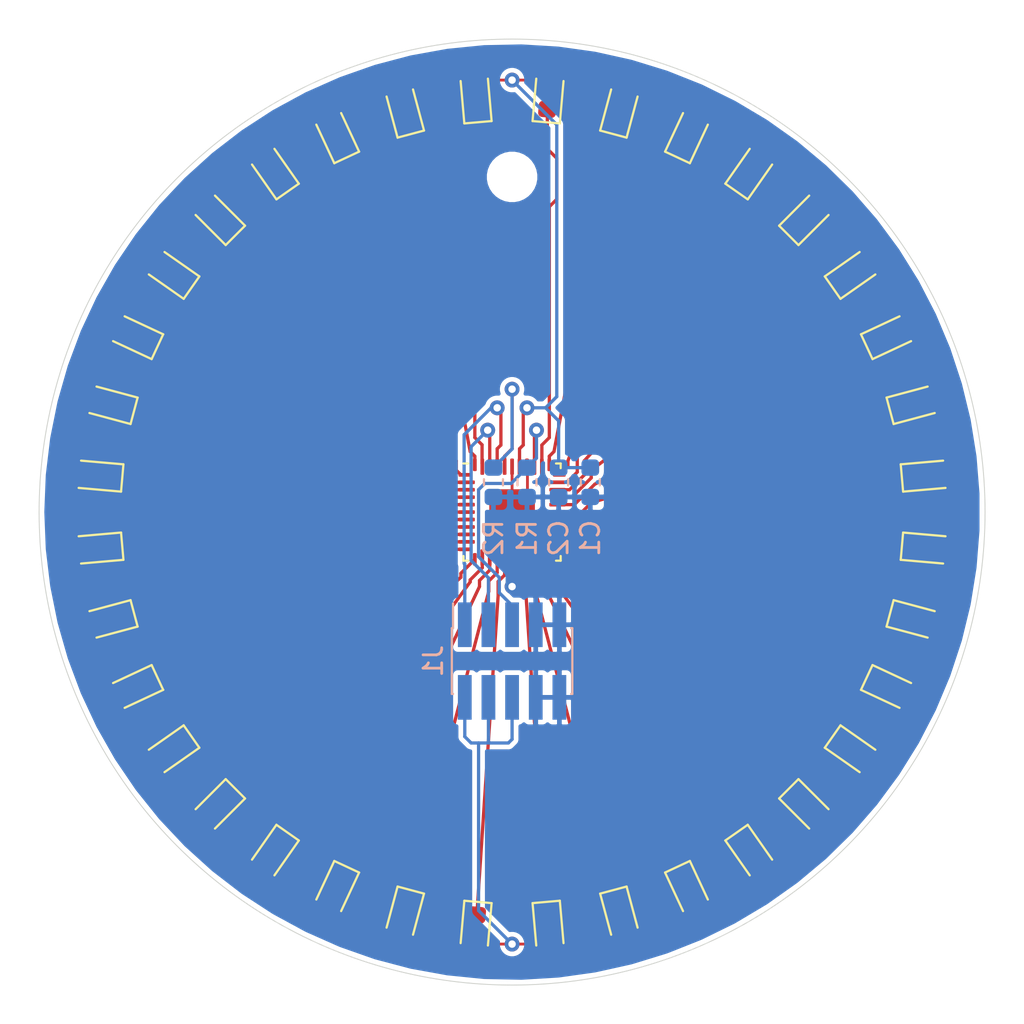
<source format=kicad_pcb>
(kicad_pcb (version 20171130) (host pcbnew "(5.1.5)-3")

  (general
    (thickness 1.6)
    (drawings 1)
    (tracks 247)
    (zones 0)
    (modules 43)
    (nets 43)
  )

  (page A4)
  (layers
    (0 F.Cu signal)
    (31 B.Cu signal)
    (32 B.Adhes user)
    (33 F.Adhes user)
    (34 B.Paste user)
    (35 F.Paste user)
    (36 B.SilkS user)
    (37 F.SilkS user)
    (38 B.Mask user)
    (39 F.Mask user)
    (40 Dwgs.User user)
    (41 Cmts.User user)
    (42 Eco1.User user)
    (43 Eco2.User user)
    (44 Edge.Cuts user)
    (45 Margin user)
    (46 B.CrtYd user)
    (47 F.CrtYd user)
    (48 B.Fab user)
    (49 F.Fab user)
  )

  (setup
    (last_trace_width 0.175)
    (user_trace_width 0.175)
    (user_trace_width 0.2)
    (trace_clearance 0.2)
    (zone_clearance 0.508)
    (zone_45_only no)
    (trace_min 0.1)
    (via_size 0.8)
    (via_drill 0.4)
    (via_min_size 0.4)
    (via_min_drill 0.3)
    (uvia_size 0.3)
    (uvia_drill 0.1)
    (uvias_allowed no)
    (uvia_min_size 0.2)
    (uvia_min_drill 0.1)
    (edge_width 0.05)
    (segment_width 0.2)
    (pcb_text_width 0.3)
    (pcb_text_size 1.5 1.5)
    (mod_edge_width 0.12)
    (mod_text_size 1 1)
    (mod_text_width 0.15)
    (pad_size 1.524 1.524)
    (pad_drill 0.762)
    (pad_to_mask_clearance 0.051)
    (solder_mask_min_width 0.25)
    (aux_axis_origin 0 0)
    (visible_elements 7FFFFFFF)
    (pcbplotparams
      (layerselection 0x010fc_ffffffff)
      (usegerberextensions false)
      (usegerberattributes false)
      (usegerberadvancedattributes false)
      (creategerberjobfile false)
      (excludeedgelayer true)
      (linewidth 0.100000)
      (plotframeref false)
      (viasonmask false)
      (mode 1)
      (useauxorigin false)
      (hpglpennumber 1)
      (hpglpenspeed 20)
      (hpglpendiameter 15.000000)
      (psnegative false)
      (psa4output false)
      (plotreference true)
      (plotvalue true)
      (plotinvisibletext false)
      (padsonsilk false)
      (subtractmaskfromsilk false)
      (outputformat 1)
      (mirror false)
      (drillshape 1)
      (scaleselection 1)
      (outputdirectory ""))
  )

  (net 0 "")
  (net 1 GND)
  (net 2 VCC)
  (net 3 "Net-(D1-Pad1)")
  (net 4 "Net-(D2-Pad1)")
  (net 5 "Net-(D3-Pad1)")
  (net 6 "Net-(D4-Pad1)")
  (net 7 "Net-(D5-Pad1)")
  (net 8 "Net-(D6-Pad1)")
  (net 9 "Net-(D7-Pad1)")
  (net 10 "Net-(D8-Pad1)")
  (net 11 "Net-(D9-Pad1)")
  (net 12 "Net-(D10-Pad1)")
  (net 13 "Net-(D11-Pad1)")
  (net 14 "Net-(D12-Pad1)")
  (net 15 "Net-(D13-Pad1)")
  (net 16 "Net-(D14-Pad1)")
  (net 17 "Net-(D15-Pad1)")
  (net 18 "Net-(D16-Pad1)")
  (net 19 "Net-(D17-Pad1)")
  (net 20 "Net-(D18-Pad1)")
  (net 21 "Net-(D19-Pad1)")
  (net 22 "Net-(D20-Pad1)")
  (net 23 "Net-(D21-Pad1)")
  (net 24 "Net-(D22-Pad1)")
  (net 25 "Net-(D23-Pad1)")
  (net 26 "Net-(D24-Pad1)")
  (net 27 "Net-(D25-Pad1)")
  (net 28 "Net-(D26-Pad1)")
  (net 29 "Net-(D27-Pad1)")
  (net 30 "Net-(D28-Pad1)")
  (net 31 "Net-(D29-Pad1)")
  (net 32 "Net-(D30-Pad1)")
  (net 33 "Net-(D31-Pad1)")
  (net 34 "Net-(D32-Pad1)")
  (net 35 "Net-(D33-Pad1)")
  (net 36 "Net-(D34-Pad1)")
  (net 37 "Net-(D35-Pad1)")
  (net 38 "Net-(D36-Pad1)")
  (net 39 /SDA)
  (net 40 /SCL)
  (net 41 /SDB)
  (net 42 "Net-(R2-Pad1)")

  (net_class Default "This is the default net class."
    (clearance 0.2)
    (trace_width 0.25)
    (via_dia 0.8)
    (via_drill 0.4)
    (uvia_dia 0.3)
    (uvia_drill 0.1)
    (add_net /SCL)
    (add_net /SDA)
    (add_net /SDB)
    (add_net GND)
    (add_net "Net-(D1-Pad1)")
    (add_net "Net-(D10-Pad1)")
    (add_net "Net-(D11-Pad1)")
    (add_net "Net-(D12-Pad1)")
    (add_net "Net-(D13-Pad1)")
    (add_net "Net-(D14-Pad1)")
    (add_net "Net-(D15-Pad1)")
    (add_net "Net-(D16-Pad1)")
    (add_net "Net-(D17-Pad1)")
    (add_net "Net-(D18-Pad1)")
    (add_net "Net-(D19-Pad1)")
    (add_net "Net-(D2-Pad1)")
    (add_net "Net-(D20-Pad1)")
    (add_net "Net-(D21-Pad1)")
    (add_net "Net-(D22-Pad1)")
    (add_net "Net-(D23-Pad1)")
    (add_net "Net-(D24-Pad1)")
    (add_net "Net-(D25-Pad1)")
    (add_net "Net-(D26-Pad1)")
    (add_net "Net-(D27-Pad1)")
    (add_net "Net-(D28-Pad1)")
    (add_net "Net-(D29-Pad1)")
    (add_net "Net-(D3-Pad1)")
    (add_net "Net-(D30-Pad1)")
    (add_net "Net-(D31-Pad1)")
    (add_net "Net-(D32-Pad1)")
    (add_net "Net-(D33-Pad1)")
    (add_net "Net-(D34-Pad1)")
    (add_net "Net-(D35-Pad1)")
    (add_net "Net-(D36-Pad1)")
    (add_net "Net-(D4-Pad1)")
    (add_net "Net-(D5-Pad1)")
    (add_net "Net-(D6-Pad1)")
    (add_net "Net-(D7-Pad1)")
    (add_net "Net-(D8-Pad1)")
    (add_net "Net-(D9-Pad1)")
    (add_net "Net-(R2-Pad1)")
    (add_net VCC)
  )

  (module buddy-compass-parts:QFN-44-1EP_5x5mm_P0.4mm_EP2.45x2.45mm (layer F.Cu) (tedit 5E07AD5A) (tstamp 5E16C40B)
    (at 50 50)
    (descr "QFN, 44 Pin (http://ww1.microchip.com/downloads/en/DeviceDoc/2512S.pdf#page=17), generated with kicad-footprint-generator ipc_noLead_generator.py")
    (tags "QFN NoLead")
    (path /5E07A654)
    (attr smd)
    (fp_text reference U1 (at 0 -3.82) (layer F.SilkS) hide
      (effects (font (size 1 1) (thickness 0.15)))
    )
    (fp_text value IS31FL3236A (at 0 3.82) (layer F.Fab)
      (effects (font (size 1 1) (thickness 0.15)))
    )
    (fp_line (start 2.36 -2.61) (end 2.61 -2.61) (layer F.SilkS) (width 0.12))
    (fp_line (start 2.61 -2.61) (end 2.61 -2.36) (layer F.SilkS) (width 0.12))
    (fp_line (start -2.36 2.61) (end -2.61 2.61) (layer F.SilkS) (width 0.12))
    (fp_line (start -2.61 2.61) (end -2.61 2.36) (layer F.SilkS) (width 0.12))
    (fp_line (start 2.36 2.61) (end 2.61 2.61) (layer F.SilkS) (width 0.12))
    (fp_line (start 2.61 2.61) (end 2.61 2.36) (layer F.SilkS) (width 0.12))
    (fp_line (start -2.36 -2.61) (end -2.61 -2.61) (layer F.SilkS) (width 0.12))
    (fp_line (start -1.5 -2.5) (end 2.5 -2.5) (layer F.Fab) (width 0.1))
    (fp_line (start 2.5 -2.5) (end 2.5 2.5) (layer F.Fab) (width 0.1))
    (fp_line (start 2.5 2.5) (end -2.5 2.5) (layer F.Fab) (width 0.1))
    (fp_line (start -2.5 2.5) (end -2.5 -1.5) (layer F.Fab) (width 0.1))
    (fp_line (start -2.5 -1.5) (end -1.5 -2.5) (layer F.Fab) (width 0.1))
    (fp_line (start -3.12 -3.12) (end -3.12 3.12) (layer F.CrtYd) (width 0.05))
    (fp_line (start -3.12 3.12) (end 3.12 3.12) (layer F.CrtYd) (width 0.05))
    (fp_line (start 3.12 3.12) (end 3.12 -3.12) (layer F.CrtYd) (width 0.05))
    (fp_line (start 3.12 -3.12) (end -3.12 -3.12) (layer F.CrtYd) (width 0.05))
    (fp_text user %R (at 0 0) (layer F.Fab)
      (effects (font (size 1 1) (thickness 0.15)))
    )
    (pad 45 smd roundrect (at 0 0) (size 2.45 2.45) (layers F.Cu F.Mask) (roundrect_rratio 0.102041)
      (net 1 GND))
    (pad "" smd roundrect (at -0.61 -0.61) (size 0.99 0.99) (layers F.Paste) (roundrect_rratio 0.25))
    (pad "" smd roundrect (at -0.61 0.61) (size 0.99 0.99) (layers F.Paste) (roundrect_rratio 0.25))
    (pad "" smd roundrect (at 0.61 -0.61) (size 0.99 0.99) (layers F.Paste) (roundrect_rratio 0.25))
    (pad "" smd roundrect (at 0.61 0.61) (size 0.99 0.99) (layers F.Paste) (roundrect_rratio 0.25))
    (pad 1 smd roundrect (at -2.5375 -2) (size 0.675 0.2) (layers F.Cu F.Paste F.Mask) (roundrect_rratio 0.25)
      (net 36 "Net-(D34-Pad1)"))
    (pad 2 smd roundrect (at -2.4375 -1.6) (size 0.875 0.2) (layers F.Cu F.Paste F.Mask) (roundrect_rratio 0.25)
      (net 35 "Net-(D33-Pad1)"))
    (pad 3 smd roundrect (at -2.4375 -1.2) (size 0.875 0.2) (layers F.Cu F.Paste F.Mask) (roundrect_rratio 0.25)
      (net 34 "Net-(D32-Pad1)"))
    (pad 4 smd roundrect (at -2.4375 -0.8) (size 0.875 0.2) (layers F.Cu F.Paste F.Mask) (roundrect_rratio 0.25)
      (net 33 "Net-(D31-Pad1)"))
    (pad 5 smd roundrect (at -2.4375 -0.4) (size 0.875 0.2) (layers F.Cu F.Paste F.Mask) (roundrect_rratio 0.25)
      (net 32 "Net-(D30-Pad1)"))
    (pad 6 smd roundrect (at -2.4375 0) (size 0.875 0.2) (layers F.Cu F.Paste F.Mask) (roundrect_rratio 0.25)
      (net 31 "Net-(D29-Pad1)"))
    (pad 7 smd roundrect (at -2.4375 0.4) (size 0.875 0.2) (layers F.Cu F.Paste F.Mask) (roundrect_rratio 0.25)
      (net 30 "Net-(D28-Pad1)"))
    (pad 8 smd roundrect (at -2.4375 0.8) (size 0.875 0.2) (layers F.Cu F.Paste F.Mask) (roundrect_rratio 0.25)
      (net 29 "Net-(D27-Pad1)"))
    (pad 9 smd roundrect (at -2.4375 1.2) (size 0.875 0.2) (layers F.Cu F.Paste F.Mask) (roundrect_rratio 0.25)
      (net 28 "Net-(D26-Pad1)"))
    (pad 10 smd roundrect (at -2.4375 1.6) (size 0.875 0.2) (layers F.Cu F.Paste F.Mask) (roundrect_rratio 0.25)
      (net 27 "Net-(D25-Pad1)"))
    (pad 11 smd roundrect (at -2.5375 2) (size 0.675 0.2) (layers F.Cu F.Paste F.Mask) (roundrect_rratio 0.25)
      (net 26 "Net-(D24-Pad1)"))
    (pad 12 smd roundrect (at -2 2.5375) (size 0.2 0.675) (layers F.Cu F.Paste F.Mask) (roundrect_rratio 0.25)
      (net 25 "Net-(D23-Pad1)"))
    (pad 13 smd roundrect (at -1.6 2.4375) (size 0.2 0.875) (layers F.Cu F.Paste F.Mask) (roundrect_rratio 0.25)
      (net 24 "Net-(D22-Pad1)"))
    (pad 14 smd roundrect (at -1.2 2.4375) (size 0.2 0.875) (layers F.Cu F.Paste F.Mask) (roundrect_rratio 0.25)
      (net 23 "Net-(D21-Pad1)"))
    (pad 15 smd roundrect (at -0.8 2.4375) (size 0.2 0.875) (layers F.Cu F.Paste F.Mask) (roundrect_rratio 0.25)
      (net 22 "Net-(D20-Pad1)"))
    (pad 16 smd roundrect (at -0.4 2.4375) (size 0.2 0.875) (layers F.Cu F.Paste F.Mask) (roundrect_rratio 0.25)
      (net 21 "Net-(D19-Pad1)"))
    (pad 17 smd roundrect (at 0 2.4375) (size 0.2 0.875) (layers F.Cu F.Paste F.Mask) (roundrect_rratio 0.25)
      (net 1 GND))
    (pad 18 smd roundrect (at 0.4 2.4375) (size 0.2 0.875) (layers F.Cu F.Paste F.Mask) (roundrect_rratio 0.25)
      (net 20 "Net-(D18-Pad1)"))
    (pad 19 smd roundrect (at 0.8 2.4375) (size 0.2 0.875) (layers F.Cu F.Paste F.Mask) (roundrect_rratio 0.25)
      (net 19 "Net-(D17-Pad1)"))
    (pad 20 smd roundrect (at 1.2 2.4375) (size 0.2 0.875) (layers F.Cu F.Paste F.Mask) (roundrect_rratio 0.25)
      (net 18 "Net-(D16-Pad1)"))
    (pad 21 smd roundrect (at 1.6 2.4375) (size 0.2 0.875) (layers F.Cu F.Paste F.Mask) (roundrect_rratio 0.25)
      (net 17 "Net-(D15-Pad1)"))
    (pad 22 smd roundrect (at 2 2.5375) (size 0.2 0.675) (layers F.Cu F.Paste F.Mask) (roundrect_rratio 0.25)
      (net 16 "Net-(D14-Pad1)"))
    (pad 23 smd roundrect (at 2.5375 2) (size 0.675 0.2) (layers F.Cu F.Paste F.Mask) (roundrect_rratio 0.25)
      (net 15 "Net-(D13-Pad1)"))
    (pad 24 smd roundrect (at 2.4375 1.6) (size 0.875 0.2) (layers F.Cu F.Paste F.Mask) (roundrect_rratio 0.25)
      (net 14 "Net-(D12-Pad1)"))
    (pad 25 smd roundrect (at 2.4375 1.2) (size 0.875 0.2) (layers F.Cu F.Paste F.Mask) (roundrect_rratio 0.25)
      (net 13 "Net-(D11-Pad1)"))
    (pad 26 smd roundrect (at 2.4375 0.8) (size 0.875 0.2) (layers F.Cu F.Paste F.Mask) (roundrect_rratio 0.25)
      (net 12 "Net-(D10-Pad1)"))
    (pad 27 smd roundrect (at 2.4375 0.4) (size 0.875 0.2) (layers F.Cu F.Paste F.Mask) (roundrect_rratio 0.25)
      (net 11 "Net-(D9-Pad1)"))
    (pad 28 smd roundrect (at 2.4375 0) (size 0.875 0.2) (layers F.Cu F.Paste F.Mask) (roundrect_rratio 0.25)
      (net 10 "Net-(D8-Pad1)"))
    (pad 29 smd roundrect (at 2.4375 -0.4) (size 0.875 0.2) (layers F.Cu F.Paste F.Mask) (roundrect_rratio 0.25)
      (net 9 "Net-(D7-Pad1)"))
    (pad 30 smd roundrect (at 2.4375 -0.8) (size 0.875 0.2) (layers F.Cu F.Paste F.Mask) (roundrect_rratio 0.25)
      (net 8 "Net-(D6-Pad1)"))
    (pad 31 smd roundrect (at 2.4375 -1.2) (size 0.875 0.2) (layers F.Cu F.Paste F.Mask) (roundrect_rratio 0.25)
      (net 7 "Net-(D5-Pad1)"))
    (pad 32 smd roundrect (at 2.4375 -1.6) (size 0.875 0.2) (layers F.Cu F.Paste F.Mask) (roundrect_rratio 0.25)
      (net 6 "Net-(D4-Pad1)"))
    (pad 33 smd roundrect (at 2.5375 -2) (size 0.675 0.2) (layers F.Cu F.Paste F.Mask) (roundrect_rratio 0.25)
      (net 5 "Net-(D3-Pad1)"))
    (pad 34 smd roundrect (at 2 -2.5375) (size 0.2 0.675) (layers F.Cu F.Paste F.Mask) (roundrect_rratio 0.25)
      (net 4 "Net-(D2-Pad1)"))
    (pad 35 smd roundrect (at 1.6 -2.4375) (size 0.2 0.875) (layers F.Cu F.Paste F.Mask) (roundrect_rratio 0.25)
      (net 3 "Net-(D1-Pad1)"))
    (pad 36 smd roundrect (at 1.2 -2.4375) (size 0.2 0.875) (layers F.Cu F.Paste F.Mask) (roundrect_rratio 0.25)
      (net 41 /SDB))
    (pad 37 smd roundrect (at 0.8 -2.4375) (size 0.2 0.875) (layers F.Cu F.Paste F.Mask) (roundrect_rratio 0.25)
      (net 1 GND))
    (pad 38 smd roundrect (at 0.4 -2.4375) (size 0.2 0.875) (layers F.Cu F.Paste F.Mask) (roundrect_rratio 0.25)
      (net 2 VCC))
    (pad 39 smd roundrect (at 0 -2.4375) (size 0.2 0.875) (layers F.Cu F.Paste F.Mask) (roundrect_rratio 0.25)
      (net 1 GND))
    (pad 40 smd roundrect (at -0.4 -2.4375) (size 0.2 0.875) (layers F.Cu F.Paste F.Mask) (roundrect_rratio 0.25)
      (net 42 "Net-(R2-Pad1)"))
    (pad 41 smd roundrect (at -0.8 -2.4375) (size 0.2 0.875) (layers F.Cu F.Paste F.Mask) (roundrect_rratio 0.25)
      (net 39 /SDA))
    (pad 42 smd roundrect (at -1.2 -2.4375) (size 0.2 0.875) (layers F.Cu F.Paste F.Mask) (roundrect_rratio 0.25)
      (net 40 /SCL))
    (pad 43 smd roundrect (at -1.6 -2.4375) (size 0.2 0.875) (layers F.Cu F.Paste F.Mask) (roundrect_rratio 0.25)
      (net 38 "Net-(D36-Pad1)"))
    (pad 44 smd roundrect (at -2 -2.5375) (size 0.2 0.675) (layers F.Cu F.Paste F.Mask) (roundrect_rratio 0.25)
      (net 37 "Net-(D35-Pad1)"))
    (model ${KISYS3DMOD}/Package_DFN_QFN.3dshapes/QFN-44-1EP_5x5mm_P0.4mm_EP2.45x2.45mm.wrl
      (at (xyz 0 0 0))
      (scale (xyz 1 1 1))
      (rotate (xyz 0 0 0))
    )
  )

  (module Resistor_SMD:R_0603_1608Metric (layer B.Cu) (tedit 5B301BBD) (tstamp 5E086ACA)
    (at 49 48.4 270)
    (descr "Resistor SMD 0603 (1608 Metric), square (rectangular) end terminal, IPC_7351 nominal, (Body size source: http://www.tortai-tech.com/upload/download/2011102023233369053.pdf), generated with kicad-footprint-generator")
    (tags resistor)
    (path /5E0AB5D8)
    (attr smd)
    (fp_text reference R2 (at 3 0 270) (layer B.SilkS)
      (effects (font (size 1 1) (thickness 0.15)) (justify mirror))
    )
    (fp_text value 3.3K (at 0 -1.43 270) (layer B.Fab)
      (effects (font (size 1 1) (thickness 0.15)) (justify mirror))
    )
    (fp_text user %R (at 0 0 270) (layer B.Fab)
      (effects (font (size 0.4 0.4) (thickness 0.06)) (justify mirror))
    )
    (fp_line (start 1.48 -0.73) (end -1.48 -0.73) (layer B.CrtYd) (width 0.05))
    (fp_line (start 1.48 0.73) (end 1.48 -0.73) (layer B.CrtYd) (width 0.05))
    (fp_line (start -1.48 0.73) (end 1.48 0.73) (layer B.CrtYd) (width 0.05))
    (fp_line (start -1.48 -0.73) (end -1.48 0.73) (layer B.CrtYd) (width 0.05))
    (fp_line (start -0.162779 -0.51) (end 0.162779 -0.51) (layer B.SilkS) (width 0.12))
    (fp_line (start -0.162779 0.51) (end 0.162779 0.51) (layer B.SilkS) (width 0.12))
    (fp_line (start 0.8 -0.4) (end -0.8 -0.4) (layer B.Fab) (width 0.1))
    (fp_line (start 0.8 0.4) (end 0.8 -0.4) (layer B.Fab) (width 0.1))
    (fp_line (start -0.8 0.4) (end 0.8 0.4) (layer B.Fab) (width 0.1))
    (fp_line (start -0.8 -0.4) (end -0.8 0.4) (layer B.Fab) (width 0.1))
    (pad 2 smd roundrect (at 0.7875 0 270) (size 0.875 0.95) (layers B.Cu B.Paste B.Mask) (roundrect_rratio 0.25)
      (net 1 GND))
    (pad 1 smd roundrect (at -0.7875 0 270) (size 0.875 0.95) (layers B.Cu B.Paste B.Mask) (roundrect_rratio 0.25)
      (net 42 "Net-(R2-Pad1)"))
    (model ${KISYS3DMOD}/Resistor_SMD.3dshapes/R_0603_1608Metric.wrl
      (at (xyz 0 0 0))
      (scale (xyz 1 1 1))
      (rotate (xyz 0 0 0))
    )
  )

  (module Capacitor_SMD:C_0603_1608Metric (layer B.Cu) (tedit 5B301BBE) (tstamp 5E085BF5)
    (at 54.2 48.4 270)
    (descr "Capacitor SMD 0603 (1608 Metric), square (rectangular) end terminal, IPC_7351 nominal, (Body size source: http://www.tortai-tech.com/upload/download/2011102023233369053.pdf), generated with kicad-footprint-generator")
    (tags capacitor)
    (path /5E0C3B59)
    (attr smd)
    (fp_text reference C1 (at 3 0 270) (layer B.SilkS)
      (effects (font (size 1 1) (thickness 0.15)) (justify mirror))
    )
    (fp_text value 1u (at 0 -1.43 270) (layer B.Fab)
      (effects (font (size 1 1) (thickness 0.15)) (justify mirror))
    )
    (fp_line (start -0.8 -0.4) (end -0.8 0.4) (layer B.Fab) (width 0.1))
    (fp_line (start -0.8 0.4) (end 0.8 0.4) (layer B.Fab) (width 0.1))
    (fp_line (start 0.8 0.4) (end 0.8 -0.4) (layer B.Fab) (width 0.1))
    (fp_line (start 0.8 -0.4) (end -0.8 -0.4) (layer B.Fab) (width 0.1))
    (fp_line (start -0.162779 0.51) (end 0.162779 0.51) (layer B.SilkS) (width 0.12))
    (fp_line (start -0.162779 -0.51) (end 0.162779 -0.51) (layer B.SilkS) (width 0.12))
    (fp_line (start -1.48 -0.73) (end -1.48 0.73) (layer B.CrtYd) (width 0.05))
    (fp_line (start -1.48 0.73) (end 1.48 0.73) (layer B.CrtYd) (width 0.05))
    (fp_line (start 1.48 0.73) (end 1.48 -0.73) (layer B.CrtYd) (width 0.05))
    (fp_line (start 1.48 -0.73) (end -1.48 -0.73) (layer B.CrtYd) (width 0.05))
    (fp_text user %R (at 0 0 270) (layer B.Fab)
      (effects (font (size 0.4 0.4) (thickness 0.06)) (justify mirror))
    )
    (pad 1 smd roundrect (at -0.7875 0 270) (size 0.875 0.95) (layers B.Cu B.Paste B.Mask) (roundrect_rratio 0.25)
      (net 2 VCC))
    (pad 2 smd roundrect (at 0.7875 0 270) (size 0.875 0.95) (layers B.Cu B.Paste B.Mask) (roundrect_rratio 0.25)
      (net 1 GND))
    (model ${KISYS3DMOD}/Capacitor_SMD.3dshapes/C_0603_1608Metric.wrl
      (at (xyz 0 0 0))
      (scale (xyz 1 1 1))
      (rotate (xyz 0 0 0))
    )
  )

  (module Capacitor_SMD:C_0603_1608Metric (layer B.Cu) (tedit 5B301BBE) (tstamp 5E1714BA)
    (at 52.5 48.4 270)
    (descr "Capacitor SMD 0603 (1608 Metric), square (rectangular) end terminal, IPC_7351 nominal, (Body size source: http://www.tortai-tech.com/upload/download/2011102023233369053.pdf), generated with kicad-footprint-generator")
    (tags capacitor)
    (path /5E0C4BB9)
    (attr smd)
    (fp_text reference C2 (at 3 0 270) (layer B.SilkS)
      (effects (font (size 1 1) (thickness 0.15)) (justify mirror))
    )
    (fp_text value 100n (at 0 -1.43 270) (layer B.Fab)
      (effects (font (size 1 1) (thickness 0.15)) (justify mirror))
    )
    (fp_text user %R (at 0 0 270) (layer B.Fab)
      (effects (font (size 0.4 0.4) (thickness 0.06)) (justify mirror))
    )
    (fp_line (start 1.48 -0.73) (end -1.48 -0.73) (layer B.CrtYd) (width 0.05))
    (fp_line (start 1.48 0.73) (end 1.48 -0.73) (layer B.CrtYd) (width 0.05))
    (fp_line (start -1.48 0.73) (end 1.48 0.73) (layer B.CrtYd) (width 0.05))
    (fp_line (start -1.48 -0.73) (end -1.48 0.73) (layer B.CrtYd) (width 0.05))
    (fp_line (start -0.162779 -0.51) (end 0.162779 -0.51) (layer B.SilkS) (width 0.12))
    (fp_line (start -0.162779 0.51) (end 0.162779 0.51) (layer B.SilkS) (width 0.12))
    (fp_line (start 0.8 -0.4) (end -0.8 -0.4) (layer B.Fab) (width 0.1))
    (fp_line (start 0.8 0.4) (end 0.8 -0.4) (layer B.Fab) (width 0.1))
    (fp_line (start -0.8 0.4) (end 0.8 0.4) (layer B.Fab) (width 0.1))
    (fp_line (start -0.8 -0.4) (end -0.8 0.4) (layer B.Fab) (width 0.1))
    (pad 2 smd roundrect (at 0.7875 0 270) (size 0.875 0.95) (layers B.Cu B.Paste B.Mask) (roundrect_rratio 0.25)
      (net 1 GND))
    (pad 1 smd roundrect (at -0.7875 0 270) (size 0.875 0.95) (layers B.Cu B.Paste B.Mask) (roundrect_rratio 0.25)
      (net 2 VCC))
    (model ${KISYS3DMOD}/Capacitor_SMD.3dshapes/C_0603_1608Metric.wrl
      (at (xyz 0 0 0))
      (scale (xyz 1 1 1))
      (rotate (xyz 0 0 0))
    )
  )

  (module LED_SMD:LED_0603_1608Metric (layer F.Cu) (tedit 5B301BBE) (tstamp 5E16EB35)
    (at 51.961004 27.585619 85)
    (descr "LED SMD 0603 (1608 Metric), square (rectangular) end terminal, IPC_7351 nominal, (Body size source: http://www.tortai-tech.com/upload/download/2011102023233369053.pdf), generated with kicad-footprint-generator")
    (tags diode)
    (path /5E08BBB4)
    (attr smd)
    (fp_text reference D1 (at 0 -1.43 85) (layer F.SilkS) hide
      (effects (font (size 1 1) (thickness 0.15)))
    )
    (fp_text value LED (at 0 1.43 85) (layer F.Fab)
      (effects (font (size 1 1) (thickness 0.15)))
    )
    (fp_text user %R (at 0 0 85) (layer F.Fab)
      (effects (font (size 0.4 0.4) (thickness 0.06)))
    )
    (fp_line (start 1.48 0.73) (end -1.48 0.73) (layer F.CrtYd) (width 0.05))
    (fp_line (start 1.48 -0.73) (end 1.48 0.73) (layer F.CrtYd) (width 0.05))
    (fp_line (start -1.48 -0.73) (end 1.48 -0.73) (layer F.CrtYd) (width 0.05))
    (fp_line (start -1.48 0.73) (end -1.48 -0.73) (layer F.CrtYd) (width 0.05))
    (fp_line (start -1.485 0.735) (end 0.8 0.735) (layer F.SilkS) (width 0.12))
    (fp_line (start -1.485 -0.735) (end -1.485 0.735) (layer F.SilkS) (width 0.12))
    (fp_line (start 0.8 -0.735) (end -1.485 -0.735) (layer F.SilkS) (width 0.12))
    (fp_line (start 0.8 0.4) (end 0.8 -0.4) (layer F.Fab) (width 0.1))
    (fp_line (start -0.8 0.4) (end 0.8 0.4) (layer F.Fab) (width 0.1))
    (fp_line (start -0.8 -0.1) (end -0.8 0.4) (layer F.Fab) (width 0.1))
    (fp_line (start -0.5 -0.4) (end -0.8 -0.1) (layer F.Fab) (width 0.1))
    (fp_line (start 0.8 -0.4) (end -0.5 -0.4) (layer F.Fab) (width 0.1))
    (pad 2 smd roundrect (at 0.7875 0 85) (size 0.875 0.95) (layers F.Cu F.Paste F.Mask) (roundrect_rratio 0.25)
      (net 2 VCC))
    (pad 1 smd roundrect (at -0.7875 0 85) (size 0.875 0.95) (layers F.Cu F.Paste F.Mask) (roundrect_rratio 0.25)
      (net 3 "Net-(D1-Pad1)"))
    (model ${KISYS3DMOD}/LED_SMD.3dshapes/LED_0603_1608Metric.wrl
      (at (xyz 0 0 0))
      (scale (xyz 1 1 1))
      (rotate (xyz 0 0 0))
    )
  )

  (module LED_SMD:LED_0603_1608Metric (layer F.Cu) (tedit 5B301BBE) (tstamp 5E16EA10)
    (at 65.909902 34.090097 45)
    (descr "LED SMD 0603 (1608 Metric), square (rectangular) end terminal, IPC_7351 nominal, (Body size source: http://www.tortai-tech.com/upload/download/2011102023233369053.pdf), generated with kicad-footprint-generator")
    (tags diode)
    (path /5E082A9D)
    (attr smd)
    (fp_text reference D5 (at 0 -1.43 45) (layer F.SilkS) hide
      (effects (font (size 1 1) (thickness 0.15)))
    )
    (fp_text value LED (at 0 1.43 45) (layer F.Fab)
      (effects (font (size 1 1) (thickness 0.15)))
    )
    (fp_text user %R (at 0 0 45) (layer F.Fab)
      (effects (font (size 0.4 0.4) (thickness 0.06)))
    )
    (fp_line (start 1.48 0.73) (end -1.48 0.73) (layer F.CrtYd) (width 0.05))
    (fp_line (start 1.48 -0.73) (end 1.48 0.73) (layer F.CrtYd) (width 0.05))
    (fp_line (start -1.48 -0.73) (end 1.48 -0.73) (layer F.CrtYd) (width 0.05))
    (fp_line (start -1.48 0.73) (end -1.48 -0.73) (layer F.CrtYd) (width 0.05))
    (fp_line (start -1.485 0.735) (end 0.8 0.735) (layer F.SilkS) (width 0.12))
    (fp_line (start -1.485 -0.735) (end -1.485 0.735) (layer F.SilkS) (width 0.12))
    (fp_line (start 0.8 -0.735) (end -1.485 -0.735) (layer F.SilkS) (width 0.12))
    (fp_line (start 0.8 0.4) (end 0.8 -0.4) (layer F.Fab) (width 0.1))
    (fp_line (start -0.8 0.4) (end 0.8 0.4) (layer F.Fab) (width 0.1))
    (fp_line (start -0.8 -0.1) (end -0.8 0.4) (layer F.Fab) (width 0.1))
    (fp_line (start -0.5 -0.4) (end -0.8 -0.1) (layer F.Fab) (width 0.1))
    (fp_line (start 0.8 -0.4) (end -0.5 -0.4) (layer F.Fab) (width 0.1))
    (pad 2 smd roundrect (at 0.7875 0 45) (size 0.875 0.95) (layers F.Cu F.Paste F.Mask) (roundrect_rratio 0.25)
      (net 2 VCC))
    (pad 1 smd roundrect (at -0.7875 0 45) (size 0.875 0.95) (layers F.Cu F.Paste F.Mask) (roundrect_rratio 0.25)
      (net 7 "Net-(D5-Pad1)"))
    (model ${KISYS3DMOD}/LED_SMD.3dshapes/LED_0603_1608Metric.wrl
      (at (xyz 0 0 0))
      (scale (xyz 1 1 1))
      (rotate (xyz 0 0 0))
    )
  )

  (module LED_SMD:LED_0603_1608Metric (layer F.Cu) (tedit 5B301BBE) (tstamp 5E16E8EC)
    (at 72.41438 48.038995 5)
    (descr "LED SMD 0603 (1608 Metric), square (rectangular) end terminal, IPC_7351 nominal, (Body size source: http://www.tortai-tech.com/upload/download/2011102023233369053.pdf), generated with kicad-footprint-generator")
    (tags diode)
    (path /5E082A66)
    (attr smd)
    (fp_text reference D9 (at 0 -1.43 5) (layer F.SilkS) hide
      (effects (font (size 1 1) (thickness 0.15)))
    )
    (fp_text value LED (at 0 1.43 5) (layer F.Fab)
      (effects (font (size 1 1) (thickness 0.15)))
    )
    (fp_text user %R (at 0 0 5) (layer F.Fab)
      (effects (font (size 0.4 0.4) (thickness 0.06)))
    )
    (fp_line (start 1.48 0.73) (end -1.48 0.73) (layer F.CrtYd) (width 0.05))
    (fp_line (start 1.48 -0.73) (end 1.48 0.73) (layer F.CrtYd) (width 0.05))
    (fp_line (start -1.48 -0.73) (end 1.48 -0.73) (layer F.CrtYd) (width 0.05))
    (fp_line (start -1.48 0.73) (end -1.48 -0.73) (layer F.CrtYd) (width 0.05))
    (fp_line (start -1.485 0.735) (end 0.8 0.735) (layer F.SilkS) (width 0.12))
    (fp_line (start -1.485 -0.735) (end -1.485 0.735) (layer F.SilkS) (width 0.12))
    (fp_line (start 0.8 -0.735) (end -1.485 -0.735) (layer F.SilkS) (width 0.12))
    (fp_line (start 0.8 0.4) (end 0.8 -0.4) (layer F.Fab) (width 0.1))
    (fp_line (start -0.8 0.4) (end 0.8 0.4) (layer F.Fab) (width 0.1))
    (fp_line (start -0.8 -0.1) (end -0.8 0.4) (layer F.Fab) (width 0.1))
    (fp_line (start -0.5 -0.4) (end -0.8 -0.1) (layer F.Fab) (width 0.1))
    (fp_line (start 0.8 -0.4) (end -0.5 -0.4) (layer F.Fab) (width 0.1))
    (pad 2 smd roundrect (at 0.7875 0 5) (size 0.875 0.95) (layers F.Cu F.Paste F.Mask) (roundrect_rratio 0.25)
      (net 2 VCC))
    (pad 1 smd roundrect (at -0.7875 0 5) (size 0.875 0.95) (layers F.Cu F.Paste F.Mask) (roundrect_rratio 0.25)
      (net 11 "Net-(D9-Pad1)"))
    (model ${KISYS3DMOD}/LED_SMD.3dshapes/LED_0603_1608Metric.wrl
      (at (xyz 0 0 0))
      (scale (xyz 1 1 1))
      (rotate (xyz 0 0 0))
    )
  )

  (module LED_SMD:LED_0603_1608Metric (layer F.Cu) (tedit 5B301BBE) (tstamp 5E16E7C7)
    (at 68.43092 62.905469 325)
    (descr "LED SMD 0603 (1608 Metric), square (rectangular) end terminal, IPC_7351 nominal, (Body size source: http://www.tortai-tech.com/upload/download/2011102023233369053.pdf), generated with kicad-footprint-generator")
    (tags diode)
    (path /5E082A2E)
    (attr smd)
    (fp_text reference D13 (at 0 -1.43 325) (layer F.SilkS) hide
      (effects (font (size 1 1) (thickness 0.15)))
    )
    (fp_text value LED (at 0 1.43 325) (layer F.Fab)
      (effects (font (size 1 1) (thickness 0.15)))
    )
    (fp_text user %R (at 0 0 325) (layer F.Fab)
      (effects (font (size 0.4 0.4) (thickness 0.06)))
    )
    (fp_line (start 1.48 0.73) (end -1.48 0.73) (layer F.CrtYd) (width 0.05))
    (fp_line (start 1.48 -0.73) (end 1.48 0.73) (layer F.CrtYd) (width 0.05))
    (fp_line (start -1.48 -0.73) (end 1.48 -0.73) (layer F.CrtYd) (width 0.05))
    (fp_line (start -1.48 0.73) (end -1.48 -0.73) (layer F.CrtYd) (width 0.05))
    (fp_line (start -1.485 0.735) (end 0.8 0.735) (layer F.SilkS) (width 0.12))
    (fp_line (start -1.485 -0.735) (end -1.485 0.735) (layer F.SilkS) (width 0.12))
    (fp_line (start 0.8 -0.735) (end -1.485 -0.735) (layer F.SilkS) (width 0.12))
    (fp_line (start 0.8 0.4) (end 0.8 -0.4) (layer F.Fab) (width 0.1))
    (fp_line (start -0.8 0.4) (end 0.8 0.4) (layer F.Fab) (width 0.1))
    (fp_line (start -0.8 -0.1) (end -0.8 0.4) (layer F.Fab) (width 0.1))
    (fp_line (start -0.5 -0.4) (end -0.8 -0.1) (layer F.Fab) (width 0.1))
    (fp_line (start 0.8 -0.4) (end -0.5 -0.4) (layer F.Fab) (width 0.1))
    (pad 2 smd roundrect (at 0.7875 0 325) (size 0.875 0.95) (layers F.Cu F.Paste F.Mask) (roundrect_rratio 0.25)
      (net 2 VCC))
    (pad 1 smd roundrect (at -0.7875 0 325) (size 0.875 0.95) (layers F.Cu F.Paste F.Mask) (roundrect_rratio 0.25)
      (net 15 "Net-(D13-Pad1)"))
    (model ${KISYS3DMOD}/LED_SMD.3dshapes/LED_0603_1608Metric.wrl
      (at (xyz 0 0 0))
      (scale (xyz 1 1 1))
      (rotate (xyz 0 0 0))
    )
  )

  (module LED_SMD:LED_0603_1608Metric (layer F.Cu) (tedit 5B301BBE) (tstamp 5E16E6A3)
    (at 55.823428 71.733331 285)
    (descr "LED SMD 0603 (1608 Metric), square (rectangular) end terminal, IPC_7351 nominal, (Body size source: http://www.tortai-tech.com/upload/download/2011102023233369053.pdf), generated with kicad-footprint-generator")
    (tags diode)
    (path /5E0829F7)
    (attr smd)
    (fp_text reference D17 (at 0 -1.43 285) (layer F.SilkS) hide
      (effects (font (size 1 1) (thickness 0.15)))
    )
    (fp_text value LED (at 0 1.43 285) (layer F.Fab)
      (effects (font (size 1 1) (thickness 0.15)))
    )
    (fp_text user %R (at 0 0 285) (layer F.Fab)
      (effects (font (size 0.4 0.4) (thickness 0.06)))
    )
    (fp_line (start 1.48 0.73) (end -1.48 0.73) (layer F.CrtYd) (width 0.05))
    (fp_line (start 1.48 -0.73) (end 1.48 0.73) (layer F.CrtYd) (width 0.05))
    (fp_line (start -1.48 -0.73) (end 1.48 -0.73) (layer F.CrtYd) (width 0.05))
    (fp_line (start -1.48 0.73) (end -1.48 -0.73) (layer F.CrtYd) (width 0.05))
    (fp_line (start -1.485 0.735) (end 0.8 0.735) (layer F.SilkS) (width 0.12))
    (fp_line (start -1.485 -0.735) (end -1.485 0.735) (layer F.SilkS) (width 0.12))
    (fp_line (start 0.8 -0.735) (end -1.485 -0.735) (layer F.SilkS) (width 0.12))
    (fp_line (start 0.8 0.4) (end 0.8 -0.4) (layer F.Fab) (width 0.1))
    (fp_line (start -0.8 0.4) (end 0.8 0.4) (layer F.Fab) (width 0.1))
    (fp_line (start -0.8 -0.1) (end -0.8 0.4) (layer F.Fab) (width 0.1))
    (fp_line (start -0.5 -0.4) (end -0.8 -0.1) (layer F.Fab) (width 0.1))
    (fp_line (start 0.8 -0.4) (end -0.5 -0.4) (layer F.Fab) (width 0.1))
    (pad 2 smd roundrect (at 0.7875 0 285) (size 0.875 0.95) (layers F.Cu F.Paste F.Mask) (roundrect_rratio 0.25)
      (net 2 VCC))
    (pad 1 smd roundrect (at -0.7875 0 285) (size 0.875 0.95) (layers F.Cu F.Paste F.Mask) (roundrect_rratio 0.25)
      (net 19 "Net-(D17-Pad1)"))
    (model ${KISYS3DMOD}/LED_SMD.3dshapes/LED_0603_1608Metric.wrl
      (at (xyz 0 0 0))
      (scale (xyz 1 1 1))
      (rotate (xyz 0 0 0))
    )
  )

  (module LED_SMD:LED_0603_1608Metric (layer F.Cu) (tedit 5B301BBE) (tstamp 5E16EFC6)
    (at 40.491089 70.391925 245)
    (descr "LED SMD 0603 (1608 Metric), square (rectangular) end terminal, IPC_7351 nominal, (Body size source: http://www.tortai-tech.com/upload/download/2011102023233369053.pdf), generated with kicad-footprint-generator")
    (tags diode)
    (path /5E07F160)
    (attr smd)
    (fp_text reference D21 (at 0 -1.43 245) (layer F.SilkS) hide
      (effects (font (size 1 1) (thickness 0.15)))
    )
    (fp_text value LED (at 0 1.43 245) (layer F.Fab)
      (effects (font (size 1 1) (thickness 0.15)))
    )
    (fp_text user %R (at 0 0 245) (layer F.Fab)
      (effects (font (size 0.4 0.4) (thickness 0.06)))
    )
    (fp_line (start 1.48 0.73) (end -1.48 0.73) (layer F.CrtYd) (width 0.05))
    (fp_line (start 1.48 -0.73) (end 1.48 0.73) (layer F.CrtYd) (width 0.05))
    (fp_line (start -1.48 -0.73) (end 1.48 -0.73) (layer F.CrtYd) (width 0.05))
    (fp_line (start -1.48 0.73) (end -1.48 -0.73) (layer F.CrtYd) (width 0.05))
    (fp_line (start -1.485 0.735) (end 0.8 0.735) (layer F.SilkS) (width 0.12))
    (fp_line (start -1.485 -0.735) (end -1.485 0.735) (layer F.SilkS) (width 0.12))
    (fp_line (start 0.8 -0.735) (end -1.485 -0.735) (layer F.SilkS) (width 0.12))
    (fp_line (start 0.8 0.4) (end 0.8 -0.4) (layer F.Fab) (width 0.1))
    (fp_line (start -0.8 0.4) (end 0.8 0.4) (layer F.Fab) (width 0.1))
    (fp_line (start -0.8 -0.1) (end -0.8 0.4) (layer F.Fab) (width 0.1))
    (fp_line (start -0.5 -0.4) (end -0.8 -0.1) (layer F.Fab) (width 0.1))
    (fp_line (start 0.8 -0.4) (end -0.5 -0.4) (layer F.Fab) (width 0.1))
    (pad 2 smd roundrect (at 0.7875 0 245) (size 0.875 0.95) (layers F.Cu F.Paste F.Mask) (roundrect_rratio 0.25)
      (net 2 VCC))
    (pad 1 smd roundrect (at -0.7875 0 245) (size 0.875 0.95) (layers F.Cu F.Paste F.Mask) (roundrect_rratio 0.25)
      (net 23 "Net-(D21-Pad1)"))
    (model ${KISYS3DMOD}/LED_SMD.3dshapes/LED_0603_1608Metric.wrl
      (at (xyz 0 0 0))
      (scale (xyz 1 1 1))
      (rotate (xyz 0 0 0))
    )
  )

  (module LED_SMD:LED_0603_1608Metric (layer F.Cu) (tedit 5B301BBE) (tstamp 5E16EEA2)
    (at 29.608074 59.50891 205)
    (descr "LED SMD 0603 (1608 Metric), square (rectangular) end terminal, IPC_7351 nominal, (Body size source: http://www.tortai-tech.com/upload/download/2011102023233369053.pdf), generated with kicad-footprint-generator")
    (tags diode)
    (path /5E07F129)
    (attr smd)
    (fp_text reference D25 (at 0 -1.43 205) (layer F.SilkS) hide
      (effects (font (size 1 1) (thickness 0.15)))
    )
    (fp_text value LED (at 0 1.43 205) (layer F.Fab)
      (effects (font (size 1 1) (thickness 0.15)))
    )
    (fp_line (start 0.8 -0.4) (end -0.5 -0.4) (layer F.Fab) (width 0.1))
    (fp_line (start -0.5 -0.4) (end -0.8 -0.1) (layer F.Fab) (width 0.1))
    (fp_line (start -0.8 -0.1) (end -0.8 0.4) (layer F.Fab) (width 0.1))
    (fp_line (start -0.8 0.4) (end 0.8 0.4) (layer F.Fab) (width 0.1))
    (fp_line (start 0.8 0.4) (end 0.8 -0.4) (layer F.Fab) (width 0.1))
    (fp_line (start 0.8 -0.735) (end -1.485 -0.735) (layer F.SilkS) (width 0.12))
    (fp_line (start -1.485 -0.735) (end -1.485 0.735) (layer F.SilkS) (width 0.12))
    (fp_line (start -1.485 0.735) (end 0.8 0.735) (layer F.SilkS) (width 0.12))
    (fp_line (start -1.48 0.73) (end -1.48 -0.73) (layer F.CrtYd) (width 0.05))
    (fp_line (start -1.48 -0.73) (end 1.48 -0.73) (layer F.CrtYd) (width 0.05))
    (fp_line (start 1.48 -0.73) (end 1.48 0.73) (layer F.CrtYd) (width 0.05))
    (fp_line (start 1.48 0.73) (end -1.48 0.73) (layer F.CrtYd) (width 0.05))
    (fp_text user %R (at 0 0 205) (layer F.Fab)
      (effects (font (size 0.4 0.4) (thickness 0.06)))
    )
    (pad 1 smd roundrect (at -0.7875 0 205) (size 0.875 0.95) (layers F.Cu F.Paste F.Mask) (roundrect_rratio 0.25)
      (net 27 "Net-(D25-Pad1)"))
    (pad 2 smd roundrect (at 0.7875 0 205) (size 0.875 0.95) (layers F.Cu F.Paste F.Mask) (roundrect_rratio 0.25)
      (net 2 VCC))
    (model ${KISYS3DMOD}/LED_SMD.3dshapes/LED_0603_1608Metric.wrl
      (at (xyz 0 0 0))
      (scale (xyz 1 1 1))
      (rotate (xyz 0 0 0))
    )
  )

  (module LED_SMD:LED_0603_1608Metric (layer F.Cu) (tedit 5B301BBE) (tstamp 5E16ED7E)
    (at 28.266668 44.176571 165)
    (descr "LED SMD 0603 (1608 Metric), square (rectangular) end terminal, IPC_7351 nominal, (Body size source: http://www.tortai-tech.com/upload/download/2011102023233369053.pdf), generated with kicad-footprint-generator")
    (tags diode)
    (path /5E07D804)
    (attr smd)
    (fp_text reference D29 (at 0 -1.43 165) (layer F.SilkS) hide
      (effects (font (size 1 1) (thickness 0.15)))
    )
    (fp_text value LED (at 0 1.43 165) (layer F.Fab)
      (effects (font (size 1 1) (thickness 0.15)))
    )
    (fp_line (start 0.8 -0.4) (end -0.5 -0.4) (layer F.Fab) (width 0.1))
    (fp_line (start -0.5 -0.4) (end -0.8 -0.1) (layer F.Fab) (width 0.1))
    (fp_line (start -0.8 -0.1) (end -0.8 0.4) (layer F.Fab) (width 0.1))
    (fp_line (start -0.8 0.4) (end 0.8 0.4) (layer F.Fab) (width 0.1))
    (fp_line (start 0.8 0.4) (end 0.8 -0.4) (layer F.Fab) (width 0.1))
    (fp_line (start 0.8 -0.735) (end -1.485 -0.735) (layer F.SilkS) (width 0.12))
    (fp_line (start -1.485 -0.735) (end -1.485 0.735) (layer F.SilkS) (width 0.12))
    (fp_line (start -1.485 0.735) (end 0.8 0.735) (layer F.SilkS) (width 0.12))
    (fp_line (start -1.48 0.73) (end -1.48 -0.73) (layer F.CrtYd) (width 0.05))
    (fp_line (start -1.48 -0.73) (end 1.48 -0.73) (layer F.CrtYd) (width 0.05))
    (fp_line (start 1.48 -0.73) (end 1.48 0.73) (layer F.CrtYd) (width 0.05))
    (fp_line (start 1.48 0.73) (end -1.48 0.73) (layer F.CrtYd) (width 0.05))
    (fp_text user %R (at 0 0 165) (layer F.Fab)
      (effects (font (size 0.4 0.4) (thickness 0.06)))
    )
    (pad 1 smd roundrect (at -0.7875 0 165) (size 0.875 0.95) (layers F.Cu F.Paste F.Mask) (roundrect_rratio 0.25)
      (net 31 "Net-(D29-Pad1)"))
    (pad 2 smd roundrect (at 0.7875 0 165) (size 0.875 0.95) (layers F.Cu F.Paste F.Mask) (roundrect_rratio 0.25)
      (net 2 VCC))
    (model ${KISYS3DMOD}/LED_SMD.3dshapes/LED_0603_1608Metric.wrl
      (at (xyz 0 0 0))
      (scale (xyz 1 1 1))
      (rotate (xyz 0 0 0))
    )
  )

  (module LED_SMD:LED_0603_1608Metric (layer F.Cu) (tedit 5B301BBE) (tstamp 5E16EC59)
    (at 37.09453 31.569079 125)
    (descr "LED SMD 0603 (1608 Metric), square (rectangular) end terminal, IPC_7351 nominal, (Body size source: http://www.tortai-tech.com/upload/download/2011102023233369053.pdf), generated with kicad-footprint-generator")
    (tags diode)
    (path /5E07C19F)
    (attr smd)
    (fp_text reference D33 (at 0 -1.43 125) (layer F.SilkS) hide
      (effects (font (size 1 1) (thickness 0.15)))
    )
    (fp_text value LED (at 0 1.43 125) (layer F.Fab)
      (effects (font (size 1 1) (thickness 0.15)))
    )
    (fp_line (start 0.8 -0.4) (end -0.5 -0.4) (layer F.Fab) (width 0.1))
    (fp_line (start -0.5 -0.4) (end -0.8 -0.1) (layer F.Fab) (width 0.1))
    (fp_line (start -0.8 -0.1) (end -0.8 0.4) (layer F.Fab) (width 0.1))
    (fp_line (start -0.8 0.4) (end 0.8 0.4) (layer F.Fab) (width 0.1))
    (fp_line (start 0.8 0.4) (end 0.8 -0.4) (layer F.Fab) (width 0.1))
    (fp_line (start 0.8 -0.735) (end -1.485 -0.735) (layer F.SilkS) (width 0.12))
    (fp_line (start -1.485 -0.735) (end -1.485 0.735) (layer F.SilkS) (width 0.12))
    (fp_line (start -1.485 0.735) (end 0.8 0.735) (layer F.SilkS) (width 0.12))
    (fp_line (start -1.48 0.73) (end -1.48 -0.73) (layer F.CrtYd) (width 0.05))
    (fp_line (start -1.48 -0.73) (end 1.48 -0.73) (layer F.CrtYd) (width 0.05))
    (fp_line (start 1.48 -0.73) (end 1.48 0.73) (layer F.CrtYd) (width 0.05))
    (fp_line (start 1.48 0.73) (end -1.48 0.73) (layer F.CrtYd) (width 0.05))
    (fp_text user %R (at 0 0 125) (layer F.Fab)
      (effects (font (size 0.4 0.4) (thickness 0.06)))
    )
    (pad 1 smd roundrect (at -0.7875 0 125) (size 0.875 0.95) (layers F.Cu F.Paste F.Mask) (roundrect_rratio 0.25)
      (net 35 "Net-(D33-Pad1)"))
    (pad 2 smd roundrect (at 0.7875 0 125) (size 0.875 0.95) (layers F.Cu F.Paste F.Mask) (roundrect_rratio 0.25)
      (net 2 VCC))
    (model ${KISYS3DMOD}/LED_SMD.3dshapes/LED_0603_1608Metric.wrl
      (at (xyz 0 0 0))
      (scale (xyz 1 1 1))
      (rotate (xyz 0 0 0))
    )
  )

  (module LED_SMD:LED_0603_1608Metric (layer F.Cu) (tedit 5B301BBE) (tstamp 5E16EAEC)
    (at 55.823428 28.266668 75)
    (descr "LED SMD 0603 (1608 Metric), square (rectangular) end terminal, IPC_7351 nominal, (Body size source: http://www.tortai-tech.com/upload/download/2011102023233369053.pdf), generated with kicad-footprint-generator")
    (tags diode)
    (path /5E08BBAA)
    (attr smd)
    (fp_text reference D2 (at 0 -1.43 75) (layer F.SilkS) hide
      (effects (font (size 1 1) (thickness 0.15)))
    )
    (fp_text value LED (at 0 1.43 75) (layer F.Fab)
      (effects (font (size 1 1) (thickness 0.15)))
    )
    (fp_line (start 0.8 -0.4) (end -0.5 -0.4) (layer F.Fab) (width 0.1))
    (fp_line (start -0.5 -0.4) (end -0.8 -0.1) (layer F.Fab) (width 0.1))
    (fp_line (start -0.8 -0.1) (end -0.8 0.4) (layer F.Fab) (width 0.1))
    (fp_line (start -0.8 0.4) (end 0.8 0.4) (layer F.Fab) (width 0.1))
    (fp_line (start 0.8 0.4) (end 0.8 -0.4) (layer F.Fab) (width 0.1))
    (fp_line (start 0.8 -0.735) (end -1.485 -0.735) (layer F.SilkS) (width 0.12))
    (fp_line (start -1.485 -0.735) (end -1.485 0.735) (layer F.SilkS) (width 0.12))
    (fp_line (start -1.485 0.735) (end 0.8 0.735) (layer F.SilkS) (width 0.12))
    (fp_line (start -1.48 0.73) (end -1.48 -0.73) (layer F.CrtYd) (width 0.05))
    (fp_line (start -1.48 -0.73) (end 1.48 -0.73) (layer F.CrtYd) (width 0.05))
    (fp_line (start 1.48 -0.73) (end 1.48 0.73) (layer F.CrtYd) (width 0.05))
    (fp_line (start 1.48 0.73) (end -1.48 0.73) (layer F.CrtYd) (width 0.05))
    (fp_text user %R (at 0 0 75) (layer F.Fab)
      (effects (font (size 0.4 0.4) (thickness 0.06)))
    )
    (pad 1 smd roundrect (at -0.7875 0 75) (size 0.875 0.95) (layers F.Cu F.Paste F.Mask) (roundrect_rratio 0.25)
      (net 4 "Net-(D2-Pad1)"))
    (pad 2 smd roundrect (at 0.7875 0 75) (size 0.875 0.95) (layers F.Cu F.Paste F.Mask) (roundrect_rratio 0.25)
      (net 2 VCC))
    (model ${KISYS3DMOD}/LED_SMD.3dshapes/LED_0603_1608Metric.wrl
      (at (xyz 0 0 0))
      (scale (xyz 1 1 1))
      (rotate (xyz 0 0 0))
    )
  )

  (module LED_SMD:LED_0603_1608Metric (layer F.Cu) (tedit 5B301BBE) (tstamp 5E16E9C7)
    (at 68.43092 37.09453 35)
    (descr "LED SMD 0603 (1608 Metric), square (rectangular) end terminal, IPC_7351 nominal, (Body size source: http://www.tortai-tech.com/upload/download/2011102023233369053.pdf), generated with kicad-footprint-generator")
    (tags diode)
    (path /5E082A93)
    (attr smd)
    (fp_text reference D6 (at 0 -1.43 35) (layer F.SilkS) hide
      (effects (font (size 1 1) (thickness 0.15)))
    )
    (fp_text value LED (at 0 1.43 35) (layer F.Fab)
      (effects (font (size 1 1) (thickness 0.15)))
    )
    (fp_line (start 0.8 -0.4) (end -0.5 -0.4) (layer F.Fab) (width 0.1))
    (fp_line (start -0.5 -0.4) (end -0.8 -0.1) (layer F.Fab) (width 0.1))
    (fp_line (start -0.8 -0.1) (end -0.8 0.4) (layer F.Fab) (width 0.1))
    (fp_line (start -0.8 0.4) (end 0.8 0.4) (layer F.Fab) (width 0.1))
    (fp_line (start 0.8 0.4) (end 0.8 -0.4) (layer F.Fab) (width 0.1))
    (fp_line (start 0.8 -0.735) (end -1.485 -0.735) (layer F.SilkS) (width 0.12))
    (fp_line (start -1.485 -0.735) (end -1.485 0.735) (layer F.SilkS) (width 0.12))
    (fp_line (start -1.485 0.735) (end 0.8 0.735) (layer F.SilkS) (width 0.12))
    (fp_line (start -1.48 0.73) (end -1.48 -0.73) (layer F.CrtYd) (width 0.05))
    (fp_line (start -1.48 -0.73) (end 1.48 -0.73) (layer F.CrtYd) (width 0.05))
    (fp_line (start 1.48 -0.73) (end 1.48 0.73) (layer F.CrtYd) (width 0.05))
    (fp_line (start 1.48 0.73) (end -1.48 0.73) (layer F.CrtYd) (width 0.05))
    (fp_text user %R (at 0 0 35) (layer F.Fab)
      (effects (font (size 0.4 0.4) (thickness 0.06)))
    )
    (pad 1 smd roundrect (at -0.7875 0 35) (size 0.875 0.95) (layers F.Cu F.Paste F.Mask) (roundrect_rratio 0.25)
      (net 8 "Net-(D6-Pad1)"))
    (pad 2 smd roundrect (at 0.7875 0 35) (size 0.875 0.95) (layers F.Cu F.Paste F.Mask) (roundrect_rratio 0.25)
      (net 2 VCC))
    (model ${KISYS3DMOD}/LED_SMD.3dshapes/LED_0603_1608Metric.wrl
      (at (xyz 0 0 0))
      (scale (xyz 1 1 1))
      (rotate (xyz 0 0 0))
    )
  )

  (module LED_SMD:LED_0603_1608Metric (layer F.Cu) (tedit 5B301BBE) (tstamp 5E16E8A3)
    (at 72.41438 51.961004 355)
    (descr "LED SMD 0603 (1608 Metric), square (rectangular) end terminal, IPC_7351 nominal, (Body size source: http://www.tortai-tech.com/upload/download/2011102023233369053.pdf), generated with kicad-footprint-generator")
    (tags diode)
    (path /5E082A5C)
    (attr smd)
    (fp_text reference D10 (at 0 -1.43 355) (layer F.SilkS) hide
      (effects (font (size 1 1) (thickness 0.15)))
    )
    (fp_text value LED (at 0 1.43 355) (layer F.Fab)
      (effects (font (size 1 1) (thickness 0.15)))
    )
    (fp_line (start 0.8 -0.4) (end -0.5 -0.4) (layer F.Fab) (width 0.1))
    (fp_line (start -0.5 -0.4) (end -0.8 -0.1) (layer F.Fab) (width 0.1))
    (fp_line (start -0.8 -0.1) (end -0.8 0.4) (layer F.Fab) (width 0.1))
    (fp_line (start -0.8 0.4) (end 0.8 0.4) (layer F.Fab) (width 0.1))
    (fp_line (start 0.8 0.4) (end 0.8 -0.4) (layer F.Fab) (width 0.1))
    (fp_line (start 0.8 -0.735) (end -1.485 -0.735) (layer F.SilkS) (width 0.12))
    (fp_line (start -1.485 -0.735) (end -1.485 0.735) (layer F.SilkS) (width 0.12))
    (fp_line (start -1.485 0.735) (end 0.8 0.735) (layer F.SilkS) (width 0.12))
    (fp_line (start -1.48 0.73) (end -1.48 -0.73) (layer F.CrtYd) (width 0.05))
    (fp_line (start -1.48 -0.73) (end 1.48 -0.73) (layer F.CrtYd) (width 0.05))
    (fp_line (start 1.48 -0.73) (end 1.48 0.73) (layer F.CrtYd) (width 0.05))
    (fp_line (start 1.48 0.73) (end -1.48 0.73) (layer F.CrtYd) (width 0.05))
    (fp_text user %R (at 0 0 355) (layer F.Fab)
      (effects (font (size 0.4 0.4) (thickness 0.06)))
    )
    (pad 1 smd roundrect (at -0.7875 0 355) (size 0.875 0.95) (layers F.Cu F.Paste F.Mask) (roundrect_rratio 0.25)
      (net 12 "Net-(D10-Pad1)"))
    (pad 2 smd roundrect (at 0.7875 0 355) (size 0.875 0.95) (layers F.Cu F.Paste F.Mask) (roundrect_rratio 0.25)
      (net 2 VCC))
    (model ${KISYS3DMOD}/LED_SMD.3dshapes/LED_0603_1608Metric.wrl
      (at (xyz 0 0 0))
      (scale (xyz 1 1 1))
      (rotate (xyz 0 0 0))
    )
  )

  (module LED_SMD:LED_0603_1608Metric (layer F.Cu) (tedit 5B301BBE) (tstamp 5E16E77E)
    (at 65.909902 65.909902 315)
    (descr "LED SMD 0603 (1608 Metric), square (rectangular) end terminal, IPC_7351 nominal, (Body size source: http://www.tortai-tech.com/upload/download/2011102023233369053.pdf), generated with kicad-footprint-generator")
    (tags diode)
    (path /5E082A24)
    (attr smd)
    (fp_text reference D14 (at 0 -1.43 315) (layer F.SilkS) hide
      (effects (font (size 1 1) (thickness 0.15)))
    )
    (fp_text value LED (at 0 1.43 315) (layer F.Fab)
      (effects (font (size 1 1) (thickness 0.15)))
    )
    (fp_line (start 0.8 -0.4) (end -0.5 -0.4) (layer F.Fab) (width 0.1))
    (fp_line (start -0.5 -0.4) (end -0.8 -0.1) (layer F.Fab) (width 0.1))
    (fp_line (start -0.8 -0.1) (end -0.8 0.4) (layer F.Fab) (width 0.1))
    (fp_line (start -0.8 0.4) (end 0.8 0.4) (layer F.Fab) (width 0.1))
    (fp_line (start 0.8 0.4) (end 0.8 -0.4) (layer F.Fab) (width 0.1))
    (fp_line (start 0.8 -0.735) (end -1.485 -0.735) (layer F.SilkS) (width 0.12))
    (fp_line (start -1.485 -0.735) (end -1.485 0.735) (layer F.SilkS) (width 0.12))
    (fp_line (start -1.485 0.735) (end 0.8 0.735) (layer F.SilkS) (width 0.12))
    (fp_line (start -1.48 0.73) (end -1.48 -0.73) (layer F.CrtYd) (width 0.05))
    (fp_line (start -1.48 -0.73) (end 1.48 -0.73) (layer F.CrtYd) (width 0.05))
    (fp_line (start 1.48 -0.73) (end 1.48 0.73) (layer F.CrtYd) (width 0.05))
    (fp_line (start 1.48 0.73) (end -1.48 0.73) (layer F.CrtYd) (width 0.05))
    (fp_text user %R (at 0 0 315) (layer F.Fab)
      (effects (font (size 0.4 0.4) (thickness 0.06)))
    )
    (pad 1 smd roundrect (at -0.7875 0 315) (size 0.875 0.95) (layers F.Cu F.Paste F.Mask) (roundrect_rratio 0.25)
      (net 16 "Net-(D14-Pad1)"))
    (pad 2 smd roundrect (at 0.7875 0 315) (size 0.875 0.95) (layers F.Cu F.Paste F.Mask) (roundrect_rratio 0.25)
      (net 2 VCC))
    (model ${KISYS3DMOD}/LED_SMD.3dshapes/LED_0603_1608Metric.wrl
      (at (xyz 0 0 0))
      (scale (xyz 1 1 1))
      (rotate (xyz 0 0 0))
    )
  )

  (module LED_SMD:LED_0603_1608Metric (layer F.Cu) (tedit 5B301BBE) (tstamp 5E16E5C8)
    (at 51.961004 72.41438 275)
    (descr "LED SMD 0603 (1608 Metric), square (rectangular) end terminal, IPC_7351 nominal, (Body size source: http://www.tortai-tech.com/upload/download/2011102023233369053.pdf), generated with kicad-footprint-generator")
    (tags diode)
    (path /5E0829ED)
    (attr smd)
    (fp_text reference D18 (at 0 -1.43 275) (layer F.SilkS) hide
      (effects (font (size 1 1) (thickness 0.15)))
    )
    (fp_text value LED (at 0 1.43 275) (layer F.Fab)
      (effects (font (size 1 1) (thickness 0.15)))
    )
    (fp_line (start 0.8 -0.4) (end -0.5 -0.4) (layer F.Fab) (width 0.1))
    (fp_line (start -0.5 -0.4) (end -0.8 -0.1) (layer F.Fab) (width 0.1))
    (fp_line (start -0.8 -0.1) (end -0.8 0.4) (layer F.Fab) (width 0.1))
    (fp_line (start -0.8 0.4) (end 0.8 0.4) (layer F.Fab) (width 0.1))
    (fp_line (start 0.8 0.4) (end 0.8 -0.4) (layer F.Fab) (width 0.1))
    (fp_line (start 0.8 -0.735) (end -1.485 -0.735) (layer F.SilkS) (width 0.12))
    (fp_line (start -1.485 -0.735) (end -1.485 0.735) (layer F.SilkS) (width 0.12))
    (fp_line (start -1.485 0.735) (end 0.8 0.735) (layer F.SilkS) (width 0.12))
    (fp_line (start -1.48 0.73) (end -1.48 -0.73) (layer F.CrtYd) (width 0.05))
    (fp_line (start -1.48 -0.73) (end 1.48 -0.73) (layer F.CrtYd) (width 0.05))
    (fp_line (start 1.48 -0.73) (end 1.48 0.73) (layer F.CrtYd) (width 0.05))
    (fp_line (start 1.48 0.73) (end -1.48 0.73) (layer F.CrtYd) (width 0.05))
    (fp_text user %R (at 0 0 275) (layer F.Fab)
      (effects (font (size 0.4 0.4) (thickness 0.06)))
    )
    (pad 1 smd roundrect (at -0.7875 0 275) (size 0.875 0.95) (layers F.Cu F.Paste F.Mask) (roundrect_rratio 0.25)
      (net 20 "Net-(D18-Pad1)"))
    (pad 2 smd roundrect (at 0.7875 0 275) (size 0.875 0.95) (layers F.Cu F.Paste F.Mask) (roundrect_rratio 0.25)
      (net 2 VCC))
    (model ${KISYS3DMOD}/LED_SMD.3dshapes/LED_0603_1608Metric.wrl
      (at (xyz 0 0 0))
      (scale (xyz 1 1 1))
      (rotate (xyz 0 0 0))
    )
  )

  (module LED_SMD:LED_0603_1608Metric (layer F.Cu) (tedit 5B301BBE) (tstamp 5E16EF7D)
    (at 37.09453 68.43092 235)
    (descr "LED SMD 0603 (1608 Metric), square (rectangular) end terminal, IPC_7351 nominal, (Body size source: http://www.tortai-tech.com/upload/download/2011102023233369053.pdf), generated with kicad-footprint-generator")
    (tags diode)
    (path /5E07F156)
    (attr smd)
    (fp_text reference D22 (at 0 -1.43 235) (layer F.SilkS) hide
      (effects (font (size 1 1) (thickness 0.15)))
    )
    (fp_text value LED (at 0 1.43 235) (layer F.Fab)
      (effects (font (size 1 1) (thickness 0.15)))
    )
    (fp_line (start 0.8 -0.4) (end -0.5 -0.4) (layer F.Fab) (width 0.1))
    (fp_line (start -0.5 -0.4) (end -0.8 -0.1) (layer F.Fab) (width 0.1))
    (fp_line (start -0.8 -0.1) (end -0.8 0.4) (layer F.Fab) (width 0.1))
    (fp_line (start -0.8 0.4) (end 0.8 0.4) (layer F.Fab) (width 0.1))
    (fp_line (start 0.8 0.4) (end 0.8 -0.4) (layer F.Fab) (width 0.1))
    (fp_line (start 0.8 -0.735) (end -1.485 -0.735) (layer F.SilkS) (width 0.12))
    (fp_line (start -1.485 -0.735) (end -1.485 0.735) (layer F.SilkS) (width 0.12))
    (fp_line (start -1.485 0.735) (end 0.8 0.735) (layer F.SilkS) (width 0.12))
    (fp_line (start -1.48 0.73) (end -1.48 -0.73) (layer F.CrtYd) (width 0.05))
    (fp_line (start -1.48 -0.73) (end 1.48 -0.73) (layer F.CrtYd) (width 0.05))
    (fp_line (start 1.48 -0.73) (end 1.48 0.73) (layer F.CrtYd) (width 0.05))
    (fp_line (start 1.48 0.73) (end -1.48 0.73) (layer F.CrtYd) (width 0.05))
    (fp_text user %R (at 0 0 235) (layer F.Fab)
      (effects (font (size 0.4 0.4) (thickness 0.06)))
    )
    (pad 1 smd roundrect (at -0.7875 0 235) (size 0.875 0.95) (layers F.Cu F.Paste F.Mask) (roundrect_rratio 0.25)
      (net 24 "Net-(D22-Pad1)"))
    (pad 2 smd roundrect (at 0.7875 0 235) (size 0.875 0.95) (layers F.Cu F.Paste F.Mask) (roundrect_rratio 0.25)
      (net 2 VCC))
    (model ${KISYS3DMOD}/LED_SMD.3dshapes/LED_0603_1608Metric.wrl
      (at (xyz 0 0 0))
      (scale (xyz 1 1 1))
      (rotate (xyz 0 0 0))
    )
  )

  (module LED_SMD:LED_0603_1608Metric (layer F.Cu) (tedit 5B301BBE) (tstamp 5E16EE59)
    (at 28.266668 55.823428 195)
    (descr "LED SMD 0603 (1608 Metric), square (rectangular) end terminal, IPC_7351 nominal, (Body size source: http://www.tortai-tech.com/upload/download/2011102023233369053.pdf), generated with kicad-footprint-generator")
    (tags diode)
    (path /5E07F11F)
    (attr smd)
    (fp_text reference D26 (at 0 -1.43 195) (layer F.SilkS) hide
      (effects (font (size 1 1) (thickness 0.15)))
    )
    (fp_text value LED (at 0 1.43 195) (layer F.Fab)
      (effects (font (size 1 1) (thickness 0.15)))
    )
    (fp_text user %R (at 0 0 195) (layer F.Fab)
      (effects (font (size 0.4 0.4) (thickness 0.06)))
    )
    (fp_line (start 1.48 0.73) (end -1.48 0.73) (layer F.CrtYd) (width 0.05))
    (fp_line (start 1.48 -0.73) (end 1.48 0.73) (layer F.CrtYd) (width 0.05))
    (fp_line (start -1.48 -0.73) (end 1.48 -0.73) (layer F.CrtYd) (width 0.05))
    (fp_line (start -1.48 0.73) (end -1.48 -0.73) (layer F.CrtYd) (width 0.05))
    (fp_line (start -1.485 0.735) (end 0.8 0.735) (layer F.SilkS) (width 0.12))
    (fp_line (start -1.485 -0.735) (end -1.485 0.735) (layer F.SilkS) (width 0.12))
    (fp_line (start 0.8 -0.735) (end -1.485 -0.735) (layer F.SilkS) (width 0.12))
    (fp_line (start 0.8 0.4) (end 0.8 -0.4) (layer F.Fab) (width 0.1))
    (fp_line (start -0.8 0.4) (end 0.8 0.4) (layer F.Fab) (width 0.1))
    (fp_line (start -0.8 -0.1) (end -0.8 0.4) (layer F.Fab) (width 0.1))
    (fp_line (start -0.5 -0.4) (end -0.8 -0.1) (layer F.Fab) (width 0.1))
    (fp_line (start 0.8 -0.4) (end -0.5 -0.4) (layer F.Fab) (width 0.1))
    (pad 2 smd roundrect (at 0.7875 0 195) (size 0.875 0.95) (layers F.Cu F.Paste F.Mask) (roundrect_rratio 0.25)
      (net 2 VCC))
    (pad 1 smd roundrect (at -0.7875 0 195) (size 0.875 0.95) (layers F.Cu F.Paste F.Mask) (roundrect_rratio 0.25)
      (net 28 "Net-(D26-Pad1)"))
    (model ${KISYS3DMOD}/LED_SMD.3dshapes/LED_0603_1608Metric.wrl
      (at (xyz 0 0 0))
      (scale (xyz 1 1 1))
      (rotate (xyz 0 0 0))
    )
  )

  (module LED_SMD:LED_0603_1608Metric (layer F.Cu) (tedit 5B301BBE) (tstamp 5E16ED34)
    (at 29.608074 40.491089 155)
    (descr "LED SMD 0603 (1608 Metric), square (rectangular) end terminal, IPC_7351 nominal, (Body size source: http://www.tortai-tech.com/upload/download/2011102023233369053.pdf), generated with kicad-footprint-generator")
    (tags diode)
    (path /5E07D7FA)
    (attr smd)
    (fp_text reference D30 (at 0 -1.43 155) (layer F.SilkS) hide
      (effects (font (size 1 1) (thickness 0.15)))
    )
    (fp_text value LED (at 0 1.43 155) (layer F.Fab)
      (effects (font (size 1 1) (thickness 0.15)))
    )
    (fp_text user %R (at 0 0 155) (layer F.Fab)
      (effects (font (size 0.4 0.4) (thickness 0.06)))
    )
    (fp_line (start 1.48 0.73) (end -1.48 0.73) (layer F.CrtYd) (width 0.05))
    (fp_line (start 1.48 -0.73) (end 1.48 0.73) (layer F.CrtYd) (width 0.05))
    (fp_line (start -1.48 -0.73) (end 1.48 -0.73) (layer F.CrtYd) (width 0.05))
    (fp_line (start -1.48 0.73) (end -1.48 -0.73) (layer F.CrtYd) (width 0.05))
    (fp_line (start -1.485 0.735) (end 0.8 0.735) (layer F.SilkS) (width 0.12))
    (fp_line (start -1.485 -0.735) (end -1.485 0.735) (layer F.SilkS) (width 0.12))
    (fp_line (start 0.8 -0.735) (end -1.485 -0.735) (layer F.SilkS) (width 0.12))
    (fp_line (start 0.8 0.4) (end 0.8 -0.4) (layer F.Fab) (width 0.1))
    (fp_line (start -0.8 0.4) (end 0.8 0.4) (layer F.Fab) (width 0.1))
    (fp_line (start -0.8 -0.1) (end -0.8 0.4) (layer F.Fab) (width 0.1))
    (fp_line (start -0.5 -0.4) (end -0.8 -0.1) (layer F.Fab) (width 0.1))
    (fp_line (start 0.8 -0.4) (end -0.5 -0.4) (layer F.Fab) (width 0.1))
    (pad 2 smd roundrect (at 0.7875 0 155) (size 0.875 0.95) (layers F.Cu F.Paste F.Mask) (roundrect_rratio 0.25)
      (net 2 VCC))
    (pad 1 smd roundrect (at -0.7875 0 155) (size 0.875 0.95) (layers F.Cu F.Paste F.Mask) (roundrect_rratio 0.25)
      (net 32 "Net-(D30-Pad1)"))
    (model ${KISYS3DMOD}/LED_SMD.3dshapes/LED_0603_1608Metric.wrl
      (at (xyz 0 0 0))
      (scale (xyz 1 1 1))
      (rotate (xyz 0 0 0))
    )
  )

  (module LED_SMD:LED_0603_1608Metric (layer F.Cu) (tedit 5B301BBE) (tstamp 5E16EC10)
    (at 40.491089 29.608074 115)
    (descr "LED SMD 0603 (1608 Metric), square (rectangular) end terminal, IPC_7351 nominal, (Body size source: http://www.tortai-tech.com/upload/download/2011102023233369053.pdf), generated with kicad-footprint-generator")
    (tags diode)
    (path /5E07BE7B)
    (attr smd)
    (fp_text reference D34 (at 0 -1.43 115) (layer F.SilkS) hide
      (effects (font (size 1 1) (thickness 0.15)))
    )
    (fp_text value LED (at 0 1.43 115) (layer F.Fab)
      (effects (font (size 1 1) (thickness 0.15)))
    )
    (fp_text user %R (at 0 0 115) (layer F.Fab)
      (effects (font (size 0.4 0.4) (thickness 0.06)))
    )
    (fp_line (start 1.48 0.73) (end -1.48 0.73) (layer F.CrtYd) (width 0.05))
    (fp_line (start 1.48 -0.73) (end 1.48 0.73) (layer F.CrtYd) (width 0.05))
    (fp_line (start -1.48 -0.73) (end 1.48 -0.73) (layer F.CrtYd) (width 0.05))
    (fp_line (start -1.48 0.73) (end -1.48 -0.73) (layer F.CrtYd) (width 0.05))
    (fp_line (start -1.485 0.735) (end 0.8 0.735) (layer F.SilkS) (width 0.12))
    (fp_line (start -1.485 -0.735) (end -1.485 0.735) (layer F.SilkS) (width 0.12))
    (fp_line (start 0.8 -0.735) (end -1.485 -0.735) (layer F.SilkS) (width 0.12))
    (fp_line (start 0.8 0.4) (end 0.8 -0.4) (layer F.Fab) (width 0.1))
    (fp_line (start -0.8 0.4) (end 0.8 0.4) (layer F.Fab) (width 0.1))
    (fp_line (start -0.8 -0.1) (end -0.8 0.4) (layer F.Fab) (width 0.1))
    (fp_line (start -0.5 -0.4) (end -0.8 -0.1) (layer F.Fab) (width 0.1))
    (fp_line (start 0.8 -0.4) (end -0.5 -0.4) (layer F.Fab) (width 0.1))
    (pad 2 smd roundrect (at 0.7875 0 115) (size 0.875 0.95) (layers F.Cu F.Paste F.Mask) (roundrect_rratio 0.25)
      (net 2 VCC))
    (pad 1 smd roundrect (at -0.7875 0 115) (size 0.875 0.95) (layers F.Cu F.Paste F.Mask) (roundrect_rratio 0.25)
      (net 36 "Net-(D34-Pad1)"))
    (model ${KISYS3DMOD}/LED_SMD.3dshapes/LED_0603_1608Metric.wrl
      (at (xyz 0 0 0))
      (scale (xyz 1 1 1))
      (rotate (xyz 0 0 0))
    )
  )

  (module LED_SMD:LED_0603_1608Metric (layer F.Cu) (tedit 5B301BBE) (tstamp 5E16EAA2)
    (at 59.50891 29.608074 65)
    (descr "LED SMD 0603 (1608 Metric), square (rectangular) end terminal, IPC_7351 nominal, (Body size source: http://www.tortai-tech.com/upload/download/2011102023233369053.pdf), generated with kicad-footprint-generator")
    (tags diode)
    (path /5E08BBA0)
    (attr smd)
    (fp_text reference D3 (at 0 -1.43 65) (layer F.SilkS) hide
      (effects (font (size 1 1) (thickness 0.15)))
    )
    (fp_text value LED (at 0 1.43 65) (layer F.Fab)
      (effects (font (size 1 1) (thickness 0.15)))
    )
    (fp_text user %R (at 0 0 65) (layer F.Fab)
      (effects (font (size 0.4 0.4) (thickness 0.06)))
    )
    (fp_line (start 1.48 0.73) (end -1.48 0.73) (layer F.CrtYd) (width 0.05))
    (fp_line (start 1.48 -0.73) (end 1.48 0.73) (layer F.CrtYd) (width 0.05))
    (fp_line (start -1.48 -0.73) (end 1.48 -0.73) (layer F.CrtYd) (width 0.05))
    (fp_line (start -1.48 0.73) (end -1.48 -0.73) (layer F.CrtYd) (width 0.05))
    (fp_line (start -1.485 0.735) (end 0.8 0.735) (layer F.SilkS) (width 0.12))
    (fp_line (start -1.485 -0.735) (end -1.485 0.735) (layer F.SilkS) (width 0.12))
    (fp_line (start 0.8 -0.735) (end -1.485 -0.735) (layer F.SilkS) (width 0.12))
    (fp_line (start 0.8 0.4) (end 0.8 -0.4) (layer F.Fab) (width 0.1))
    (fp_line (start -0.8 0.4) (end 0.8 0.4) (layer F.Fab) (width 0.1))
    (fp_line (start -0.8 -0.1) (end -0.8 0.4) (layer F.Fab) (width 0.1))
    (fp_line (start -0.5 -0.4) (end -0.8 -0.1) (layer F.Fab) (width 0.1))
    (fp_line (start 0.8 -0.4) (end -0.5 -0.4) (layer F.Fab) (width 0.1))
    (pad 2 smd roundrect (at 0.7875 0 65) (size 0.875 0.95) (layers F.Cu F.Paste F.Mask) (roundrect_rratio 0.25)
      (net 2 VCC))
    (pad 1 smd roundrect (at -0.7875 0 65) (size 0.875 0.95) (layers F.Cu F.Paste F.Mask) (roundrect_rratio 0.25)
      (net 5 "Net-(D3-Pad1)"))
    (model ${KISYS3DMOD}/LED_SMD.3dshapes/LED_0603_1608Metric.wrl
      (at (xyz 0 0 0))
      (scale (xyz 1 1 1))
      (rotate (xyz 0 0 0))
    )
  )

  (module LED_SMD:LED_0603_1608Metric (layer F.Cu) (tedit 5B301BBE) (tstamp 5E16E97E)
    (at 70.391925 40.491089 25)
    (descr "LED SMD 0603 (1608 Metric), square (rectangular) end terminal, IPC_7351 nominal, (Body size source: http://www.tortai-tech.com/upload/download/2011102023233369053.pdf), generated with kicad-footprint-generator")
    (tags diode)
    (path /5E082A89)
    (attr smd)
    (fp_text reference D7 (at 0 -1.43 25) (layer F.SilkS) hide
      (effects (font (size 1 1) (thickness 0.15)))
    )
    (fp_text value LED (at 0 1.43 25) (layer F.Fab)
      (effects (font (size 1 1) (thickness 0.15)))
    )
    (fp_text user %R (at 0 0 25) (layer F.Fab)
      (effects (font (size 0.4 0.4) (thickness 0.06)))
    )
    (fp_line (start 1.48 0.73) (end -1.48 0.73) (layer F.CrtYd) (width 0.05))
    (fp_line (start 1.48 -0.73) (end 1.48 0.73) (layer F.CrtYd) (width 0.05))
    (fp_line (start -1.48 -0.73) (end 1.48 -0.73) (layer F.CrtYd) (width 0.05))
    (fp_line (start -1.48 0.73) (end -1.48 -0.73) (layer F.CrtYd) (width 0.05))
    (fp_line (start -1.485 0.735) (end 0.8 0.735) (layer F.SilkS) (width 0.12))
    (fp_line (start -1.485 -0.735) (end -1.485 0.735) (layer F.SilkS) (width 0.12))
    (fp_line (start 0.8 -0.735) (end -1.485 -0.735) (layer F.SilkS) (width 0.12))
    (fp_line (start 0.8 0.4) (end 0.8 -0.4) (layer F.Fab) (width 0.1))
    (fp_line (start -0.8 0.4) (end 0.8 0.4) (layer F.Fab) (width 0.1))
    (fp_line (start -0.8 -0.1) (end -0.8 0.4) (layer F.Fab) (width 0.1))
    (fp_line (start -0.5 -0.4) (end -0.8 -0.1) (layer F.Fab) (width 0.1))
    (fp_line (start 0.8 -0.4) (end -0.5 -0.4) (layer F.Fab) (width 0.1))
    (pad 2 smd roundrect (at 0.7875 0 25) (size 0.875 0.95) (layers F.Cu F.Paste F.Mask) (roundrect_rratio 0.25)
      (net 2 VCC))
    (pad 1 smd roundrect (at -0.7875 0 25) (size 0.875 0.95) (layers F.Cu F.Paste F.Mask) (roundrect_rratio 0.25)
      (net 9 "Net-(D7-Pad1)"))
    (model ${KISYS3DMOD}/LED_SMD.3dshapes/LED_0603_1608Metric.wrl
      (at (xyz 0 0 0))
      (scale (xyz 1 1 1))
      (rotate (xyz 0 0 0))
    )
  )

  (module LED_SMD:LED_0603_1608Metric (layer F.Cu) (tedit 5B301BBE) (tstamp 5E16E859)
    (at 71.733331 55.823428 345)
    (descr "LED SMD 0603 (1608 Metric), square (rectangular) end terminal, IPC_7351 nominal, (Body size source: http://www.tortai-tech.com/upload/download/2011102023233369053.pdf), generated with kicad-footprint-generator")
    (tags diode)
    (path /5E082A52)
    (attr smd)
    (fp_text reference D11 (at 0 -1.43 345) (layer F.SilkS) hide
      (effects (font (size 1 1) (thickness 0.15)))
    )
    (fp_text value LED (at 0 1.43 345) (layer F.Fab)
      (effects (font (size 1 1) (thickness 0.15)))
    )
    (fp_text user %R (at 0 0 345) (layer F.Fab)
      (effects (font (size 0.4 0.4) (thickness 0.06)))
    )
    (fp_line (start 1.48 0.73) (end -1.48 0.73) (layer F.CrtYd) (width 0.05))
    (fp_line (start 1.48 -0.73) (end 1.48 0.73) (layer F.CrtYd) (width 0.05))
    (fp_line (start -1.48 -0.73) (end 1.48 -0.73) (layer F.CrtYd) (width 0.05))
    (fp_line (start -1.48 0.73) (end -1.48 -0.73) (layer F.CrtYd) (width 0.05))
    (fp_line (start -1.485 0.735) (end 0.8 0.735) (layer F.SilkS) (width 0.12))
    (fp_line (start -1.485 -0.735) (end -1.485 0.735) (layer F.SilkS) (width 0.12))
    (fp_line (start 0.8 -0.735) (end -1.485 -0.735) (layer F.SilkS) (width 0.12))
    (fp_line (start 0.8 0.4) (end 0.8 -0.4) (layer F.Fab) (width 0.1))
    (fp_line (start -0.8 0.4) (end 0.8 0.4) (layer F.Fab) (width 0.1))
    (fp_line (start -0.8 -0.1) (end -0.8 0.4) (layer F.Fab) (width 0.1))
    (fp_line (start -0.5 -0.4) (end -0.8 -0.1) (layer F.Fab) (width 0.1))
    (fp_line (start 0.8 -0.4) (end -0.5 -0.4) (layer F.Fab) (width 0.1))
    (pad 2 smd roundrect (at 0.7875 0 345) (size 0.875 0.95) (layers F.Cu F.Paste F.Mask) (roundrect_rratio 0.25)
      (net 2 VCC))
    (pad 1 smd roundrect (at -0.7875 0 345) (size 0.875 0.95) (layers F.Cu F.Paste F.Mask) (roundrect_rratio 0.25)
      (net 13 "Net-(D11-Pad1)"))
    (model ${KISYS3DMOD}/LED_SMD.3dshapes/LED_0603_1608Metric.wrl
      (at (xyz 0 0 0))
      (scale (xyz 1 1 1))
      (rotate (xyz 0 0 0))
    )
  )

  (module LED_SMD:LED_0603_1608Metric (layer F.Cu) (tedit 5B301BBE) (tstamp 5E16E735)
    (at 62.905469 68.43092 305)
    (descr "LED SMD 0603 (1608 Metric), square (rectangular) end terminal, IPC_7351 nominal, (Body size source: http://www.tortai-tech.com/upload/download/2011102023233369053.pdf), generated with kicad-footprint-generator")
    (tags diode)
    (path /5E082A1A)
    (attr smd)
    (fp_text reference D15 (at 0 -1.43 305) (layer F.SilkS) hide
      (effects (font (size 1 1) (thickness 0.15)))
    )
    (fp_text value LED (at 0 1.43 305) (layer F.Fab)
      (effects (font (size 1 1) (thickness 0.15)))
    )
    (fp_text user %R (at 0 0 305) (layer F.Fab)
      (effects (font (size 0.4 0.4) (thickness 0.06)))
    )
    (fp_line (start 1.48 0.73) (end -1.48 0.73) (layer F.CrtYd) (width 0.05))
    (fp_line (start 1.48 -0.73) (end 1.48 0.73) (layer F.CrtYd) (width 0.05))
    (fp_line (start -1.48 -0.73) (end 1.48 -0.73) (layer F.CrtYd) (width 0.05))
    (fp_line (start -1.48 0.73) (end -1.48 -0.73) (layer F.CrtYd) (width 0.05))
    (fp_line (start -1.485 0.735) (end 0.8 0.735) (layer F.SilkS) (width 0.12))
    (fp_line (start -1.485 -0.735) (end -1.485 0.735) (layer F.SilkS) (width 0.12))
    (fp_line (start 0.8 -0.735) (end -1.485 -0.735) (layer F.SilkS) (width 0.12))
    (fp_line (start 0.8 0.4) (end 0.8 -0.4) (layer F.Fab) (width 0.1))
    (fp_line (start -0.8 0.4) (end 0.8 0.4) (layer F.Fab) (width 0.1))
    (fp_line (start -0.8 -0.1) (end -0.8 0.4) (layer F.Fab) (width 0.1))
    (fp_line (start -0.5 -0.4) (end -0.8 -0.1) (layer F.Fab) (width 0.1))
    (fp_line (start 0.8 -0.4) (end -0.5 -0.4) (layer F.Fab) (width 0.1))
    (pad 2 smd roundrect (at 0.7875 0 305) (size 0.875 0.95) (layers F.Cu F.Paste F.Mask) (roundrect_rratio 0.25)
      (net 2 VCC))
    (pad 1 smd roundrect (at -0.7875 0 305) (size 0.875 0.95) (layers F.Cu F.Paste F.Mask) (roundrect_rratio 0.25)
      (net 17 "Net-(D15-Pad1)"))
    (model ${KISYS3DMOD}/LED_SMD.3dshapes/LED_0603_1608Metric.wrl
      (at (xyz 0 0 0))
      (scale (xyz 1 1 1))
      (rotate (xyz 0 0 0))
    )
  )

  (module LED_SMD:LED_0603_1608Metric (layer F.Cu) (tedit 5B301BBE) (tstamp 5E16DF2D)
    (at 48.038995 72.41438 265)
    (descr "LED SMD 0603 (1608 Metric), square (rectangular) end terminal, IPC_7351 nominal, (Body size source: http://www.tortai-tech.com/upload/download/2011102023233369053.pdf), generated with kicad-footprint-generator")
    (tags diode)
    (path /5E0829E3)
    (attr smd)
    (fp_text reference D19 (at 0 -1.43 265) (layer F.SilkS) hide
      (effects (font (size 1 1) (thickness 0.15)))
    )
    (fp_text value LED (at 0 1.43 265) (layer F.Fab)
      (effects (font (size 1 1) (thickness 0.15)))
    )
    (fp_text user %R (at 0 0 265) (layer F.Fab)
      (effects (font (size 0.4 0.4) (thickness 0.06)))
    )
    (fp_line (start 1.48 0.73) (end -1.48 0.73) (layer F.CrtYd) (width 0.05))
    (fp_line (start 1.48 -0.73) (end 1.48 0.73) (layer F.CrtYd) (width 0.05))
    (fp_line (start -1.48 -0.73) (end 1.48 -0.73) (layer F.CrtYd) (width 0.05))
    (fp_line (start -1.48 0.73) (end -1.48 -0.73) (layer F.CrtYd) (width 0.05))
    (fp_line (start -1.485 0.735) (end 0.8 0.735) (layer F.SilkS) (width 0.12))
    (fp_line (start -1.485 -0.735) (end -1.485 0.735) (layer F.SilkS) (width 0.12))
    (fp_line (start 0.8 -0.735) (end -1.485 -0.735) (layer F.SilkS) (width 0.12))
    (fp_line (start 0.8 0.4) (end 0.8 -0.4) (layer F.Fab) (width 0.1))
    (fp_line (start -0.8 0.4) (end 0.8 0.4) (layer F.Fab) (width 0.1))
    (fp_line (start -0.8 -0.1) (end -0.8 0.4) (layer F.Fab) (width 0.1))
    (fp_line (start -0.5 -0.4) (end -0.8 -0.1) (layer F.Fab) (width 0.1))
    (fp_line (start 0.8 -0.4) (end -0.5 -0.4) (layer F.Fab) (width 0.1))
    (pad 2 smd roundrect (at 0.7875 0 265) (size 0.875 0.95) (layers F.Cu F.Paste F.Mask) (roundrect_rratio 0.25)
      (net 2 VCC))
    (pad 1 smd roundrect (at -0.7875 0 265) (size 0.875 0.95) (layers F.Cu F.Paste F.Mask) (roundrect_rratio 0.25)
      (net 21 "Net-(D19-Pad1)"))
    (model ${KISYS3DMOD}/LED_SMD.3dshapes/LED_0603_1608Metric.wrl
      (at (xyz 0 0 0))
      (scale (xyz 1 1 1))
      (rotate (xyz 0 0 0))
    )
  )

  (module LED_SMD:LED_0603_1608Metric (layer F.Cu) (tedit 5B301BBE) (tstamp 5E16EF34)
    (at 34.090097 65.909902 225)
    (descr "LED SMD 0603 (1608 Metric), square (rectangular) end terminal, IPC_7351 nominal, (Body size source: http://www.tortai-tech.com/upload/download/2011102023233369053.pdf), generated with kicad-footprint-generator")
    (tags diode)
    (path /5E07F14C)
    (attr smd)
    (fp_text reference D23 (at 0 -1.43 225) (layer F.SilkS) hide
      (effects (font (size 1 1) (thickness 0.15)))
    )
    (fp_text value LED (at 0 1.43 225) (layer F.Fab)
      (effects (font (size 1 1) (thickness 0.15)))
    )
    (fp_line (start 0.8 -0.4) (end -0.5 -0.4) (layer F.Fab) (width 0.1))
    (fp_line (start -0.5 -0.4) (end -0.8 -0.1) (layer F.Fab) (width 0.1))
    (fp_line (start -0.8 -0.1) (end -0.8 0.4) (layer F.Fab) (width 0.1))
    (fp_line (start -0.8 0.4) (end 0.8 0.4) (layer F.Fab) (width 0.1))
    (fp_line (start 0.8 0.4) (end 0.8 -0.4) (layer F.Fab) (width 0.1))
    (fp_line (start 0.8 -0.735) (end -1.485 -0.735) (layer F.SilkS) (width 0.12))
    (fp_line (start -1.485 -0.735) (end -1.485 0.735) (layer F.SilkS) (width 0.12))
    (fp_line (start -1.485 0.735) (end 0.8 0.735) (layer F.SilkS) (width 0.12))
    (fp_line (start -1.48 0.73) (end -1.48 -0.73) (layer F.CrtYd) (width 0.05))
    (fp_line (start -1.48 -0.73) (end 1.48 -0.73) (layer F.CrtYd) (width 0.05))
    (fp_line (start 1.48 -0.73) (end 1.48 0.73) (layer F.CrtYd) (width 0.05))
    (fp_line (start 1.48 0.73) (end -1.48 0.73) (layer F.CrtYd) (width 0.05))
    (fp_text user %R (at 0 0 225) (layer F.Fab)
      (effects (font (size 0.4 0.4) (thickness 0.06)))
    )
    (pad 1 smd roundrect (at -0.7875 0 225) (size 0.875 0.95) (layers F.Cu F.Paste F.Mask) (roundrect_rratio 0.25)
      (net 25 "Net-(D23-Pad1)"))
    (pad 2 smd roundrect (at 0.7875 0 225) (size 0.875 0.95) (layers F.Cu F.Paste F.Mask) (roundrect_rratio 0.25)
      (net 2 VCC))
    (model ${KISYS3DMOD}/LED_SMD.3dshapes/LED_0603_1608Metric.wrl
      (at (xyz 0 0 0))
      (scale (xyz 1 1 1))
      (rotate (xyz 0 0 0))
    )
  )

  (module LED_SMD:LED_0603_1608Metric (layer F.Cu) (tedit 5B301BBE) (tstamp 5E16EE10)
    (at 27.585619 51.961004 185)
    (descr "LED SMD 0603 (1608 Metric), square (rectangular) end terminal, IPC_7351 nominal, (Body size source: http://www.tortai-tech.com/upload/download/2011102023233369053.pdf), generated with kicad-footprint-generator")
    (tags diode)
    (path /5E07F115)
    (attr smd)
    (fp_text reference D27 (at 0 -1.43 185) (layer F.SilkS) hide
      (effects (font (size 1 1) (thickness 0.15)))
    )
    (fp_text value LED (at 0 1.43 185) (layer F.Fab)
      (effects (font (size 1 1) (thickness 0.15)))
    )
    (fp_line (start 0.8 -0.4) (end -0.5 -0.4) (layer F.Fab) (width 0.1))
    (fp_line (start -0.5 -0.4) (end -0.8 -0.1) (layer F.Fab) (width 0.1))
    (fp_line (start -0.8 -0.1) (end -0.8 0.4) (layer F.Fab) (width 0.1))
    (fp_line (start -0.8 0.4) (end 0.8 0.4) (layer F.Fab) (width 0.1))
    (fp_line (start 0.8 0.4) (end 0.8 -0.4) (layer F.Fab) (width 0.1))
    (fp_line (start 0.8 -0.735) (end -1.485 -0.735) (layer F.SilkS) (width 0.12))
    (fp_line (start -1.485 -0.735) (end -1.485 0.735) (layer F.SilkS) (width 0.12))
    (fp_line (start -1.485 0.735) (end 0.8 0.735) (layer F.SilkS) (width 0.12))
    (fp_line (start -1.48 0.73) (end -1.48 -0.73) (layer F.CrtYd) (width 0.05))
    (fp_line (start -1.48 -0.73) (end 1.48 -0.73) (layer F.CrtYd) (width 0.05))
    (fp_line (start 1.48 -0.73) (end 1.48 0.73) (layer F.CrtYd) (width 0.05))
    (fp_line (start 1.48 0.73) (end -1.48 0.73) (layer F.CrtYd) (width 0.05))
    (fp_text user %R (at 0 0 185) (layer F.Fab)
      (effects (font (size 0.4 0.4) (thickness 0.06)))
    )
    (pad 1 smd roundrect (at -0.7875 0 185) (size 0.875 0.95) (layers F.Cu F.Paste F.Mask) (roundrect_rratio 0.25)
      (net 29 "Net-(D27-Pad1)"))
    (pad 2 smd roundrect (at 0.7875 0 185) (size 0.875 0.95) (layers F.Cu F.Paste F.Mask) (roundrect_rratio 0.25)
      (net 2 VCC))
    (model ${KISYS3DMOD}/LED_SMD.3dshapes/LED_0603_1608Metric.wrl
      (at (xyz 0 0 0))
      (scale (xyz 1 1 1))
      (rotate (xyz 0 0 0))
    )
  )

  (module LED_SMD:LED_0603_1608Metric (layer F.Cu) (tedit 5B301BBE) (tstamp 5E16ECEB)
    (at 31.569079 37.09453 145)
    (descr "LED SMD 0603 (1608 Metric), square (rectangular) end terminal, IPC_7351 nominal, (Body size source: http://www.tortai-tech.com/upload/download/2011102023233369053.pdf), generated with kicad-footprint-generator")
    (tags diode)
    (path /5E07D7F0)
    (attr smd)
    (fp_text reference D31 (at 0 -1.43 145) (layer F.SilkS) hide
      (effects (font (size 1 1) (thickness 0.15)))
    )
    (fp_text value LED (at 0 1.43 145) (layer F.Fab)
      (effects (font (size 1 1) (thickness 0.15)))
    )
    (fp_line (start 0.8 -0.4) (end -0.5 -0.4) (layer F.Fab) (width 0.1))
    (fp_line (start -0.5 -0.4) (end -0.8 -0.1) (layer F.Fab) (width 0.1))
    (fp_line (start -0.8 -0.1) (end -0.8 0.4) (layer F.Fab) (width 0.1))
    (fp_line (start -0.8 0.4) (end 0.8 0.4) (layer F.Fab) (width 0.1))
    (fp_line (start 0.8 0.4) (end 0.8 -0.4) (layer F.Fab) (width 0.1))
    (fp_line (start 0.8 -0.735) (end -1.485 -0.735) (layer F.SilkS) (width 0.12))
    (fp_line (start -1.485 -0.735) (end -1.485 0.735) (layer F.SilkS) (width 0.12))
    (fp_line (start -1.485 0.735) (end 0.8 0.735) (layer F.SilkS) (width 0.12))
    (fp_line (start -1.48 0.73) (end -1.48 -0.73) (layer F.CrtYd) (width 0.05))
    (fp_line (start -1.48 -0.73) (end 1.48 -0.73) (layer F.CrtYd) (width 0.05))
    (fp_line (start 1.48 -0.73) (end 1.48 0.73) (layer F.CrtYd) (width 0.05))
    (fp_line (start 1.48 0.73) (end -1.48 0.73) (layer F.CrtYd) (width 0.05))
    (fp_text user %R (at 0 0 145) (layer F.Fab)
      (effects (font (size 0.4 0.4) (thickness 0.06)))
    )
    (pad 1 smd roundrect (at -0.7875 0 145) (size 0.875 0.95) (layers F.Cu F.Paste F.Mask) (roundrect_rratio 0.25)
      (net 33 "Net-(D31-Pad1)"))
    (pad 2 smd roundrect (at 0.7875 0 145) (size 0.875 0.95) (layers F.Cu F.Paste F.Mask) (roundrect_rratio 0.25)
      (net 2 VCC))
    (model ${KISYS3DMOD}/LED_SMD.3dshapes/LED_0603_1608Metric.wrl
      (at (xyz 0 0 0))
      (scale (xyz 1 1 1))
      (rotate (xyz 0 0 0))
    )
  )

  (module LED_SMD:LED_0603_1608Metric (layer F.Cu) (tedit 5B301BBE) (tstamp 5E16EBC7)
    (at 44.176571 28.266668 105)
    (descr "LED SMD 0603 (1608 Metric), square (rectangular) end terminal, IPC_7351 nominal, (Body size source: http://www.tortai-tech.com/upload/download/2011102023233369053.pdf), generated with kicad-footprint-generator")
    (tags diode)
    (path /5E07BA90)
    (attr smd)
    (fp_text reference D35 (at 0 -1.43 105) (layer F.SilkS) hide
      (effects (font (size 1 1) (thickness 0.15)))
    )
    (fp_text value LED (at 0 1.43 105) (layer F.Fab)
      (effects (font (size 1 1) (thickness 0.15)))
    )
    (fp_line (start 0.8 -0.4) (end -0.5 -0.4) (layer F.Fab) (width 0.1))
    (fp_line (start -0.5 -0.4) (end -0.8 -0.1) (layer F.Fab) (width 0.1))
    (fp_line (start -0.8 -0.1) (end -0.8 0.4) (layer F.Fab) (width 0.1))
    (fp_line (start -0.8 0.4) (end 0.8 0.4) (layer F.Fab) (width 0.1))
    (fp_line (start 0.8 0.4) (end 0.8 -0.4) (layer F.Fab) (width 0.1))
    (fp_line (start 0.8 -0.735) (end -1.485 -0.735) (layer F.SilkS) (width 0.12))
    (fp_line (start -1.485 -0.735) (end -1.485 0.735) (layer F.SilkS) (width 0.12))
    (fp_line (start -1.485 0.735) (end 0.8 0.735) (layer F.SilkS) (width 0.12))
    (fp_line (start -1.48 0.73) (end -1.48 -0.73) (layer F.CrtYd) (width 0.05))
    (fp_line (start -1.48 -0.73) (end 1.48 -0.73) (layer F.CrtYd) (width 0.05))
    (fp_line (start 1.48 -0.73) (end 1.48 0.73) (layer F.CrtYd) (width 0.05))
    (fp_line (start 1.48 0.73) (end -1.48 0.73) (layer F.CrtYd) (width 0.05))
    (fp_text user %R (at 0 0 105) (layer F.Fab)
      (effects (font (size 0.4 0.4) (thickness 0.06)))
    )
    (pad 1 smd roundrect (at -0.7875 0 105) (size 0.875 0.95) (layers F.Cu F.Paste F.Mask) (roundrect_rratio 0.25)
      (net 37 "Net-(D35-Pad1)"))
    (pad 2 smd roundrect (at 0.7875 0 105) (size 0.875 0.95) (layers F.Cu F.Paste F.Mask) (roundrect_rratio 0.25)
      (net 2 VCC))
    (model ${KISYS3DMOD}/LED_SMD.3dshapes/LED_0603_1608Metric.wrl
      (at (xyz 0 0 0))
      (scale (xyz 1 1 1))
      (rotate (xyz 0 0 0))
    )
  )

  (module LED_SMD:LED_0603_1608Metric (layer F.Cu) (tedit 5B301BBE) (tstamp 5E16EA59)
    (at 62.905469 31.569079 55)
    (descr "LED SMD 0603 (1608 Metric), square (rectangular) end terminal, IPC_7351 nominal, (Body size source: http://www.tortai-tech.com/upload/download/2011102023233369053.pdf), generated with kicad-footprint-generator")
    (tags diode)
    (path /5E08BB96)
    (attr smd)
    (fp_text reference D4 (at 0 -1.43 55) (layer F.SilkS) hide
      (effects (font (size 1 1) (thickness 0.15)))
    )
    (fp_text value LED (at 0 1.43 55) (layer F.Fab)
      (effects (font (size 1 1) (thickness 0.15)))
    )
    (fp_line (start 0.8 -0.4) (end -0.5 -0.4) (layer F.Fab) (width 0.1))
    (fp_line (start -0.5 -0.4) (end -0.8 -0.1) (layer F.Fab) (width 0.1))
    (fp_line (start -0.8 -0.1) (end -0.8 0.4) (layer F.Fab) (width 0.1))
    (fp_line (start -0.8 0.4) (end 0.8 0.4) (layer F.Fab) (width 0.1))
    (fp_line (start 0.8 0.4) (end 0.8 -0.4) (layer F.Fab) (width 0.1))
    (fp_line (start 0.8 -0.735) (end -1.485 -0.735) (layer F.SilkS) (width 0.12))
    (fp_line (start -1.485 -0.735) (end -1.485 0.735) (layer F.SilkS) (width 0.12))
    (fp_line (start -1.485 0.735) (end 0.8 0.735) (layer F.SilkS) (width 0.12))
    (fp_line (start -1.48 0.73) (end -1.48 -0.73) (layer F.CrtYd) (width 0.05))
    (fp_line (start -1.48 -0.73) (end 1.48 -0.73) (layer F.CrtYd) (width 0.05))
    (fp_line (start 1.48 -0.73) (end 1.48 0.73) (layer F.CrtYd) (width 0.05))
    (fp_line (start 1.48 0.73) (end -1.48 0.73) (layer F.CrtYd) (width 0.05))
    (fp_text user %R (at 0 0 55) (layer F.Fab)
      (effects (font (size 0.4 0.4) (thickness 0.06)))
    )
    (pad 1 smd roundrect (at -0.7875 0 55) (size 0.875 0.95) (layers F.Cu F.Paste F.Mask) (roundrect_rratio 0.25)
      (net 6 "Net-(D4-Pad1)"))
    (pad 2 smd roundrect (at 0.7875 0 55) (size 0.875 0.95) (layers F.Cu F.Paste F.Mask) (roundrect_rratio 0.25)
      (net 2 VCC))
    (model ${KISYS3DMOD}/LED_SMD.3dshapes/LED_0603_1608Metric.wrl
      (at (xyz 0 0 0))
      (scale (xyz 1 1 1))
      (rotate (xyz 0 0 0))
    )
  )

  (module LED_SMD:LED_0603_1608Metric (layer F.Cu) (tedit 5B301BBE) (tstamp 5E16E935)
    (at 71.733331 44.176571 15)
    (descr "LED SMD 0603 (1608 Metric), square (rectangular) end terminal, IPC_7351 nominal, (Body size source: http://www.tortai-tech.com/upload/download/2011102023233369053.pdf), generated with kicad-footprint-generator")
    (tags diode)
    (path /5E082A7F)
    (attr smd)
    (fp_text reference D8 (at 0 -1.43 15) (layer F.SilkS) hide
      (effects (font (size 1 1) (thickness 0.15)))
    )
    (fp_text value LED (at 0 1.43 15) (layer F.Fab)
      (effects (font (size 1 1) (thickness 0.15)))
    )
    (fp_line (start 0.8 -0.4) (end -0.5 -0.4) (layer F.Fab) (width 0.1))
    (fp_line (start -0.5 -0.4) (end -0.8 -0.1) (layer F.Fab) (width 0.1))
    (fp_line (start -0.8 -0.1) (end -0.8 0.4) (layer F.Fab) (width 0.1))
    (fp_line (start -0.8 0.4) (end 0.8 0.4) (layer F.Fab) (width 0.1))
    (fp_line (start 0.8 0.4) (end 0.8 -0.4) (layer F.Fab) (width 0.1))
    (fp_line (start 0.8 -0.735) (end -1.485 -0.735) (layer F.SilkS) (width 0.12))
    (fp_line (start -1.485 -0.735) (end -1.485 0.735) (layer F.SilkS) (width 0.12))
    (fp_line (start -1.485 0.735) (end 0.8 0.735) (layer F.SilkS) (width 0.12))
    (fp_line (start -1.48 0.73) (end -1.48 -0.73) (layer F.CrtYd) (width 0.05))
    (fp_line (start -1.48 -0.73) (end 1.48 -0.73) (layer F.CrtYd) (width 0.05))
    (fp_line (start 1.48 -0.73) (end 1.48 0.73) (layer F.CrtYd) (width 0.05))
    (fp_line (start 1.48 0.73) (end -1.48 0.73) (layer F.CrtYd) (width 0.05))
    (fp_text user %R (at 0 0 15) (layer F.Fab)
      (effects (font (size 0.4 0.4) (thickness 0.06)))
    )
    (pad 1 smd roundrect (at -0.7875 0 15) (size 0.875 0.95) (layers F.Cu F.Paste F.Mask) (roundrect_rratio 0.25)
      (net 10 "Net-(D8-Pad1)"))
    (pad 2 smd roundrect (at 0.7875 0 15) (size 0.875 0.95) (layers F.Cu F.Paste F.Mask) (roundrect_rratio 0.25)
      (net 2 VCC))
    (model ${KISYS3DMOD}/LED_SMD.3dshapes/LED_0603_1608Metric.wrl
      (at (xyz 0 0 0))
      (scale (xyz 1 1 1))
      (rotate (xyz 0 0 0))
    )
  )

  (module LED_SMD:LED_0603_1608Metric (layer F.Cu) (tedit 5B301BBE) (tstamp 5E16E810)
    (at 70.391925 59.50891 335)
    (descr "LED SMD 0603 (1608 Metric), square (rectangular) end terminal, IPC_7351 nominal, (Body size source: http://www.tortai-tech.com/upload/download/2011102023233369053.pdf), generated with kicad-footprint-generator")
    (tags diode)
    (path /5E082A48)
    (attr smd)
    (fp_text reference D12 (at 0 -1.43 335) (layer F.SilkS) hide
      (effects (font (size 1 1) (thickness 0.15)))
    )
    (fp_text value LED (at 0 1.43 335) (layer F.Fab)
      (effects (font (size 1 1) (thickness 0.15)))
    )
    (fp_line (start 0.8 -0.4) (end -0.5 -0.4) (layer F.Fab) (width 0.1))
    (fp_line (start -0.5 -0.4) (end -0.8 -0.1) (layer F.Fab) (width 0.1))
    (fp_line (start -0.8 -0.1) (end -0.8 0.4) (layer F.Fab) (width 0.1))
    (fp_line (start -0.8 0.4) (end 0.8 0.4) (layer F.Fab) (width 0.1))
    (fp_line (start 0.8 0.4) (end 0.8 -0.4) (layer F.Fab) (width 0.1))
    (fp_line (start 0.8 -0.735) (end -1.485 -0.735) (layer F.SilkS) (width 0.12))
    (fp_line (start -1.485 -0.735) (end -1.485 0.735) (layer F.SilkS) (width 0.12))
    (fp_line (start -1.485 0.735) (end 0.8 0.735) (layer F.SilkS) (width 0.12))
    (fp_line (start -1.48 0.73) (end -1.48 -0.73) (layer F.CrtYd) (width 0.05))
    (fp_line (start -1.48 -0.73) (end 1.48 -0.73) (layer F.CrtYd) (width 0.05))
    (fp_line (start 1.48 -0.73) (end 1.48 0.73) (layer F.CrtYd) (width 0.05))
    (fp_line (start 1.48 0.73) (end -1.48 0.73) (layer F.CrtYd) (width 0.05))
    (fp_text user %R (at 0 0 335) (layer F.Fab)
      (effects (font (size 0.4 0.4) (thickness 0.06)))
    )
    (pad 1 smd roundrect (at -0.7875 0 335) (size 0.875 0.95) (layers F.Cu F.Paste F.Mask) (roundrect_rratio 0.25)
      (net 14 "Net-(D12-Pad1)"))
    (pad 2 smd roundrect (at 0.7875 0 335) (size 0.875 0.95) (layers F.Cu F.Paste F.Mask) (roundrect_rratio 0.25)
      (net 2 VCC))
    (model ${KISYS3DMOD}/LED_SMD.3dshapes/LED_0603_1608Metric.wrl
      (at (xyz 0 0 0))
      (scale (xyz 1 1 1))
      (rotate (xyz 0 0 0))
    )
  )

  (module LED_SMD:LED_0603_1608Metric (layer F.Cu) (tedit 5B301BBE) (tstamp 5E16E6EC)
    (at 59.50891 70.391925 295)
    (descr "LED SMD 0603 (1608 Metric), square (rectangular) end terminal, IPC_7351 nominal, (Body size source: http://www.tortai-tech.com/upload/download/2011102023233369053.pdf), generated with kicad-footprint-generator")
    (tags diode)
    (path /5E082A10)
    (attr smd)
    (fp_text reference D16 (at 0 -1.43 295) (layer F.SilkS) hide
      (effects (font (size 1 1) (thickness 0.15)))
    )
    (fp_text value LED (at 0 1.43 295) (layer F.Fab)
      (effects (font (size 1 1) (thickness 0.15)))
    )
    (fp_line (start 0.8 -0.4) (end -0.5 -0.4) (layer F.Fab) (width 0.1))
    (fp_line (start -0.5 -0.4) (end -0.8 -0.1) (layer F.Fab) (width 0.1))
    (fp_line (start -0.8 -0.1) (end -0.8 0.4) (layer F.Fab) (width 0.1))
    (fp_line (start -0.8 0.4) (end 0.8 0.4) (layer F.Fab) (width 0.1))
    (fp_line (start 0.8 0.4) (end 0.8 -0.4) (layer F.Fab) (width 0.1))
    (fp_line (start 0.8 -0.735) (end -1.485 -0.735) (layer F.SilkS) (width 0.12))
    (fp_line (start -1.485 -0.735) (end -1.485 0.735) (layer F.SilkS) (width 0.12))
    (fp_line (start -1.485 0.735) (end 0.8 0.735) (layer F.SilkS) (width 0.12))
    (fp_line (start -1.48 0.73) (end -1.48 -0.73) (layer F.CrtYd) (width 0.05))
    (fp_line (start -1.48 -0.73) (end 1.48 -0.73) (layer F.CrtYd) (width 0.05))
    (fp_line (start 1.48 -0.73) (end 1.48 0.73) (layer F.CrtYd) (width 0.05))
    (fp_line (start 1.48 0.73) (end -1.48 0.73) (layer F.CrtYd) (width 0.05))
    (fp_text user %R (at 0 0 295) (layer F.Fab)
      (effects (font (size 0.4 0.4) (thickness 0.06)))
    )
    (pad 1 smd roundrect (at -0.7875 0 295) (size 0.875 0.95) (layers F.Cu F.Paste F.Mask) (roundrect_rratio 0.25)
      (net 18 "Net-(D16-Pad1)"))
    (pad 2 smd roundrect (at 0.7875 0 295) (size 0.875 0.95) (layers F.Cu F.Paste F.Mask) (roundrect_rratio 0.25)
      (net 2 VCC))
    (model ${KISYS3DMOD}/LED_SMD.3dshapes/LED_0603_1608Metric.wrl
      (at (xyz 0 0 0))
      (scale (xyz 1 1 1))
      (rotate (xyz 0 0 0))
    )
  )

  (module LED_SMD:LED_0603_1608Metric (layer F.Cu) (tedit 5B301BBE) (tstamp 5E16E65A)
    (at 44.176571 71.733331 255)
    (descr "LED SMD 0603 (1608 Metric), square (rectangular) end terminal, IPC_7351 nominal, (Body size source: http://www.tortai-tech.com/upload/download/2011102023233369053.pdf), generated with kicad-footprint-generator")
    (tags diode)
    (path /5E0829D9)
    (attr smd)
    (fp_text reference D20 (at 0 -1.43 255) (layer F.SilkS) hide
      (effects (font (size 1 1) (thickness 0.15)))
    )
    (fp_text value LED (at 0 1.43 255) (layer F.Fab)
      (effects (font (size 1 1) (thickness 0.15)))
    )
    (fp_line (start 0.8 -0.4) (end -0.5 -0.4) (layer F.Fab) (width 0.1))
    (fp_line (start -0.5 -0.4) (end -0.8 -0.1) (layer F.Fab) (width 0.1))
    (fp_line (start -0.8 -0.1) (end -0.8 0.4) (layer F.Fab) (width 0.1))
    (fp_line (start -0.8 0.4) (end 0.8 0.4) (layer F.Fab) (width 0.1))
    (fp_line (start 0.8 0.4) (end 0.8 -0.4) (layer F.Fab) (width 0.1))
    (fp_line (start 0.8 -0.735) (end -1.485 -0.735) (layer F.SilkS) (width 0.12))
    (fp_line (start -1.485 -0.735) (end -1.485 0.735) (layer F.SilkS) (width 0.12))
    (fp_line (start -1.485 0.735) (end 0.8 0.735) (layer F.SilkS) (width 0.12))
    (fp_line (start -1.48 0.73) (end -1.48 -0.73) (layer F.CrtYd) (width 0.05))
    (fp_line (start -1.48 -0.73) (end 1.48 -0.73) (layer F.CrtYd) (width 0.05))
    (fp_line (start 1.48 -0.73) (end 1.48 0.73) (layer F.CrtYd) (width 0.05))
    (fp_line (start 1.48 0.73) (end -1.48 0.73) (layer F.CrtYd) (width 0.05))
    (fp_text user %R (at 0 0 255) (layer F.Fab)
      (effects (font (size 0.4 0.4) (thickness 0.06)))
    )
    (pad 1 smd roundrect (at -0.7875 0 255) (size 0.875 0.95) (layers F.Cu F.Paste F.Mask) (roundrect_rratio 0.25)
      (net 22 "Net-(D20-Pad1)"))
    (pad 2 smd roundrect (at 0.7875 0 255) (size 0.875 0.95) (layers F.Cu F.Paste F.Mask) (roundrect_rratio 0.25)
      (net 2 VCC))
    (model ${KISYS3DMOD}/LED_SMD.3dshapes/LED_0603_1608Metric.wrl
      (at (xyz 0 0 0))
      (scale (xyz 1 1 1))
      (rotate (xyz 0 0 0))
    )
  )

  (module LED_SMD:LED_0603_1608Metric (layer F.Cu) (tedit 5B301BBE) (tstamp 5E16EEEB)
    (at 31.569079 62.905469 215)
    (descr "LED SMD 0603 (1608 Metric), square (rectangular) end terminal, IPC_7351 nominal, (Body size source: http://www.tortai-tech.com/upload/download/2011102023233369053.pdf), generated with kicad-footprint-generator")
    (tags diode)
    (path /5E07F142)
    (attr smd)
    (fp_text reference D24 (at 0 -1.43 215) (layer F.SilkS) hide
      (effects (font (size 1 1) (thickness 0.15)))
    )
    (fp_text value LED (at 0 1.43 215) (layer F.Fab)
      (effects (font (size 1 1) (thickness 0.15)))
    )
    (fp_text user %R (at 0 0 215) (layer F.Fab)
      (effects (font (size 0.4 0.4) (thickness 0.06)))
    )
    (fp_line (start 1.48 0.73) (end -1.48 0.73) (layer F.CrtYd) (width 0.05))
    (fp_line (start 1.48 -0.73) (end 1.48 0.73) (layer F.CrtYd) (width 0.05))
    (fp_line (start -1.48 -0.73) (end 1.48 -0.73) (layer F.CrtYd) (width 0.05))
    (fp_line (start -1.48 0.73) (end -1.48 -0.73) (layer F.CrtYd) (width 0.05))
    (fp_line (start -1.485 0.735) (end 0.8 0.735) (layer F.SilkS) (width 0.12))
    (fp_line (start -1.485 -0.735) (end -1.485 0.735) (layer F.SilkS) (width 0.12))
    (fp_line (start 0.8 -0.735) (end -1.485 -0.735) (layer F.SilkS) (width 0.12))
    (fp_line (start 0.8 0.4) (end 0.8 -0.4) (layer F.Fab) (width 0.1))
    (fp_line (start -0.8 0.4) (end 0.8 0.4) (layer F.Fab) (width 0.1))
    (fp_line (start -0.8 -0.1) (end -0.8 0.4) (layer F.Fab) (width 0.1))
    (fp_line (start -0.5 -0.4) (end -0.8 -0.1) (layer F.Fab) (width 0.1))
    (fp_line (start 0.8 -0.4) (end -0.5 -0.4) (layer F.Fab) (width 0.1))
    (pad 2 smd roundrect (at 0.7875 0 215) (size 0.875 0.95) (layers F.Cu F.Paste F.Mask) (roundrect_rratio 0.25)
      (net 2 VCC))
    (pad 1 smd roundrect (at -0.7875 0 215) (size 0.875 0.95) (layers F.Cu F.Paste F.Mask) (roundrect_rratio 0.25)
      (net 26 "Net-(D24-Pad1)"))
    (model ${KISYS3DMOD}/LED_SMD.3dshapes/LED_0603_1608Metric.wrl
      (at (xyz 0 0 0))
      (scale (xyz 1 1 1))
      (rotate (xyz 0 0 0))
    )
  )

  (module LED_SMD:LED_0603_1608Metric (layer F.Cu) (tedit 5B301BBE) (tstamp 5E16EDC7)
    (at 27.585619 48.038995 175)
    (descr "LED SMD 0603 (1608 Metric), square (rectangular) end terminal, IPC_7351 nominal, (Body size source: http://www.tortai-tech.com/upload/download/2011102023233369053.pdf), generated with kicad-footprint-generator")
    (tags diode)
    (path /5E07F10B)
    (attr smd)
    (fp_text reference D28 (at 0 -1.43 175) (layer F.SilkS) hide
      (effects (font (size 1 1) (thickness 0.15)))
    )
    (fp_text value LED (at 0 1.43 175) (layer F.Fab)
      (effects (font (size 1 1) (thickness 0.15)))
    )
    (fp_text user %R (at 0 0 175) (layer F.Fab)
      (effects (font (size 0.4 0.4) (thickness 0.06)))
    )
    (fp_line (start 1.48 0.73) (end -1.48 0.73) (layer F.CrtYd) (width 0.05))
    (fp_line (start 1.48 -0.73) (end 1.48 0.73) (layer F.CrtYd) (width 0.05))
    (fp_line (start -1.48 -0.73) (end 1.48 -0.73) (layer F.CrtYd) (width 0.05))
    (fp_line (start -1.48 0.73) (end -1.48 -0.73) (layer F.CrtYd) (width 0.05))
    (fp_line (start -1.485 0.735) (end 0.8 0.735) (layer F.SilkS) (width 0.12))
    (fp_line (start -1.485 -0.735) (end -1.485 0.735) (layer F.SilkS) (width 0.12))
    (fp_line (start 0.8 -0.735) (end -1.485 -0.735) (layer F.SilkS) (width 0.12))
    (fp_line (start 0.8 0.4) (end 0.8 -0.4) (layer F.Fab) (width 0.1))
    (fp_line (start -0.8 0.4) (end 0.8 0.4) (layer F.Fab) (width 0.1))
    (fp_line (start -0.8 -0.1) (end -0.8 0.4) (layer F.Fab) (width 0.1))
    (fp_line (start -0.5 -0.4) (end -0.8 -0.1) (layer F.Fab) (width 0.1))
    (fp_line (start 0.8 -0.4) (end -0.5 -0.4) (layer F.Fab) (width 0.1))
    (pad 2 smd roundrect (at 0.7875 0 175) (size 0.875 0.95) (layers F.Cu F.Paste F.Mask) (roundrect_rratio 0.25)
      (net 2 VCC))
    (pad 1 smd roundrect (at -0.7875 0 175) (size 0.875 0.95) (layers F.Cu F.Paste F.Mask) (roundrect_rratio 0.25)
      (net 30 "Net-(D28-Pad1)"))
    (model ${KISYS3DMOD}/LED_SMD.3dshapes/LED_0603_1608Metric.wrl
      (at (xyz 0 0 0))
      (scale (xyz 1 1 1))
      (rotate (xyz 0 0 0))
    )
  )

  (module LED_SMD:LED_0603_1608Metric (layer F.Cu) (tedit 5B301BBE) (tstamp 5E16ECA2)
    (at 34.090097 34.090097 135)
    (descr "LED SMD 0603 (1608 Metric), square (rectangular) end terminal, IPC_7351 nominal, (Body size source: http://www.tortai-tech.com/upload/download/2011102023233369053.pdf), generated with kicad-footprint-generator")
    (tags diode)
    (path /5E07D7E6)
    (attr smd)
    (fp_text reference D32 (at 0 -1.43 135) (layer F.SilkS) hide
      (effects (font (size 1 1) (thickness 0.15)))
    )
    (fp_text value LED (at 0 1.43 135) (layer F.Fab)
      (effects (font (size 1 1) (thickness 0.15)))
    )
    (fp_text user %R (at 0 0 135) (layer F.Fab)
      (effects (font (size 0.4 0.4) (thickness 0.06)))
    )
    (fp_line (start 1.48 0.73) (end -1.48 0.73) (layer F.CrtYd) (width 0.05))
    (fp_line (start 1.48 -0.73) (end 1.48 0.73) (layer F.CrtYd) (width 0.05))
    (fp_line (start -1.48 -0.73) (end 1.48 -0.73) (layer F.CrtYd) (width 0.05))
    (fp_line (start -1.48 0.73) (end -1.48 -0.73) (layer F.CrtYd) (width 0.05))
    (fp_line (start -1.485 0.735) (end 0.8 0.735) (layer F.SilkS) (width 0.12))
    (fp_line (start -1.485 -0.735) (end -1.485 0.735) (layer F.SilkS) (width 0.12))
    (fp_line (start 0.8 -0.735) (end -1.485 -0.735) (layer F.SilkS) (width 0.12))
    (fp_line (start 0.8 0.4) (end 0.8 -0.4) (layer F.Fab) (width 0.1))
    (fp_line (start -0.8 0.4) (end 0.8 0.4) (layer F.Fab) (width 0.1))
    (fp_line (start -0.8 -0.1) (end -0.8 0.4) (layer F.Fab) (width 0.1))
    (fp_line (start -0.5 -0.4) (end -0.8 -0.1) (layer F.Fab) (width 0.1))
    (fp_line (start 0.8 -0.4) (end -0.5 -0.4) (layer F.Fab) (width 0.1))
    (pad 2 smd roundrect (at 0.7875 0 135) (size 0.875 0.95) (layers F.Cu F.Paste F.Mask) (roundrect_rratio 0.25)
      (net 2 VCC))
    (pad 1 smd roundrect (at -0.7875 0 135) (size 0.875 0.95) (layers F.Cu F.Paste F.Mask) (roundrect_rratio 0.25)
      (net 34 "Net-(D32-Pad1)"))
    (model ${KISYS3DMOD}/LED_SMD.3dshapes/LED_0603_1608Metric.wrl
      (at (xyz 0 0 0))
      (scale (xyz 1 1 1))
      (rotate (xyz 0 0 0))
    )
  )

  (module LED_SMD:LED_0603_1608Metric (layer F.Cu) (tedit 5B301BBE) (tstamp 5E16EB7E)
    (at 48.038995 27.585619 95)
    (descr "LED SMD 0603 (1608 Metric), square (rectangular) end terminal, IPC_7351 nominal, (Body size source: http://www.tortai-tech.com/upload/download/2011102023233369053.pdf), generated with kicad-footprint-generator")
    (tags diode)
    (path /5E07AFE9)
    (attr smd)
    (fp_text reference D36 (at 0 -1.43 95) (layer F.SilkS) hide
      (effects (font (size 1 1) (thickness 0.15)))
    )
    (fp_text value LED (at 0 1.43 95) (layer F.Fab)
      (effects (font (size 1 1) (thickness 0.15)))
    )
    (fp_text user %R (at 0 0 95) (layer F.Fab)
      (effects (font (size 0.4 0.4) (thickness 0.06)))
    )
    (fp_line (start 1.48 0.73) (end -1.48 0.73) (layer F.CrtYd) (width 0.05))
    (fp_line (start 1.48 -0.73) (end 1.48 0.73) (layer F.CrtYd) (width 0.05))
    (fp_line (start -1.48 -0.73) (end 1.48 -0.73) (layer F.CrtYd) (width 0.05))
    (fp_line (start -1.48 0.73) (end -1.48 -0.73) (layer F.CrtYd) (width 0.05))
    (fp_line (start -1.485 0.735) (end 0.8 0.735) (layer F.SilkS) (width 0.12))
    (fp_line (start -1.485 -0.735) (end -1.485 0.735) (layer F.SilkS) (width 0.12))
    (fp_line (start 0.8 -0.735) (end -1.485 -0.735) (layer F.SilkS) (width 0.12))
    (fp_line (start 0.8 0.4) (end 0.8 -0.4) (layer F.Fab) (width 0.1))
    (fp_line (start -0.8 0.4) (end 0.8 0.4) (layer F.Fab) (width 0.1))
    (fp_line (start -0.8 -0.1) (end -0.8 0.4) (layer F.Fab) (width 0.1))
    (fp_line (start -0.5 -0.4) (end -0.8 -0.1) (layer F.Fab) (width 0.1))
    (fp_line (start 0.8 -0.4) (end -0.5 -0.4) (layer F.Fab) (width 0.1))
    (pad 2 smd roundrect (at 0.7875 0 95) (size 0.875 0.95) (layers F.Cu F.Paste F.Mask) (roundrect_rratio 0.25)
      (net 2 VCC))
    (pad 1 smd roundrect (at -0.7875 0 95) (size 0.875 0.95) (layers F.Cu F.Paste F.Mask) (roundrect_rratio 0.25)
      (net 38 "Net-(D36-Pad1)"))
    (model ${KISYS3DMOD}/LED_SMD.3dshapes/LED_0603_1608Metric.wrl
      (at (xyz 0 0 0))
      (scale (xyz 1 1 1))
      (rotate (xyz 0 0 0))
    )
  )

  (module Resistor_SMD:R_0603_1608Metric (layer B.Cu) (tedit 5B301BBD) (tstamp 5E085F1E)
    (at 50.8 48.4 270)
    (descr "Resistor SMD 0603 (1608 Metric), square (rectangular) end terminal, IPC_7351 nominal, (Body size source: http://www.tortai-tech.com/upload/download/2011102023233369053.pdf), generated with kicad-footprint-generator")
    (tags resistor)
    (path /5E0AC09E)
    (attr smd)
    (fp_text reference R1 (at 3 0 270) (layer B.SilkS)
      (effects (font (size 1 1) (thickness 0.15)) (justify mirror))
    )
    (fp_text value 100K (at 0 -1.43 270) (layer B.Fab)
      (effects (font (size 1 1) (thickness 0.15)) (justify mirror))
    )
    (fp_line (start -0.8 -0.4) (end -0.8 0.4) (layer B.Fab) (width 0.1))
    (fp_line (start -0.8 0.4) (end 0.8 0.4) (layer B.Fab) (width 0.1))
    (fp_line (start 0.8 0.4) (end 0.8 -0.4) (layer B.Fab) (width 0.1))
    (fp_line (start 0.8 -0.4) (end -0.8 -0.4) (layer B.Fab) (width 0.1))
    (fp_line (start -0.162779 0.51) (end 0.162779 0.51) (layer B.SilkS) (width 0.12))
    (fp_line (start -0.162779 -0.51) (end 0.162779 -0.51) (layer B.SilkS) (width 0.12))
    (fp_line (start -1.48 -0.73) (end -1.48 0.73) (layer B.CrtYd) (width 0.05))
    (fp_line (start -1.48 0.73) (end 1.48 0.73) (layer B.CrtYd) (width 0.05))
    (fp_line (start 1.48 0.73) (end 1.48 -0.73) (layer B.CrtYd) (width 0.05))
    (fp_line (start 1.48 -0.73) (end -1.48 -0.73) (layer B.CrtYd) (width 0.05))
    (fp_text user %R (at 0 0 270) (layer B.Fab)
      (effects (font (size 0.4 0.4) (thickness 0.06)) (justify mirror))
    )
    (pad 1 smd roundrect (at -0.7875 0 270) (size 0.875 0.95) (layers B.Cu B.Paste B.Mask) (roundrect_rratio 0.25)
      (net 41 /SDB))
    (pad 2 smd roundrect (at 0.7875 0 270) (size 0.875 0.95) (layers B.Cu B.Paste B.Mask) (roundrect_rratio 0.25)
      (net 1 GND))
    (model ${KISYS3DMOD}/Resistor_SMD.3dshapes/R_0603_1608Metric.wrl
      (at (xyz 0 0 0))
      (scale (xyz 1 1 1))
      (rotate (xyz 0 0 0))
    )
  )

  (module Connector_PinHeader_1.27mm:PinHeader_2x05_P1.27mm_Vertical_SMD (layer B.Cu) (tedit 59FED6E3) (tstamp 5E2FC7EC)
    (at 50 58 270)
    (descr "surface-mounted straight pin header, 2x05, 1.27mm pitch, double rows")
    (tags "Surface mounted pin header SMD 2x05 1.27mm double row")
    (path /5E3375EA)
    (attr smd)
    (fp_text reference J1 (at 0 4.235 90) (layer B.SilkS)
      (effects (font (size 1 1) (thickness 0.15)) (justify mirror))
    )
    (fp_text value Conn_02x05_Odd_Even (at 0 -4.235 90) (layer B.Fab)
      (effects (font (size 1 1) (thickness 0.15)) (justify mirror))
    )
    (fp_line (start 1.705 -3.175) (end -1.705 -3.175) (layer B.Fab) (width 0.1))
    (fp_line (start -1.27 3.175) (end 1.705 3.175) (layer B.Fab) (width 0.1))
    (fp_line (start -1.705 -3.175) (end -1.705 2.74) (layer B.Fab) (width 0.1))
    (fp_line (start -1.705 2.74) (end -1.27 3.175) (layer B.Fab) (width 0.1))
    (fp_line (start 1.705 3.175) (end 1.705 -3.175) (layer B.Fab) (width 0.1))
    (fp_line (start -1.705 2.74) (end -2.75 2.74) (layer B.Fab) (width 0.1))
    (fp_line (start -2.75 2.74) (end -2.75 2.34) (layer B.Fab) (width 0.1))
    (fp_line (start -2.75 2.34) (end -1.705 2.34) (layer B.Fab) (width 0.1))
    (fp_line (start 1.705 2.74) (end 2.75 2.74) (layer B.Fab) (width 0.1))
    (fp_line (start 2.75 2.74) (end 2.75 2.34) (layer B.Fab) (width 0.1))
    (fp_line (start 2.75 2.34) (end 1.705 2.34) (layer B.Fab) (width 0.1))
    (fp_line (start -1.705 1.47) (end -2.75 1.47) (layer B.Fab) (width 0.1))
    (fp_line (start -2.75 1.47) (end -2.75 1.07) (layer B.Fab) (width 0.1))
    (fp_line (start -2.75 1.07) (end -1.705 1.07) (layer B.Fab) (width 0.1))
    (fp_line (start 1.705 1.47) (end 2.75 1.47) (layer B.Fab) (width 0.1))
    (fp_line (start 2.75 1.47) (end 2.75 1.07) (layer B.Fab) (width 0.1))
    (fp_line (start 2.75 1.07) (end 1.705 1.07) (layer B.Fab) (width 0.1))
    (fp_line (start -1.705 0.2) (end -2.75 0.2) (layer B.Fab) (width 0.1))
    (fp_line (start -2.75 0.2) (end -2.75 -0.2) (layer B.Fab) (width 0.1))
    (fp_line (start -2.75 -0.2) (end -1.705 -0.2) (layer B.Fab) (width 0.1))
    (fp_line (start 1.705 0.2) (end 2.75 0.2) (layer B.Fab) (width 0.1))
    (fp_line (start 2.75 0.2) (end 2.75 -0.2) (layer B.Fab) (width 0.1))
    (fp_line (start 2.75 -0.2) (end 1.705 -0.2) (layer B.Fab) (width 0.1))
    (fp_line (start -1.705 -1.07) (end -2.75 -1.07) (layer B.Fab) (width 0.1))
    (fp_line (start -2.75 -1.07) (end -2.75 -1.47) (layer B.Fab) (width 0.1))
    (fp_line (start -2.75 -1.47) (end -1.705 -1.47) (layer B.Fab) (width 0.1))
    (fp_line (start 1.705 -1.07) (end 2.75 -1.07) (layer B.Fab) (width 0.1))
    (fp_line (start 2.75 -1.07) (end 2.75 -1.47) (layer B.Fab) (width 0.1))
    (fp_line (start 2.75 -1.47) (end 1.705 -1.47) (layer B.Fab) (width 0.1))
    (fp_line (start -1.705 -2.34) (end -2.75 -2.34) (layer B.Fab) (width 0.1))
    (fp_line (start -2.75 -2.34) (end -2.75 -2.74) (layer B.Fab) (width 0.1))
    (fp_line (start -2.75 -2.74) (end -1.705 -2.74) (layer B.Fab) (width 0.1))
    (fp_line (start 1.705 -2.34) (end 2.75 -2.34) (layer B.Fab) (width 0.1))
    (fp_line (start 2.75 -2.34) (end 2.75 -2.74) (layer B.Fab) (width 0.1))
    (fp_line (start 2.75 -2.74) (end 1.705 -2.74) (layer B.Fab) (width 0.1))
    (fp_line (start -1.765 3.235) (end 1.765 3.235) (layer B.SilkS) (width 0.12))
    (fp_line (start -1.765 -3.235) (end 1.765 -3.235) (layer B.SilkS) (width 0.12))
    (fp_line (start -3.09 3.17) (end -1.765 3.17) (layer B.SilkS) (width 0.12))
    (fp_line (start -1.765 3.235) (end -1.765 3.17) (layer B.SilkS) (width 0.12))
    (fp_line (start 1.765 3.235) (end 1.765 3.17) (layer B.SilkS) (width 0.12))
    (fp_line (start -1.765 -3.17) (end -1.765 -3.235) (layer B.SilkS) (width 0.12))
    (fp_line (start 1.765 -3.17) (end 1.765 -3.235) (layer B.SilkS) (width 0.12))
    (fp_line (start -4.3 3.7) (end -4.3 -3.7) (layer B.CrtYd) (width 0.05))
    (fp_line (start -4.3 -3.7) (end 4.3 -3.7) (layer B.CrtYd) (width 0.05))
    (fp_line (start 4.3 -3.7) (end 4.3 3.7) (layer B.CrtYd) (width 0.05))
    (fp_line (start 4.3 3.7) (end -4.3 3.7) (layer B.CrtYd) (width 0.05))
    (fp_text user %R (at 0 0 180) (layer B.Fab)
      (effects (font (size 1 1) (thickness 0.15)) (justify mirror))
    )
    (pad 1 smd rect (at -1.95 2.54 270) (size 2.4 0.74) (layers B.Cu B.Paste B.Mask)
      (net 39 /SDA))
    (pad 2 smd rect (at 1.95 2.54 270) (size 2.4 0.74) (layers B.Cu B.Paste B.Mask)
      (net 2 VCC))
    (pad 3 smd rect (at -1.95 1.27 270) (size 2.4 0.74) (layers B.Cu B.Paste B.Mask)
      (net 40 /SCL))
    (pad 4 smd rect (at 1.95 1.27 270) (size 2.4 0.74) (layers B.Cu B.Paste B.Mask)
      (net 2 VCC))
    (pad 5 smd rect (at -1.95 0 270) (size 2.4 0.74) (layers B.Cu B.Paste B.Mask)
      (net 41 /SDB))
    (pad 6 smd rect (at 1.95 0 270) (size 2.4 0.74) (layers B.Cu B.Paste B.Mask)
      (net 2 VCC))
    (pad 7 smd rect (at -1.95 -1.27 270) (size 2.4 0.74) (layers B.Cu B.Paste B.Mask)
      (net 1 GND))
    (pad 8 smd rect (at 1.95 -1.27 270) (size 2.4 0.74) (layers B.Cu B.Paste B.Mask)
      (net 1 GND))
    (pad 9 smd rect (at -1.95 -2.54 270) (size 2.4 0.74) (layers B.Cu B.Paste B.Mask)
      (net 1 GND))
    (pad 10 smd rect (at 1.95 -2.54 270) (size 2.4 0.74) (layers B.Cu B.Paste B.Mask)
      (net 1 GND))
    (model ${KISYS3DMOD}/Connector_PinHeader_1.27mm.3dshapes/PinHeader_2x05_P1.27mm_Vertical_SMD.wrl
      (at (xyz 0 0 0))
      (scale (xyz 1 1 1))
      (rotate (xyz 0 0 0))
    )
  )

  (module Mounting_Holes:MountingHole_2.2mm_M2_DIN965 (layer F.Cu) (tedit 56D1B4CB) (tstamp 5E2FDE03)
    (at 50 32)
    (descr "Mounting Hole 2.2mm, no annular, M2, DIN965")
    (tags "mounting hole 2.2mm no annular m2 din965")
    (path /5E381F08)
    (fp_text reference H1 (at 0 -2.9) (layer F.SilkS) hide
      (effects (font (size 1 1) (thickness 0.15)))
    )
    (fp_text value MountingHole (at 0 2.9) (layer F.Fab)
      (effects (font (size 1 1) (thickness 0.15)))
    )
    (fp_circle (center 0 0) (end 1.9 0) (layer Cmts.User) (width 0.15))
    (fp_circle (center 0 0) (end 2.15 0) (layer F.CrtYd) (width 0.05))
    (pad 1 np_thru_hole circle (at 0 0) (size 2.2 2.2) (drill 2.2) (layers *.Cu *.Mask))
  )

  (gr_circle (center 50 50) (end 75.4 50) (layer Edge.Cuts) (width 0.05))

  (segment (start 50 48.85) (end 50 50.75) (width 0.15) (layer F.Cu) (net 1))
  (segment (start 50.8 49.95) (end 50 50.75) (width 0.15) (layer F.Cu) (net 1))
  (via (at 50 54) (size 0.8) (drill 0.4) (layers F.Cu B.Cu) (net 1))
  (segment (start 50 52.4375) (end 50 54) (width 0.15) (layer F.Cu) (net 1))
  (segment (start 50 50) (end 50 52.4375) (width 0.15) (layer F.Cu) (net 1))
  (segment (start 50 47.5625) (end 50 50) (width 0.15) (layer F.Cu) (net 1))
  (segment (start 50.82499 49.17501) (end 50 50) (width 0.15) (layer F.Cu) (net 1))
  (segment (start 50.82499 47.57499) (end 50.82499 49.17501) (width 0.15) (layer F.Cu) (net 1))
  (segment (start 50.8125 47.5625) (end 50.82499 47.57499) (width 0.15) (layer F.Cu) (net 1))
  (segment (start 50.8 47.5625) (end 50.8125 47.5625) (width 0.15) (layer F.Cu) (net 1))
  (segment (start 47.97036 26.801116) (end 43.972751 27.506001) (width 0.15) (layer F.Cu) (net 2))
  (segment (start 43.972751 27.506001) (end 40.158277 28.894357) (width 0.15) (layer F.Cu) (net 2))
  (segment (start 40.158277 28.894357) (end 36.642839 30.923997) (width 0.15) (layer F.Cu) (net 2))
  (segment (start 36.642839 30.923997) (end 33.53325 33.53325) (width 0.15) (layer F.Cu) (net 2))
  (segment (start 33.53325 33.53325) (end 30.923997 36.642839) (width 0.15) (layer F.Cu) (net 2))
  (segment (start 59.841722 28.894357) (end 56.027248 27.506001) (width 0.15) (layer F.Cu) (net 2))
  (segment (start 56.027248 27.506001) (end 52.029639 26.801116) (width 0.15) (layer F.Cu) (net 2))
  (segment (start 30.923997 36.642839) (end 28.894357 40.158277) (width 0.15) (layer F.Cu) (net 2))
  (segment (start 28.894357 40.158277) (end 27.506001 43.972751) (width 0.15) (layer F.Cu) (net 2))
  (segment (start 27.506001 43.972751) (end 26.801116 47.97036) (width 0.15) (layer F.Cu) (net 2))
  (segment (start 26.801116 47.97036) (end 26.801116 52.029639) (width 0.15) (layer F.Cu) (net 2))
  (segment (start 26.801116 52.029639) (end 27.506001 56.027248) (width 0.15) (layer F.Cu) (net 2))
  (segment (start 28.894357 59.841722) (end 30.923997 63.35716) (width 0.15) (layer F.Cu) (net 2))
  (segment (start 30.923997 63.35716) (end 33.53325 66.466749) (width 0.15) (layer F.Cu) (net 2))
  (segment (start 33.53325 66.466749) (end 36.642839 69.076002) (width 0.15) (layer F.Cu) (net 2))
  (segment (start 36.642839 69.076002) (end 40.158277 71.105642) (width 0.15) (layer F.Cu) (net 2))
  (segment (start 40.158277 71.105642) (end 43.972751 72.493998) (width 0.15) (layer F.Cu) (net 2))
  (segment (start 47.97036 73.198883) (end 52.029639 73.198883) (width 0.15) (layer F.Cu) (net 2))
  (segment (start 56.027248 72.493998) (end 59.841722 71.105642) (width 0.15) (layer F.Cu) (net 2))
  (segment (start 59.841722 71.105642) (end 63.35716 69.076002) (width 0.15) (layer F.Cu) (net 2))
  (segment (start 63.35716 69.076002) (end 66.466749 66.466749) (width 0.15) (layer F.Cu) (net 2))
  (segment (start 66.466749 66.466749) (end 69.076002 63.35716) (width 0.15) (layer F.Cu) (net 2))
  (segment (start 69.076002 63.35716) (end 71.105642 59.841722) (width 0.15) (layer F.Cu) (net 2))
  (segment (start 71.105642 59.841722) (end 72.493998 56.027248) (width 0.15) (layer F.Cu) (net 2))
  (segment (start 72.493998 56.027248) (end 73.198883 52.029639) (width 0.15) (layer F.Cu) (net 2))
  (segment (start 73.198883 52.029639) (end 73.198883 47.97036) (width 0.15) (layer F.Cu) (net 2))
  (segment (start 73.198883 47.97036) (end 72.493998 43.972751) (width 0.15) (layer F.Cu) (net 2))
  (segment (start 72.493998 43.972751) (end 71.105642 40.158277) (width 0.15) (layer F.Cu) (net 2))
  (segment (start 71.105642 40.158277) (end 69.076002 36.642839) (width 0.15) (layer F.Cu) (net 2))
  (segment (start 69.076002 36.642839) (end 66.466749 33.53325) (width 0.15) (layer F.Cu) (net 2))
  (segment (start 66.466749 33.53325) (end 63.35716 30.923997) (width 0.15) (layer F.Cu) (net 2))
  (segment (start 63.35716 30.923997) (end 59.841722 28.894357) (width 0.15) (layer F.Cu) (net 2))
  (segment (start 27.506001 56.027248) (end 28.894357 59.841722) (width 0.15) (layer F.Cu) (net 2))
  (segment (start 43.972751 72.493998) (end 47.97036 73.198883) (width 0.175) (layer F.Cu) (net 2))
  (segment (start 52.029639 73.198883) (end 56.027248 72.493998) (width 0.175) (layer F.Cu) (net 2))
  (segment (start 52.029639 26.801116) (end 50.001116 26.801116) (width 0.15) (layer F.Cu) (net 2))
  (segment (start 50.001116 26.801116) (end 47.97036 26.801116) (width 0.15) (layer F.Cu) (net 2))
  (segment (start 50.4 47.5625) (end 50.4 46.6) (width 0.175) (layer F.Cu) (net 2))
  (segment (start 50.4 46.6) (end 50.6 46.4) (width 0.175) (layer F.Cu) (net 2))
  (via (at 50.8 44.4) (size 0.8) (drill 0.4) (layers F.Cu B.Cu) (net 2))
  (segment (start 50.6 46.4) (end 50.6 44.6) (width 0.175) (layer F.Cu) (net 2))
  (segment (start 50.6 44.6) (end 50.8 44.4) (width 0.175) (layer F.Cu) (net 2))
  (segment (start 50.8 44.4) (end 51.8 44.4) (width 0.175) (layer B.Cu) (net 2))
  (segment (start 52.5 45.1) (end 52.5 47.6125) (width 0.175) (layer B.Cu) (net 2))
  (segment (start 51.8 44.4) (end 52.5 45.1) (width 0.175) (layer B.Cu) (net 2))
  (segment (start 52.5 47.6125) (end 54.2 47.6125) (width 0.175) (layer B.Cu) (net 2))
  (via (at 50.001116 26.801116) (size 0.8) (drill 0.4) (layers F.Cu B.Cu) (net 2))
  (segment (start 47.46 59.95) (end 47.46 62.06) (width 0.175) (layer B.Cu) (net 2))
  (segment (start 47.46 62.06) (end 47.8 62.4) (width 0.175) (layer B.Cu) (net 2))
  (segment (start 50 62.2) (end 50 59.95) (width 0.175) (layer B.Cu) (net 2))
  (segment (start 49.8 62.4) (end 50 62.2) (width 0.175) (layer B.Cu) (net 2))
  (segment (start 48.73 62.33) (end 48.8 62.4) (width 0.175) (layer B.Cu) (net 2))
  (segment (start 48.73 59.95) (end 48.73 62.33) (width 0.175) (layer B.Cu) (net 2))
  (segment (start 48.8 62.4) (end 49.8 62.4) (width 0.175) (layer B.Cu) (net 2))
  (segment (start 48.2 71.4) (end 50 73.2) (width 0.175) (layer B.Cu) (net 2))
  (via (at 50 73.2) (size 0.8) (drill 0.4) (layers F.Cu B.Cu) (net 2))
  (segment (start 48.2 62.4) (end 48.8 62.4) (width 0.175) (layer B.Cu) (net 2))
  (segment (start 48.2 62.4) (end 48.2 71.4) (width 0.175) (layer B.Cu) (net 2))
  (segment (start 47.8 62.4) (end 48.2 62.4) (width 0.175) (layer B.Cu) (net 2))
  (segment (start 52.4 29.2) (end 50.001116 26.801116) (width 0.175) (layer B.Cu) (net 2))
  (segment (start 51.8 44.4) (end 52.4 43.8) (width 0.175) (layer B.Cu) (net 2))
  (segment (start 52.4 43.8) (end 52.4 29.2) (width 0.175) (layer B.Cu) (net 2))
  (segment (start 51.6 47.5625) (end 51.6 46.4) (width 0.175) (layer F.Cu) (net 3))
  (segment (start 51.6 46.4) (end 52 46) (width 0.175) (layer F.Cu) (net 3))
  (segment (start 51.892369 28.370122) (end 51.892369 30.492369) (width 0.175) (layer F.Cu) (net 3))
  (segment (start 51.892369 30.492369) (end 52.4 31) (width 0.175) (layer F.Cu) (net 3))
  (segment (start 52.4 31) (end 52.4 33.2) (width 0.175) (layer F.Cu) (net 3))
  (segment (start 52.4 33.2) (end 52 33.6) (width 0.175) (layer F.Cu) (net 3))
  (segment (start 52 33.6) (end 52 46) (width 0.175) (layer F.Cu) (net 3))
  (segment (start 52 47.4625) (end 52 47) (width 0.175) (layer F.Cu) (net 4))
  (segment (start 52 47) (end 52.25 46.75) (width 0.175) (layer F.Cu) (net 4))
  (segment (start 55.619608 29.027335) (end 52.25 46.75) (width 0.175) (layer F.Cu) (net 4))
  (segment (start 52.5375 48) (end 53 47.5375) (width 0.175) (layer F.Cu) (net 5))
  (segment (start 59.176098 30.321791) (end 53 47.25) (width 0.175) (layer F.Cu) (net 5))
  (segment (start 53 47.5375) (end 53 47.25) (width 0.175) (layer F.Cu) (net 5))
  (segment (start 53.5 47) (end 62.453778 32.214161) (width 0.175) (layer F.Cu) (net 6))
  (segment (start 53.5 47.852312) (end 53.5 47) (width 0.175) (layer F.Cu) (net 6))
  (segment (start 52.4375 48.4) (end 52.952312 48.4) (width 0.175) (layer F.Cu) (net 6))
  (segment (start 52.952312 48.4) (end 53.5 47.852312) (width 0.175) (layer F.Cu) (net 6))
  (segment (start 53.082656 48.8) (end 53.87501 48.007646) (width 0.175) (layer F.Cu) (net 7))
  (segment (start 52.4375 48.8) (end 53.082656 48.8) (width 0.175) (layer F.Cu) (net 7))
  (segment (start 53.87501 48.007646) (end 53.87501 47.25) (width 0.175) (layer F.Cu) (net 7))
  (segment (start 65.353055 34.646944) (end 53.87501 47.25) (width 0.175) (layer F.Cu) (net 7))
  (segment (start 53.213 49.2) (end 54.25002 48.16298) (width 0.175) (layer F.Cu) (net 8))
  (segment (start 52.4375 49.2) (end 53.213 49.2) (width 0.175) (layer F.Cu) (net 8))
  (segment (start 54.25002 48.16298) (end 54.25002 47.75) (width 0.175) (layer F.Cu) (net 8))
  (segment (start 67.785838 37.546221) (end 54.25002 47.75) (width 0.175) (layer F.Cu) (net 8))
  (segment (start 53.343344 49.6) (end 54.443344 48.5) (width 0.175) (layer F.Cu) (net 9))
  (segment (start 52.4375 49.6) (end 53.343344 49.6) (width 0.175) (layer F.Cu) (net 9))
  (segment (start 69.678208 40.823901) (end 54.443344 48.5) (width 0.175) (layer F.Cu) (net 9))
  (segment (start 52.4375 50) (end 53.75 50) (width 0.175) (layer F.Cu) (net 10))
  (segment (start 53.75 50) (end 54.25 49.5) (width 0.175) (layer F.Cu) (net 10))
  (segment (start 70.972664 44.380391) (end 54.25 49.5) (width 0.175) (layer F.Cu) (net 10))
  (segment (start 52.61249 50.38751) (end 54.11249 50.38751) (width 0.175) (layer F.Cu) (net 11))
  (segment (start 52.4375 50.4) (end 52.6 50.4) (width 0.175) (layer F.Cu) (net 11))
  (segment (start 52.6 50.4) (end 52.61249 50.38751) (width 0.175) (layer F.Cu) (net 11))
  (segment (start 54.11249 50.38751) (end 54.25 50.25) (width 0.175) (layer F.Cu) (net 11))
  (segment (start 71.629877 48.10763) (end 54.25 50.25) (width 0.175) (layer F.Cu) (net 11))
  (segment (start 52.4375 50.8) (end 54.05 50.8) (width 0.175) (layer F.Cu) (net 12))
  (segment (start 54.05 50.8) (end 54.25 51) (width 0.175) (layer F.Cu) (net 12))
  (segment (start 71.629877 51.892369) (end 54.25 51) (width 0.175) (layer F.Cu) (net 12))
  (segment (start 52.97499 51.22499) (end 53.755335 51.224991) (width 0.175) (layer F.Cu) (net 13))
  (segment (start 52.4375 51.2) (end 52.95 51.2) (width 0.175) (layer F.Cu) (net 13))
  (segment (start 52.95 51.2) (end 52.97499 51.22499) (width 0.175) (layer F.Cu) (net 13))
  (segment (start 53.755335 51.224991) (end 54.265172 51.734828) (width 0.175) (layer F.Cu) (net 13))
  (segment (start 70.972664 55.619608) (end 54.265172 51.734828) (width 0.175) (layer F.Cu) (net 13))
  (segment (start 52.4375 51.6) (end 53.6 51.6) (width 0.175) (layer F.Cu) (net 14))
  (segment (start 53.6 51.6) (end 54.5 52.5) (width 0.175) (layer F.Cu) (net 14))
  (segment (start 69.678208 59.176098) (end 54.5 52.5) (width 0.175) (layer F.Cu) (net 14))
  (segment (start 52.5375 52) (end 53 52) (width 0.175) (layer F.Cu) (net 15))
  (segment (start 53 52) (end 54.25 53.25) (width 0.175) (layer F.Cu) (net 15))
  (segment (start 67.785838 62.453778) (end 54.25 53.25) (width 0.175) (layer F.Cu) (net 15))
  (segment (start 52 52.5375) (end 52.75 53.2875) (width 0.175) (layer F.Cu) (net 16))
  (segment (start 52.75 53.2875) (end 52.75 53.5) (width 0.175) (layer F.Cu) (net 16))
  (segment (start 65.353055 65.353055) (end 52.75 53.5) (width 0.175) (layer F.Cu) (net 16))
  (segment (start 51.6 52.952312) (end 52.25 53.602312) (width 0.175) (layer F.Cu) (net 17))
  (segment (start 51.6 52.4375) (end 51.6 52.952312) (width 0.175) (layer F.Cu) (net 17))
  (segment (start 52.25 53.602312) (end 52.25 53.75) (width 0.175) (layer F.Cu) (net 17))
  (segment (start 62.453778 67.785838) (end 52.25 53.75) (width 0.175) (layer F.Cu) (net 17))
  (segment (start 51.2 53.12181) (end 51.75 53.67181) (width 0.175) (layer F.Cu) (net 18))
  (segment (start 51.2 52.4375) (end 51.2 53.12181) (width 0.175) (layer F.Cu) (net 18))
  (segment (start 51.75 53.67181) (end 51.75 54) (width 0.175) (layer F.Cu) (net 18))
  (segment (start 59.176098 69.678208) (end 51.75 54) (width 0.175) (layer F.Cu) (net 18))
  (segment (start 50.8 53.252154) (end 51.25 53.702154) (width 0.175) (layer F.Cu) (net 19))
  (segment (start 50.8 52.4375) (end 50.8 53.252154) (width 0.175) (layer F.Cu) (net 19))
  (segment (start 51.25 53.702154) (end 51.25 54.25) (width 0.175) (layer F.Cu) (net 19))
  (segment (start 55.619608 70.972664) (end 51.25 54.25) (width 0.175) (layer F.Cu) (net 19))
  (segment (start 50.4 53.382498) (end 50.75 53.732498) (width 0.175) (layer F.Cu) (net 20))
  (segment (start 50.4 52.4375) (end 50.4 53.382498) (width 0.175) (layer F.Cu) (net 20))
  (segment (start 50.75 53.732498) (end 50.75 54.5) (width 0.175) (layer F.Cu) (net 20))
  (segment (start 51.892369 71.629877) (end 50.75 54.5) (width 0.175) (layer F.Cu) (net 20))
  (segment (start 49.6 53.382498) (end 49.25 53.732498) (width 0.175) (layer F.Cu) (net 21))
  (segment (start 49.6 52.4375) (end 49.6 53.382498) (width 0.175) (layer F.Cu) (net 21))
  (segment (start 49.25 53.732498) (end 49.25 54.5) (width 0.175) (layer F.Cu) (net 21))
  (segment (start 48.10763 71.629877) (end 49.25 54.5) (width 0.175) (layer F.Cu) (net 21))
  (segment (start 49.2 53.252154) (end 48.75 53.702154) (width 0.175) (layer F.Cu) (net 22))
  (segment (start 49.2 52.4375) (end 49.2 53.252154) (width 0.175) (layer F.Cu) (net 22))
  (segment (start 48.75 53.702154) (end 48.75 54.25) (width 0.175) (layer F.Cu) (net 22))
  (segment (start 44.380391 70.972664) (end 48.75 54.25) (width 0.175) (layer F.Cu) (net 22))
  (segment (start 48.8 53.12181) (end 48.25 53.67181) (width 0.175) (layer F.Cu) (net 23))
  (segment (start 48.8 52.4375) (end 48.8 53.12181) (width 0.175) (layer F.Cu) (net 23))
  (segment (start 48.25 53.67181) (end 48.25 54) (width 0.175) (layer F.Cu) (net 23))
  (segment (start 40.823901 69.678208) (end 48.25 54) (width 0.175) (layer F.Cu) (net 23))
  (segment (start 48.4 52.991466) (end 47.75 53.641466) (width 0.175) (layer F.Cu) (net 24))
  (segment (start 48.4 52.4375) (end 48.4 52.991466) (width 0.175) (layer F.Cu) (net 24))
  (segment (start 47.75 53.641466) (end 47.75 53.75) (width 0.175) (layer F.Cu) (net 24))
  (segment (start 47.75 53.75) (end 37.546221 67.785838) (width 0.175) (layer F.Cu) (net 24))
  (segment (start 48 52.5375) (end 47.25 53.2875) (width 0.175) (layer F.Cu) (net 25))
  (segment (start 47.25 53.2875) (end 47.25 53.5) (width 0.175) (layer F.Cu) (net 25))
  (segment (start 34.646944 65.353055) (end 47.25 53.5) (width 0.175) (layer F.Cu) (net 25))
  (segment (start 47.4625 52) (end 47 52) (width 0.175) (layer F.Cu) (net 26))
  (segment (start 47 52) (end 45.75 53.25) (width 0.175) (layer F.Cu) (net 26))
  (segment (start 32.214161 62.453778) (end 45.75 53.25) (width 0.175) (layer F.Cu) (net 26))
  (segment (start 46.430344 51.6) (end 45.530344 52.5) (width 0.175) (layer F.Cu) (net 27))
  (segment (start 47.5625 51.6) (end 46.430344 51.6) (width 0.175) (layer F.Cu) (net 27))
  (segment (start 30.321791 59.176098) (end 45.530344 52.5) (width 0.175) (layer F.Cu) (net 27))
  (segment (start 47.5625 51.2) (end 46.3 51.2) (width 0.175) (layer F.Cu) (net 28))
  (segment (start 46.3 51.2) (end 45.75 51.75) (width 0.175) (layer F.Cu) (net 28))
  (segment (start 29.027335 55.619608) (end 45.75 51.75) (width 0.175) (layer F.Cu) (net 28))
  (segment (start 47.5625 50.8) (end 45.95 50.8) (width 0.175) (layer F.Cu) (net 29))
  (segment (start 45.95 50.8) (end 45.75 51) (width 0.175) (layer F.Cu) (net 29))
  (segment (start 28.370122 51.892369) (end 45.75 51) (width 0.175) (layer F.Cu) (net 29))
  (segment (start 46.62501 50.37501) (end 45.87501 50.37501) (width 0.175) (layer F.Cu) (net 30))
  (segment (start 47.5625 50.4) (end 46.65 50.4) (width 0.175) (layer F.Cu) (net 30))
  (segment (start 46.65 50.4) (end 46.62501 50.37501) (width 0.175) (layer F.Cu) (net 30))
  (segment (start 45.87501 50.37501) (end 45.75 50.25) (width 0.175) (layer F.Cu) (net 30))
  (segment (start 28.370122 48.10763) (end 45.75 50.25) (width 0.175) (layer F.Cu) (net 30))
  (segment (start 47.5625 50) (end 46.25 50) (width 0.175) (layer F.Cu) (net 31))
  (segment (start 46.25 50) (end 45.75 49.5) (width 0.175) (layer F.Cu) (net 31))
  (segment (start 29.027335 44.380391) (end 45.75 49.5) (width 0.175) (layer F.Cu) (net 31))
  (segment (start 46.656656 49.6) (end 47.5625 49.6) (width 0.175) (layer F.Cu) (net 32))
  (segment (start 30.321791 40.823901) (end 45.653328 48.596672) (width 0.175) (layer F.Cu) (net 32))
  (segment (start 45.653328 48.596672) (end 46.656656 49.6) (width 0.175) (layer F.Cu) (net 32))
  (segment (start 46.787 49.2) (end 45.74998 48.16298) (width 0.175) (layer F.Cu) (net 33))
  (segment (start 47.5625 49.2) (end 46.787 49.2) (width 0.175) (layer F.Cu) (net 33))
  (segment (start 45.74998 48.16298) (end 45.74998 47.75) (width 0.175) (layer F.Cu) (net 33))
  (segment (start 32.214161 37.546221) (end 45.74998 47.75) (width 0.175) (layer F.Cu) (net 33))
  (segment (start 46.917344 48.8) (end 46.12499 48.007646) (width 0.175) (layer F.Cu) (net 34))
  (segment (start 47.5625 48.8) (end 46.917344 48.8) (width 0.175) (layer F.Cu) (net 34))
  (segment (start 46.12499 48.007646) (end 46.12499 47.25) (width 0.175) (layer F.Cu) (net 34))
  (segment (start 34.646944 34.646944) (end 46.12499 47.25) (width 0.175) (layer F.Cu) (net 34))
  (segment (start 46.5 47) (end 37.546221 32.214161) (width 0.175) (layer F.Cu) (net 35))
  (segment (start 46.5 47.852312) (end 46.5 47) (width 0.175) (layer F.Cu) (net 35))
  (segment (start 47.5625 48.4) (end 47.047688 48.4) (width 0.175) (layer F.Cu) (net 35))
  (segment (start 47.047688 48.4) (end 46.5 47.852312) (width 0.175) (layer F.Cu) (net 35))
  (segment (start 47.4625 48) (end 47.25 48) (width 0.175) (layer F.Cu) (net 36))
  (segment (start 47.25 48) (end 47 47.75) (width 0.175) (layer F.Cu) (net 36))
  (segment (start 40.823901 30.321791) (end 47 47.25) (width 0.175) (layer F.Cu) (net 36))
  (segment (start 47 47.75) (end 47 47.25) (width 0.175) (layer F.Cu) (net 36))
  (segment (start 48 47.4625) (end 48 47) (width 0.175) (layer F.Cu) (net 37))
  (segment (start 48 47) (end 47.75 46.75) (width 0.175) (layer F.Cu) (net 37))
  (segment (start 44.380391 29.027335) (end 47.75 46.75) (width 0.175) (layer F.Cu) (net 37))
  (segment (start 48.38751 47.38751) (end 48.38751 46.38751) (width 0.175) (layer F.Cu) (net 38))
  (segment (start 48.4 47.5625) (end 48.4 47.4) (width 0.175) (layer F.Cu) (net 38))
  (segment (start 48.4 47.4) (end 48.38751 47.38751) (width 0.175) (layer F.Cu) (net 38))
  (segment (start 48.38751 46.38751) (end 48 46) (width 0.175) (layer F.Cu) (net 38))
  (segment (start 48.10763 28.370122) (end 48.10763 30.49237) (width 0.175) (layer F.Cu) (net 38))
  (segment (start 48.10763 30.49237) (end 47.6 31) (width 0.175) (layer F.Cu) (net 38))
  (segment (start 47.6 31) (end 47.6 33.2) (width 0.175) (layer F.Cu) (net 38))
  (segment (start 48 33.6) (end 48 46) (width 0.175) (layer F.Cu) (net 38))
  (segment (start 47.6 33.2) (end 48 33.6) (width 0.175) (layer F.Cu) (net 38))
  (segment (start 49.6 47.5625) (end 49.6 47) (width 0.175) (layer F.Cu) (net 42))
  (segment (start 49.6 47) (end 50 46.6) (width 0.175) (layer F.Cu) (net 42))
  (via (at 50 43.4) (size 0.8) (drill 0.4) (layers F.Cu B.Cu) (net 42))
  (segment (start 50 46.6) (end 50 43.4) (width 0.175) (layer F.Cu) (net 42))
  (segment (start 50 46.6125) (end 49 47.6125) (width 0.175) (layer B.Cu) (net 42))
  (segment (start 50 43.4) (end 50 46.6125) (width 0.175) (layer B.Cu) (net 42))
  (segment (start 49.2 47.5625) (end 49.2 46.6) (width 0.175) (layer F.Cu) (net 39))
  (segment (start 49.2 46.6) (end 49.4 46.4) (width 0.175) (layer F.Cu) (net 39))
  (via (at 49.2 44.4) (size 0.8) (drill 0.4) (layers F.Cu B.Cu) (net 39))
  (segment (start 49.4 46.4) (end 49.4 44.6) (width 0.175) (layer F.Cu) (net 39))
  (segment (start 49.4 44.6) (end 49.2 44.4) (width 0.175) (layer F.Cu) (net 39))
  (segment (start 47.424989 45.848011) (end 47.424989 52.755334) (width 0.175) (layer B.Cu) (net 39))
  (segment (start 47.424989 52.755334) (end 47.46 52.790345) (width 0.175) (layer B.Cu) (net 39))
  (segment (start 49.2 44.4) (end 48.873 44.4) (width 0.175) (layer B.Cu) (net 39))
  (segment (start 48.873 44.4) (end 47.424989 45.848011) (width 0.175) (layer B.Cu) (net 39))
  (segment (start 47.46 52.790345) (end 47.46 56.05) (width 0.175) (layer B.Cu) (net 39))
  (via (at 48.689953 45.600549) (size 0.8) (drill 0.4) (layers F.Cu B.Cu) (net 40))
  (segment (start 48.8 47.5625) (end 48.8 45.710596) (width 0.175) (layer F.Cu) (net 40))
  (segment (start 48.8 45.710596) (end 48.689953 45.600549) (width 0.175) (layer F.Cu) (net 40))
  (segment (start 48.73 53.53) (end 48.73 56.05) (width 0.175) (layer B.Cu) (net 40))
  (segment (start 47.8 52.6) (end 48.73 53.53) (width 0.175) (layer B.Cu) (net 40))
  (segment (start 47.8 46.490502) (end 47.8 52.6) (width 0.175) (layer B.Cu) (net 40))
  (segment (start 48.689953 45.600549) (end 47.8 46.490502) (width 0.175) (layer B.Cu) (net 40))
  (via (at 51.310047 45.600549) (size 0.8) (drill 0.4) (layers F.Cu B.Cu) (net 41))
  (segment (start 51.2 47.5625) (end 51.2 45.710596) (width 0.175) (layer F.Cu) (net 41))
  (segment (start 51.2 45.710596) (end 51.310047 45.600549) (width 0.175) (layer F.Cu) (net 41))
  (segment (start 51.310047 47.102453) (end 50.8 47.6125) (width 0.175) (layer B.Cu) (net 41))
  (segment (start 51.310047 45.600549) (end 51.310047 47.102453) (width 0.175) (layer B.Cu) (net 41))
  (segment (start 50.8 47.6125) (end 49.95001 48.46249) (width 0.175) (layer B.Cu) (net 41))
  (segment (start 48.534048 48.46249) (end 48.2 48.796538) (width 0.175) (layer B.Cu) (net 41))
  (segment (start 49.95001 48.46249) (end 48.534048 48.46249) (width 0.175) (layer B.Cu) (net 41))
  (segment (start 49.312499 54.330001) (end 50 55.017502) (width 0.175) (layer B.Cu) (net 41))
  (segment (start 49.312499 53.512499) (end 49.312499 54.330001) (width 0.175) (layer B.Cu) (net 41))
  (segment (start 50 55.017502) (end 50 56.05) (width 0.175) (layer B.Cu) (net 41))
  (segment (start 48.2 52.4) (end 49.312499 53.512499) (width 0.175) (layer B.Cu) (net 41))
  (segment (start 48.2 48.796538) (end 48.2 52.4) (width 0.175) (layer B.Cu) (net 41))

  (zone (net 1) (net_name GND) (layer B.Cu) (tstamp 0) (hatch edge 0.508)
    (connect_pads (clearance 0.254))
    (min_thickness 0.2038)
    (fill yes (arc_segments 32) (thermal_gap 0.254) (thermal_bridge_width 0.254))
    (polygon
      (pts
        (xy 22.5 22.5) (xy 77.5 22.5) (xy 77.5 77.5) (xy 22.5 77.5)
      )
    )
    (filled_polygon
      (pts
        (xy 52.483241 25.104441) (xy 54.453347 25.380433) (xy 56.395298 25.812079) (xy 58.296816 26.396648) (xy 60.145879 27.130446)
        (xy 61.930796 28.008832) (xy 63.640283 29.026253) (xy 65.263531 30.176277) (xy 66.790279 31.451633) (xy 68.210873 32.844258)
        (xy 69.516332 34.345347) (xy 70.698402 35.94541) (xy 71.749611 37.63433) (xy 72.663311 39.40143) (xy 73.433727 41.235538)
        (xy 74.055987 43.125057) (xy 74.526158 45.058042) (xy 74.841266 47.022272) (xy 74.99932 49.005328) (xy 74.99932 50.994672)
        (xy 74.841266 52.977728) (xy 74.526158 54.941958) (xy 74.055987 56.874943) (xy 73.433727 58.764462) (xy 72.663311 60.59857)
        (xy 71.749611 62.36567) (xy 70.698402 64.05459) (xy 69.516332 65.654653) (xy 68.210873 67.155742) (xy 66.790279 68.548367)
        (xy 65.263531 69.823723) (xy 63.640283 70.973747) (xy 61.930796 71.991168) (xy 60.145879 72.869554) (xy 58.296816 73.603352)
        (xy 56.395298 74.187921) (xy 54.453347 74.619567) (xy 52.483241 74.895559) (xy 50.497434 75.014154) (xy 48.508483 74.974602)
        (xy 46.528962 74.777152) (xy 44.571386 74.423053) (xy 42.648131 73.914543) (xy 40.771357 73.254838) (xy 38.952929 72.448109)
        (xy 37.204345 71.499455) (xy 35.536658 70.414875) (xy 33.960414 69.201225) (xy 32.485577 67.866179) (xy 31.121472 66.418178)
        (xy 29.876723 64.866375) (xy 28.7592 63.220582) (xy 27.775968 61.491205) (xy 26.933244 59.689176) (xy 26.581983 58.75)
        (xy 46.732378 58.75) (xy 46.732378 61.15) (xy 46.73925 61.219769) (xy 46.7596 61.286856) (xy 46.792648 61.348684)
        (xy 46.837123 61.402877) (xy 46.891316 61.447352) (xy 46.953144 61.4804) (xy 47.016601 61.499649) (xy 47.016601 62.038212)
        (xy 47.014455 62.06) (xy 47.023016 62.146921) (xy 47.04837 62.230502) (xy 47.089543 62.307531) (xy 47.131069 62.358131)
        (xy 47.131072 62.358134) (xy 47.144953 62.375048) (xy 47.161867 62.388929) (xy 47.471067 62.698129) (xy 47.484952 62.715048)
        (xy 47.552468 62.770457) (xy 47.629497 62.81163) (xy 47.713078 62.836984) (xy 47.7566 62.841271) (xy 47.756601 71.378211)
        (xy 47.754455 71.4) (xy 47.763016 71.486921) (xy 47.78837 71.570502) (xy 47.829543 71.647531) (xy 47.871069 71.698131)
        (xy 47.871072 71.698134) (xy 47.884953 71.715048) (xy 47.901867 71.728929) (xy 49.253124 73.080186) (xy 49.2441 73.12555)
        (xy 49.2441 73.27445) (xy 49.273149 73.420488) (xy 49.330131 73.558053) (xy 49.412854 73.681858) (xy 49.518142 73.787146)
        (xy 49.641947 73.869869) (xy 49.779512 73.926851) (xy 49.92555 73.9559) (xy 50.07445 73.9559) (xy 50.220488 73.926851)
        (xy 50.358053 73.869869) (xy 50.481858 73.787146) (xy 50.587146 73.681858) (xy 50.669869 73.558053) (xy 50.726851 73.420488)
        (xy 50.7559 73.27445) (xy 50.7559 73.12555) (xy 50.726851 72.979512) (xy 50.669869 72.841947) (xy 50.587146 72.718142)
        (xy 50.481858 72.612854) (xy 50.358053 72.530131) (xy 50.220488 72.473149) (xy 50.07445 72.4441) (xy 49.92555 72.4441)
        (xy 49.880186 72.453124) (xy 48.6434 71.216338) (xy 48.6434 62.8434) (xy 48.778222 62.8434) (xy 48.8 62.845545)
        (xy 48.821778 62.8434) (xy 49.778222 62.8434) (xy 49.8 62.845545) (xy 49.821778 62.8434) (xy 49.821779 62.8434)
        (xy 49.886922 62.836984) (xy 49.970503 62.81163) (xy 50.047532 62.770457) (xy 50.115048 62.715048) (xy 50.128934 62.698128)
        (xy 50.298125 62.528936) (xy 50.315048 62.515048) (xy 50.370457 62.447532) (xy 50.41163 62.370503) (xy 50.436984 62.286922)
        (xy 50.4434 62.221779) (xy 50.4434 62.221778) (xy 50.445545 62.2) (xy 50.4434 62.178222) (xy 50.4434 61.499649)
        (xy 50.506856 61.4804) (xy 50.568684 61.447352) (xy 50.622877 61.402877) (xy 50.635 61.388105) (xy 50.647123 61.402877)
        (xy 50.701316 61.447352) (xy 50.763144 61.4804) (xy 50.830231 61.50075) (xy 50.9 61.507622) (xy 51.155925 61.5059)
        (xy 51.2449 61.416925) (xy 51.2449 59.9751) (xy 51.2951 59.9751) (xy 51.2951 61.416925) (xy 51.384075 61.5059)
        (xy 51.64 61.507622) (xy 51.709769 61.50075) (xy 51.776856 61.4804) (xy 51.838684 61.447352) (xy 51.892877 61.402877)
        (xy 51.905 61.388105) (xy 51.917123 61.402877) (xy 51.971316 61.447352) (xy 52.033144 61.4804) (xy 52.100231 61.50075)
        (xy 52.17 61.507622) (xy 52.425925 61.5059) (xy 52.5149 61.416925) (xy 52.5149 59.9751) (xy 52.5651 59.9751)
        (xy 52.5651 61.416925) (xy 52.654075 61.5059) (xy 52.91 61.507622) (xy 52.979769 61.50075) (xy 53.046856 61.4804)
        (xy 53.108684 61.447352) (xy 53.162877 61.402877) (xy 53.207352 61.348684) (xy 53.2404 61.286856) (xy 53.26075 61.219769)
        (xy 53.267622 61.15) (xy 53.2659 60.064075) (xy 53.176925 59.9751) (xy 52.5651 59.9751) (xy 52.5149 59.9751)
        (xy 51.2951 59.9751) (xy 51.2449 59.9751) (xy 51.2249 59.9751) (xy 51.2249 59.9249) (xy 51.2449 59.9249)
        (xy 51.2449 58.483075) (xy 51.2951 58.483075) (xy 51.2951 59.9249) (xy 52.5149 59.9249) (xy 52.5149 58.483075)
        (xy 52.5651 58.483075) (xy 52.5651 59.9249) (xy 53.176925 59.9249) (xy 53.2659 59.835925) (xy 53.267622 58.75)
        (xy 53.26075 58.680231) (xy 53.2404 58.613144) (xy 53.207352 58.551316) (xy 53.162877 58.497123) (xy 53.108684 58.452648)
        (xy 53.046856 58.4196) (xy 52.979769 58.39925) (xy 52.91 58.392378) (xy 52.654075 58.3941) (xy 52.5651 58.483075)
        (xy 52.5149 58.483075) (xy 52.425925 58.3941) (xy 52.17 58.392378) (xy 52.100231 58.39925) (xy 52.033144 58.4196)
        (xy 51.971316 58.452648) (xy 51.917123 58.497123) (xy 51.905 58.511895) (xy 51.892877 58.497123) (xy 51.838684 58.452648)
        (xy 51.776856 58.4196) (xy 51.709769 58.39925) (xy 51.64 58.392378) (xy 51.384075 58.3941) (xy 51.2951 58.483075)
        (xy 51.2449 58.483075) (xy 51.155925 58.3941) (xy 50.9 58.392378) (xy 50.830231 58.39925) (xy 50.763144 58.4196)
        (xy 50.701316 58.452648) (xy 50.647123 58.497123) (xy 50.635 58.511895) (xy 50.622877 58.497123) (xy 50.568684 58.452648)
        (xy 50.506856 58.4196) (xy 50.439769 58.39925) (xy 50.37 58.392378) (xy 49.63 58.392378) (xy 49.560231 58.39925)
        (xy 49.493144 58.4196) (xy 49.431316 58.452648) (xy 49.377123 58.497123) (xy 49.365 58.511895) (xy 49.352877 58.497123)
        (xy 49.298684 58.452648) (xy 49.236856 58.4196) (xy 49.169769 58.39925) (xy 49.1 58.392378) (xy 48.36 58.392378)
        (xy 48.290231 58.39925) (xy 48.223144 58.4196) (xy 48.161316 58.452648) (xy 48.107123 58.497123) (xy 48.095 58.511895)
        (xy 48.082877 58.497123) (xy 48.028684 58.452648) (xy 47.966856 58.4196) (xy 47.899769 58.39925) (xy 47.83 58.392378)
        (xy 47.09 58.392378) (xy 47.020231 58.39925) (xy 46.953144 58.4196) (xy 46.891316 58.452648) (xy 46.837123 58.497123)
        (xy 46.792648 58.551316) (xy 46.7596 58.613144) (xy 46.73925 58.680231) (xy 46.732378 58.75) (xy 26.581983 58.75)
        (xy 26.236355 57.82589) (xy 25.689708 55.913125) (xy 25.475492 54.85) (xy 46.732378 54.85) (xy 46.732378 57.25)
        (xy 46.73925 57.319769) (xy 46.7596 57.386856) (xy 46.792648 57.448684) (xy 46.837123 57.502877) (xy 46.891316 57.547352)
        (xy 46.953144 57.5804) (xy 47.020231 57.60075) (xy 47.09 57.607622) (xy 47.83 57.607622) (xy 47.899769 57.60075)
        (xy 47.966856 57.5804) (xy 48.028684 57.547352) (xy 48.082877 57.502877) (xy 48.095 57.488105) (xy 48.107123 57.502877)
        (xy 48.161316 57.547352) (xy 48.223144 57.5804) (xy 48.290231 57.60075) (xy 48.36 57.607622) (xy 49.1 57.607622)
        (xy 49.169769 57.60075) (xy 49.236856 57.5804) (xy 49.298684 57.547352) (xy 49.352877 57.502877) (xy 49.365 57.488105)
        (xy 49.377123 57.502877) (xy 49.431316 57.547352) (xy 49.493144 57.5804) (xy 49.560231 57.60075) (xy 49.63 57.607622)
        (xy 50.37 57.607622) (xy 50.439769 57.60075) (xy 50.506856 57.5804) (xy 50.568684 57.547352) (xy 50.622877 57.502877)
        (xy 50.635 57.488105) (xy 50.647123 57.502877) (xy 50.701316 57.547352) (xy 50.763144 57.5804) (xy 50.830231 57.60075)
        (xy 50.9 57.607622) (xy 51.155925 57.6059) (xy 51.2449 57.516925) (xy 51.2449 56.0751) (xy 51.2951 56.0751)
        (xy 51.2951 57.516925) (xy 51.384075 57.6059) (xy 51.64 57.607622) (xy 51.709769 57.60075) (xy 51.776856 57.5804)
        (xy 51.838684 57.547352) (xy 51.892877 57.502877) (xy 51.905 57.488105) (xy 51.917123 57.502877) (xy 51.971316 57.547352)
        (xy 52.033144 57.5804) (xy 52.100231 57.60075) (xy 52.17 57.607622) (xy 52.425925 57.6059) (xy 52.5149 57.516925)
        (xy 52.5149 56.0751) (xy 52.5651 56.0751) (xy 52.5651 57.516925) (xy 52.654075 57.6059) (xy 52.91 57.607622)
        (xy 52.979769 57.60075) (xy 53.046856 57.5804) (xy 53.108684 57.547352) (xy 53.162877 57.502877) (xy 53.207352 57.448684)
        (xy 53.2404 57.386856) (xy 53.26075 57.319769) (xy 53.267622 57.25) (xy 53.2659 56.164075) (xy 53.176925 56.0751)
        (xy 52.5651 56.0751) (xy 52.5149 56.0751) (xy 51.2951 56.0751) (xy 51.2449 56.0751) (xy 51.2249 56.0751)
        (xy 51.2249 56.0249) (xy 51.2449 56.0249) (xy 51.2449 54.583075) (xy 51.2951 54.583075) (xy 51.2951 56.0249)
        (xy 52.5149 56.0249) (xy 52.5149 54.583075) (xy 52.5651 54.583075) (xy 52.5651 56.0249) (xy 53.176925 56.0249)
        (xy 53.2659 55.935925) (xy 53.267622 54.85) (xy 53.26075 54.780231) (xy 53.2404 54.713144) (xy 53.207352 54.651316)
        (xy 53.162877 54.597123) (xy 53.108684 54.552648) (xy 53.046856 54.5196) (xy 52.979769 54.49925) (xy 52.91 54.492378)
        (xy 52.654075 54.4941) (xy 52.5651 54.583075) (xy 52.5149 54.583075) (xy 52.425925 54.4941) (xy 52.17 54.492378)
        (xy 52.100231 54.49925) (xy 52.033144 54.5196) (xy 51.971316 54.552648) (xy 51.917123 54.597123) (xy 51.905 54.611895)
        (xy 51.892877 54.597123) (xy 51.838684 54.552648) (xy 51.776856 54.5196) (xy 51.709769 54.49925) (xy 51.64 54.492378)
        (xy 51.384075 54.4941) (xy 51.2951 54.583075) (xy 51.2449 54.583075) (xy 51.155925 54.4941) (xy 50.9 54.492378)
        (xy 50.830231 54.49925) (xy 50.763144 54.5196) (xy 50.701316 54.552648) (xy 50.647123 54.597123) (xy 50.635 54.611895)
        (xy 50.622877 54.597123) (xy 50.568684 54.552648) (xy 50.506856 54.5196) (xy 50.439769 54.49925) (xy 50.37 54.492378)
        (xy 50.101939 54.492378) (xy 49.755899 54.146339) (xy 49.755899 53.534276) (xy 49.758044 53.512498) (xy 49.749483 53.425577)
        (xy 49.724129 53.341996) (xy 49.682956 53.264967) (xy 49.64143 53.214367) (xy 49.641428 53.214365) (xy 49.627547 53.197451)
        (xy 49.610634 53.183571) (xy 48.6434 52.216338) (xy 48.6434 49.982057) (xy 48.885925 49.9809) (xy 48.9749 49.891925)
        (xy 48.9749 49.2126) (xy 49.0251 49.2126) (xy 49.0251 49.891925) (xy 49.114075 49.9809) (xy 49.475 49.982622)
        (xy 49.544769 49.97575) (xy 49.611856 49.9554) (xy 49.673684 49.922352) (xy 49.727877 49.877877) (xy 49.772352 49.823684)
        (xy 49.8054 49.761856) (xy 49.82575 49.694769) (xy 49.832622 49.625) (xy 49.967378 49.625) (xy 49.97425 49.694769)
        (xy 49.9946 49.761856) (xy 50.027648 49.823684) (xy 50.072123 49.877877) (xy 50.126316 49.922352) (xy 50.188144 49.9554)
        (xy 50.255231 49.97575) (xy 50.325 49.982622) (xy 50.685925 49.9809) (xy 50.7749 49.891925) (xy 50.7749 49.2126)
        (xy 50.8251 49.2126) (xy 50.8251 49.891925) (xy 50.914075 49.9809) (xy 51.275 49.982622) (xy 51.344769 49.97575)
        (xy 51.411856 49.9554) (xy 51.473684 49.922352) (xy 51.527877 49.877877) (xy 51.572352 49.823684) (xy 51.6054 49.761856)
        (xy 51.62575 49.694769) (xy 51.632622 49.625) (xy 51.667378 49.625) (xy 51.67425 49.694769) (xy 51.6946 49.761856)
        (xy 51.727648 49.823684) (xy 51.772123 49.877877) (xy 51.826316 49.922352) (xy 51.888144 49.9554) (xy 51.955231 49.97575)
        (xy 52.025 49.982622) (xy 52.385925 49.9809) (xy 52.4749 49.891925) (xy 52.4749 49.2126) (xy 52.5251 49.2126)
        (xy 52.5251 49.891925) (xy 52.614075 49.9809) (xy 52.975 49.982622) (xy 53.044769 49.97575) (xy 53.111856 49.9554)
        (xy 53.173684 49.922352) (xy 53.227877 49.877877) (xy 53.272352 49.823684) (xy 53.3054 49.761856) (xy 53.32575 49.694769)
        (xy 53.332622 49.625) (xy 53.367378 49.625) (xy 53.37425 49.694769) (xy 53.3946 49.761856) (xy 53.427648 49.823684)
        (xy 53.472123 49.877877) (xy 53.526316 49.922352) (xy 53.588144 49.9554) (xy 53.655231 49.97575) (xy 53.725 49.982622)
        (xy 54.085925 49.9809) (xy 54.1749 49.891925) (xy 54.1749 49.2126) (xy 54.2251 49.2126) (xy 54.2251 49.891925)
        (xy 54.314075 49.9809) (xy 54.675 49.982622) (xy 54.744769 49.97575) (xy 54.811856 49.9554) (xy 54.873684 49.922352)
        (xy 54.927877 49.877877) (xy 54.972352 49.823684) (xy 55.0054 49.761856) (xy 55.02575 49.694769) (xy 55.032622 49.625)
        (xy 55.0309 49.301575) (xy 54.941925 49.2126) (xy 54.2251 49.2126) (xy 54.1749 49.2126) (xy 53.458075 49.2126)
        (xy 53.3691 49.301575) (xy 53.367378 49.625) (xy 53.332622 49.625) (xy 53.3309 49.301575) (xy 53.241925 49.2126)
        (xy 52.5251 49.2126) (xy 52.4749 49.2126) (xy 51.758075 49.2126) (xy 51.6691 49.301575) (xy 51.667378 49.625)
        (xy 51.632622 49.625) (xy 51.6309 49.301575) (xy 51.541925 49.2126) (xy 50.8251 49.2126) (xy 50.7749 49.2126)
        (xy 50.058075 49.2126) (xy 49.9691 49.301575) (xy 49.967378 49.625) (xy 49.832622 49.625) (xy 49.8309 49.301575)
        (xy 49.741925 49.2126) (xy 49.0251 49.2126) (xy 48.9749 49.2126) (xy 48.9549 49.2126) (xy 48.9549 49.1624)
        (xy 48.9749 49.1624) (xy 48.9749 49.1424) (xy 49.0251 49.1424) (xy 49.0251 49.1624) (xy 49.741925 49.1624)
        (xy 49.8309 49.073425) (xy 49.831792 48.90589) (xy 49.928232 48.90589) (xy 49.95001 48.908035) (xy 49.96821 48.906242)
        (xy 49.9691 49.073425) (xy 50.058075 49.1624) (xy 50.7749 49.1624) (xy 50.7749 49.1424) (xy 50.8251 49.1424)
        (xy 50.8251 49.1624) (xy 51.541925 49.1624) (xy 51.6309 49.073425) (xy 51.632622 48.75) (xy 51.62575 48.680231)
        (xy 51.6054 48.613144) (xy 51.572352 48.551316) (xy 51.527877 48.497123) (xy 51.473684 48.452648) (xy 51.411856 48.4196)
        (xy 51.344769 48.39925) (xy 51.275 48.392378) (xy 51.180959 48.392827) (xy 51.276818 48.363748) (xy 51.376465 48.310486)
        (xy 51.463807 48.238807) (xy 51.535486 48.151465) (xy 51.588748 48.051818) (xy 51.621547 47.943695) (xy 51.632622 47.83125)
        (xy 51.632622 47.408329) (xy 51.670486 47.362192) (xy 51.667378 47.39375) (xy 51.667378 47.83125) (xy 51.678453 47.943695)
        (xy 51.711252 48.051818) (xy 51.764514 48.151465) (xy 51.836193 48.238807) (xy 51.923535 48.310486) (xy 52.023182 48.363748)
        (xy 52.119041 48.392827) (xy 52.025 48.392378) (xy 51.955231 48.39925) (xy 51.888144 48.4196) (xy 51.826316 48.452648)
        (xy 51.772123 48.497123) (xy 51.727648 48.551316) (xy 51.6946 48.613144) (xy 51.67425 48.680231) (xy 51.667378 48.75)
        (xy 51.6691 49.073425) (xy 51.758075 49.1624) (xy 52.4749 49.1624) (xy 52.4749 49.1424) (xy 52.5251 49.1424)
        (xy 52.5251 49.1624) (xy 53.241925 49.1624) (xy 53.3309 49.073425) (xy 53.332622 48.75) (xy 53.32575 48.680231)
        (xy 53.3054 48.613144) (xy 53.272352 48.551316) (xy 53.227877 48.497123) (xy 53.173684 48.452648) (xy 53.111856 48.4196)
        (xy 53.044769 48.39925) (xy 52.975 48.392378) (xy 52.880959 48.392827) (xy 52.976818 48.363748) (xy 53.076465 48.310486)
        (xy 53.163807 48.238807) (xy 53.235486 48.151465) (xy 53.286566 48.0559) (xy 53.413434 48.0559) (xy 53.464514 48.151465)
        (xy 53.536193 48.238807) (xy 53.623535 48.310486) (xy 53.723182 48.363748) (xy 53.819041 48.392827) (xy 53.725 48.392378)
        (xy 53.655231 48.39925) (xy 53.588144 48.4196) (xy 53.526316 48.452648) (xy 53.472123 48.497123) (xy 53.427648 48.551316)
        (xy 53.3946 48.613144) (xy 53.37425 48.680231) (xy 53.367378 48.75) (xy 53.3691 49.073425) (xy 53.458075 49.1624)
        (xy 54.1749 49.1624) (xy 54.1749 49.1424) (xy 54.2251 49.1424) (xy 54.2251 49.1624) (xy 54.941925 49.1624)
        (xy 55.0309 49.073425) (xy 55.032622 48.75) (xy 55.02575 48.680231) (xy 55.0054 48.613144) (xy 54.972352 48.551316)
        (xy 54.927877 48.497123) (xy 54.873684 48.452648) (xy 54.811856 48.4196) (xy 54.744769 48.39925) (xy 54.675 48.392378)
        (xy 54.580959 48.392827) (xy 54.676818 48.363748) (xy 54.776465 48.310486) (xy 54.863807 48.238807) (xy 54.935486 48.151465)
        (xy 54.988748 48.051818) (xy 55.021547 47.943695) (xy 55.032622 47.83125) (xy 55.032622 47.39375) (xy 55.021547 47.281305)
        (xy 54.988748 47.173182) (xy 54.935486 47.073535) (xy 54.863807 46.986193) (xy 54.776465 46.914514) (xy 54.676818 46.861252)
        (xy 54.568695 46.828453) (xy 54.45625 46.817378) (xy 53.94375 46.817378) (xy 53.831305 46.828453) (xy 53.723182 46.861252)
        (xy 53.623535 46.914514) (xy 53.536193 46.986193) (xy 53.464514 47.073535) (xy 53.413434 47.1691) (xy 53.286566 47.1691)
        (xy 53.235486 47.073535) (xy 53.163807 46.986193) (xy 53.076465 46.914514) (xy 52.976818 46.861252) (xy 52.9434 46.851115)
        (xy 52.9434 45.121767) (xy 52.945544 45.099999) (xy 52.9434 45.078231) (xy 52.9434 45.078221) (xy 52.936984 45.013078)
        (xy 52.91163 44.929497) (xy 52.870457 44.852468) (xy 52.815048 44.784952) (xy 52.79813 44.771068) (xy 52.427062 44.4)
        (xy 52.698135 44.128928) (xy 52.715048 44.115048) (xy 52.739747 44.084953) (xy 52.770457 44.047532) (xy 52.81163 43.970503)
        (xy 52.836984 43.886922) (xy 52.845545 43.800001) (xy 52.8434 43.778222) (xy 52.8434 29.22177) (xy 52.845544 29.199999)
        (xy 52.8434 29.178228) (xy 52.8434 29.178221) (xy 52.836984 29.113078) (xy 52.81163 29.029497) (xy 52.770457 28.952468)
        (xy 52.715048 28.884952) (xy 52.698134 28.871071) (xy 50.747992 26.92093) (xy 50.757016 26.875566) (xy 50.757016 26.726666)
        (xy 50.727967 26.580628) (xy 50.670985 26.443063) (xy 50.588262 26.319258) (xy 50.482974 26.21397) (xy 50.359169 26.131247)
        (xy 50.221604 26.074265) (xy 50.075566 26.045216) (xy 49.926666 26.045216) (xy 49.780628 26.074265) (xy 49.643063 26.131247)
        (xy 49.519258 26.21397) (xy 49.41397 26.319258) (xy 49.331247 26.443063) (xy 49.274265 26.580628) (xy 49.245216 26.726666)
        (xy 49.245216 26.875566) (xy 49.274265 27.021604) (xy 49.331247 27.159169) (xy 49.41397 27.282974) (xy 49.519258 27.388262)
        (xy 49.643063 27.470985) (xy 49.780628 27.527967) (xy 49.926666 27.557016) (xy 50.075566 27.557016) (xy 50.12093 27.547992)
        (xy 51.956601 29.383664) (xy 51.9566 43.616337) (xy 51.616338 43.9566) (xy 51.412843 43.9566) (xy 51.387146 43.918142)
        (xy 51.281858 43.812854) (xy 51.158053 43.730131) (xy 51.020488 43.673149) (xy 50.87445 43.6441) (xy 50.72555 43.6441)
        (xy 50.716309 43.645938) (xy 50.726851 43.620488) (xy 50.7559 43.47445) (xy 50.7559 43.32555) (xy 50.726851 43.179512)
        (xy 50.669869 43.041947) (xy 50.587146 42.918142) (xy 50.481858 42.812854) (xy 50.358053 42.730131) (xy 50.220488 42.673149)
        (xy 50.07445 42.6441) (xy 49.92555 42.6441) (xy 49.779512 42.673149) (xy 49.641947 42.730131) (xy 49.518142 42.812854)
        (xy 49.412854 42.918142) (xy 49.330131 43.041947) (xy 49.273149 43.179512) (xy 49.2441 43.32555) (xy 49.2441 43.47445)
        (xy 49.273149 43.620488) (xy 49.283691 43.645938) (xy 49.27445 43.6441) (xy 49.12555 43.6441) (xy 48.979512 43.673149)
        (xy 48.841947 43.730131) (xy 48.718142 43.812854) (xy 48.612854 43.918142) (xy 48.530131 44.041947) (xy 48.477903 44.168035)
        (xy 47.12686 45.519078) (xy 47.109941 45.532963) (xy 47.096058 45.54988) (xy 47.054532 45.60048) (xy 47.013359 45.677509)
        (xy 46.988005 45.76109) (xy 46.979444 45.848011) (xy 46.981589 45.86979) (xy 46.98159 52.733545) (xy 46.979444 52.755334)
        (xy 46.988005 52.842255) (xy 47.013359 52.925836) (xy 47.0166 52.9319) (xy 47.016601 54.500351) (xy 46.953144 54.5196)
        (xy 46.891316 54.552648) (xy 46.837123 54.597123) (xy 46.792648 54.651316) (xy 46.7596 54.713144) (xy 46.73925 54.780231)
        (xy 46.732378 54.85) (xy 25.475492 54.85) (xy 25.296758 53.962976) (xy 25.059989 51.987772) (xy 24.9809 50)
        (xy 25.059989 48.012228) (xy 25.296758 46.037024) (xy 25.689708 44.086875) (xy 26.236355 42.17411) (xy 26.933244 40.310824)
        (xy 27.775968 38.508795) (xy 28.7592 36.779418) (xy 29.876723 35.133625) (xy 31.121472 33.581822) (xy 32.485577 32.133821)
        (xy 32.791818 31.856606) (xy 48.5441 31.856606) (xy 48.5441 32.143394) (xy 48.60005 32.42467) (xy 48.709799 32.689627)
        (xy 48.869129 32.928082) (xy 49.071918 33.130871) (xy 49.310373 33.290201) (xy 49.57533 33.39995) (xy 49.856606 33.4559)
        (xy 50.143394 33.4559) (xy 50.42467 33.39995) (xy 50.689627 33.290201) (xy 50.928082 33.130871) (xy 51.130871 32.928082)
        (xy 51.290201 32.689627) (xy 51.39995 32.42467) (xy 51.4559 32.143394) (xy 51.4559 31.856606) (xy 51.39995 31.57533)
        (xy 51.290201 31.310373) (xy 51.130871 31.071918) (xy 50.928082 30.869129) (xy 50.689627 30.709799) (xy 50.42467 30.60005)
        (xy 50.143394 30.5441) (xy 49.856606 30.5441) (xy 49.57533 30.60005) (xy 49.310373 30.709799) (xy 49.071918 30.869129)
        (xy 48.869129 31.071918) (xy 48.709799 31.310373) (xy 48.60005 31.57533) (xy 48.5441 31.856606) (xy 32.791818 31.856606)
        (xy 33.960414 30.798775) (xy 35.536658 29.585125) (xy 37.204345 28.500545) (xy 38.952929 27.551891) (xy 40.771357 26.745162)
        (xy 42.648131 26.085457) (xy 44.571386 25.576947) (xy 46.528962 25.222848) (xy 48.508483 25.025398) (xy 50.497434 24.985846)
      )
    )
  )
)

</source>
